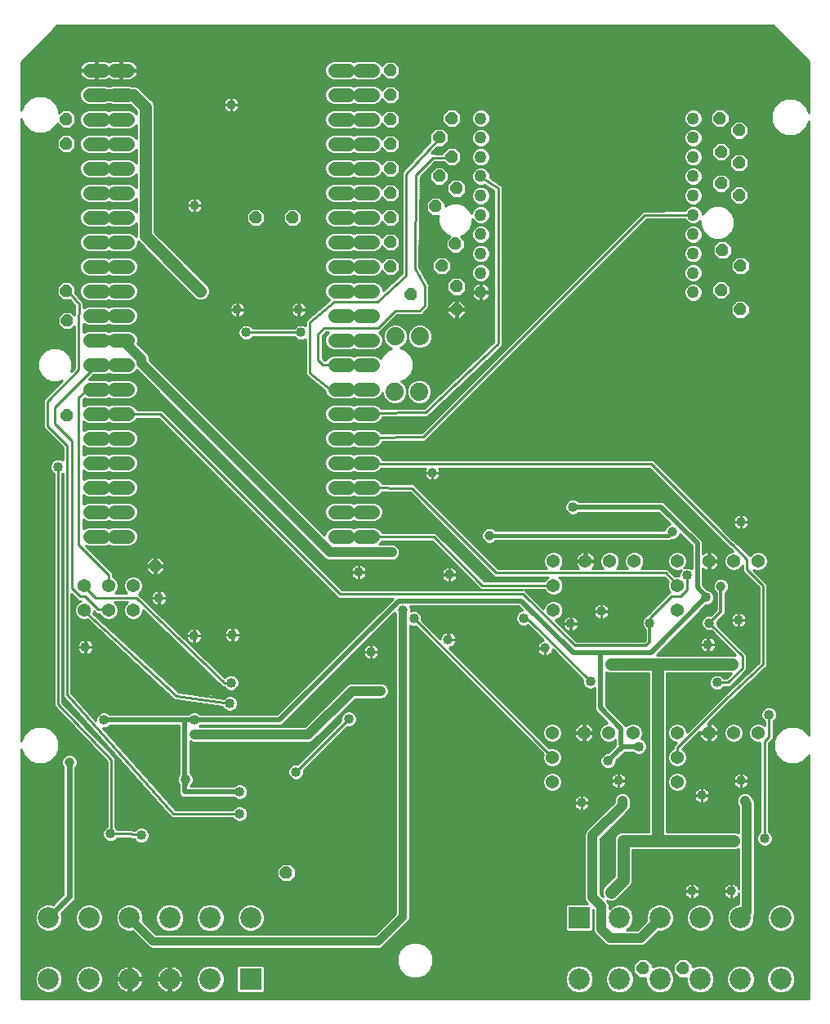
<source format=gbl>
G75*
%MOIN*%
%OFA0B0*%
%FSLAX25Y25*%
%IPPOS*%
%LPD*%
%AMOC8*
5,1,8,0,0,1.08239X$1,22.5*
%
%ADD10C,0.08600*%
%ADD11R,0.08600X0.08600*%
%ADD12C,0.05000*%
%ADD13C,0.05400*%
%ADD14C,0.07400*%
%ADD15OC8,0.05000*%
%ADD16C,0.05600*%
%ADD17C,0.01000*%
%ADD18C,0.03962*%
%ADD19C,0.04000*%
%ADD20C,0.04000*%
%ADD21C,0.03200*%
%ADD22C,0.05000*%
%ADD23C,0.02000*%
%ADD24C,0.02400*%
%ADD25C,0.01200*%
%ADD26C,0.01600*%
D10*
X0106307Y0068480D03*
X0122803Y0068480D03*
X0139299Y0068480D03*
X0155795Y0068480D03*
X0172291Y0068480D03*
X0172291Y0093480D03*
X0188787Y0093480D03*
X0155795Y0093480D03*
X0139299Y0093480D03*
X0122803Y0093480D03*
X0106307Y0093480D03*
X0322842Y0068480D03*
X0339299Y0068480D03*
X0355756Y0068480D03*
X0372212Y0068480D03*
X0388669Y0068480D03*
X0405126Y0068480D03*
X0405126Y0093480D03*
X0388669Y0093480D03*
X0372212Y0093480D03*
X0355756Y0093480D03*
X0339299Y0093480D03*
D11*
X0322842Y0093480D03*
X0188787Y0068480D03*
D12*
X0282685Y0348401D03*
X0282685Y0356275D03*
X0282685Y0364149D03*
X0282685Y0372023D03*
X0282685Y0379897D03*
X0282685Y0387771D03*
X0282685Y0395645D03*
X0282685Y0403519D03*
X0282685Y0411393D03*
X0282685Y0419267D03*
X0369299Y0419267D03*
X0369299Y0411393D03*
X0369299Y0403519D03*
X0369299Y0395645D03*
X0369299Y0387771D03*
X0369299Y0379897D03*
X0369299Y0372023D03*
X0369299Y0364149D03*
X0369299Y0356275D03*
X0369299Y0348401D03*
D13*
X0362834Y0238834D03*
X0362834Y0228834D03*
X0362834Y0218834D03*
X0375834Y0238834D03*
X0385834Y0238834D03*
X0395834Y0238834D03*
X0345334Y0238834D03*
X0335334Y0238834D03*
X0325334Y0238834D03*
X0312334Y0238834D03*
X0312334Y0228834D03*
X0312334Y0218834D03*
X0311834Y0168834D03*
X0311834Y0158834D03*
X0311834Y0148834D03*
X0324834Y0168834D03*
X0334834Y0168834D03*
X0344834Y0168834D03*
X0362834Y0168834D03*
X0362834Y0158834D03*
X0362834Y0148834D03*
X0375834Y0168834D03*
X0385834Y0168834D03*
X0395834Y0168834D03*
X0140834Y0218834D03*
X0130834Y0218834D03*
X0120834Y0218834D03*
X0120834Y0228834D03*
X0130834Y0228834D03*
X0140834Y0228834D03*
D14*
X0247534Y0307834D03*
X0257534Y0307834D03*
X0257834Y0330334D03*
X0247834Y0330334D03*
D15*
X0254334Y0347334D03*
X0245834Y0358834D03*
X0245834Y0368834D03*
X0245834Y0378834D03*
X0245834Y0388834D03*
X0245834Y0398834D03*
X0245834Y0408834D03*
X0245834Y0418834D03*
X0245834Y0428834D03*
X0245834Y0438834D03*
X0270795Y0419274D03*
X0265740Y0411433D03*
X0270795Y0403519D03*
X0265740Y0395645D03*
X0272795Y0390771D03*
X0264240Y0383397D03*
X0272295Y0368023D03*
X0266740Y0359149D03*
X0272795Y0350775D03*
X0272740Y0341401D03*
X0205834Y0378834D03*
X0190834Y0378834D03*
X0113504Y0348882D03*
X0113834Y0336834D03*
X0113756Y0298267D03*
X0149834Y0236834D03*
X0203334Y0111834D03*
X0348834Y0072834D03*
X0365334Y0072834D03*
X0388586Y0341401D03*
X0380744Y0349275D03*
X0388578Y0359149D03*
X0381244Y0365531D03*
X0388078Y0387889D03*
X0380744Y0392756D03*
X0388086Y0401137D03*
X0380744Y0405559D03*
X0388086Y0414393D03*
X0380244Y0419267D03*
X0113504Y0418882D03*
X0113504Y0408882D03*
D16*
X0123034Y0408834D02*
X0128634Y0408834D01*
X0133034Y0408834D02*
X0138634Y0408834D01*
X0138634Y0398834D02*
X0133034Y0398834D01*
X0128634Y0398834D02*
X0123034Y0398834D01*
X0123034Y0388834D02*
X0128634Y0388834D01*
X0133034Y0388834D02*
X0138634Y0388834D01*
X0138634Y0378834D02*
X0133034Y0378834D01*
X0128634Y0378834D02*
X0123034Y0378834D01*
X0123034Y0368834D02*
X0128634Y0368834D01*
X0133034Y0368834D02*
X0138634Y0368834D01*
X0138634Y0358834D02*
X0133034Y0358834D01*
X0128634Y0358834D02*
X0123034Y0358834D01*
X0123034Y0348834D02*
X0128634Y0348834D01*
X0133034Y0348834D02*
X0138634Y0348834D01*
X0138634Y0338834D02*
X0133034Y0338834D01*
X0128634Y0338834D02*
X0123034Y0338834D01*
X0123034Y0328834D02*
X0128634Y0328834D01*
X0133034Y0328834D02*
X0138634Y0328834D01*
X0138634Y0318834D02*
X0133034Y0318834D01*
X0128634Y0318834D02*
X0123034Y0318834D01*
X0123034Y0308834D02*
X0128634Y0308834D01*
X0133034Y0308834D02*
X0138634Y0308834D01*
X0138634Y0298834D02*
X0133034Y0298834D01*
X0128634Y0298834D02*
X0123034Y0298834D01*
X0123034Y0288834D02*
X0128634Y0288834D01*
X0133034Y0288834D02*
X0138634Y0288834D01*
X0138634Y0278834D02*
X0133034Y0278834D01*
X0128634Y0278834D02*
X0123034Y0278834D01*
X0123034Y0268834D02*
X0128634Y0268834D01*
X0133034Y0268834D02*
X0138634Y0268834D01*
X0138634Y0258834D02*
X0133034Y0258834D01*
X0128634Y0258834D02*
X0123034Y0258834D01*
X0123034Y0248834D02*
X0128634Y0248834D01*
X0133034Y0248834D02*
X0138634Y0248834D01*
X0223034Y0248834D02*
X0228634Y0248834D01*
X0233034Y0248834D02*
X0238634Y0248834D01*
X0238634Y0258834D02*
X0233034Y0258834D01*
X0228634Y0258834D02*
X0223034Y0258834D01*
X0223034Y0268834D02*
X0228634Y0268834D01*
X0233034Y0268834D02*
X0238634Y0268834D01*
X0238634Y0278834D02*
X0233034Y0278834D01*
X0228634Y0278834D02*
X0223034Y0278834D01*
X0223034Y0288834D02*
X0228634Y0288834D01*
X0233034Y0288834D02*
X0238634Y0288834D01*
X0238634Y0298834D02*
X0233034Y0298834D01*
X0228634Y0298834D02*
X0223034Y0298834D01*
X0223034Y0308834D02*
X0228634Y0308834D01*
X0233034Y0308834D02*
X0238634Y0308834D01*
X0238634Y0318834D02*
X0233034Y0318834D01*
X0228634Y0318834D02*
X0223034Y0318834D01*
X0223034Y0328834D02*
X0228634Y0328834D01*
X0233034Y0328834D02*
X0238634Y0328834D01*
X0238634Y0338834D02*
X0233034Y0338834D01*
X0228634Y0338834D02*
X0223034Y0338834D01*
X0223034Y0348834D02*
X0228634Y0348834D01*
X0233034Y0348834D02*
X0238634Y0348834D01*
X0238634Y0358834D02*
X0233034Y0358834D01*
X0228634Y0358834D02*
X0223034Y0358834D01*
X0223034Y0368834D02*
X0228634Y0368834D01*
X0233034Y0368834D02*
X0238634Y0368834D01*
X0238634Y0378834D02*
X0233034Y0378834D01*
X0228634Y0378834D02*
X0223034Y0378834D01*
X0223034Y0388834D02*
X0228634Y0388834D01*
X0233034Y0388834D02*
X0238634Y0388834D01*
X0238634Y0398834D02*
X0233034Y0398834D01*
X0228634Y0398834D02*
X0223034Y0398834D01*
X0223034Y0408834D02*
X0228634Y0408834D01*
X0233034Y0408834D02*
X0238634Y0408834D01*
X0238634Y0418834D02*
X0233034Y0418834D01*
X0228634Y0418834D02*
X0223034Y0418834D01*
X0223034Y0428834D02*
X0228634Y0428834D01*
X0233034Y0428834D02*
X0238634Y0428834D01*
X0238634Y0438834D02*
X0233034Y0438834D01*
X0228634Y0438834D02*
X0223034Y0438834D01*
X0138634Y0438834D02*
X0133034Y0438834D01*
X0128634Y0438834D02*
X0123034Y0438834D01*
X0123034Y0428834D02*
X0128634Y0428834D01*
X0133034Y0428834D02*
X0138634Y0428834D01*
X0138634Y0418834D02*
X0133034Y0418834D01*
X0128634Y0418834D02*
X0123034Y0418834D01*
D17*
X0095084Y0162164D02*
X0095084Y0060584D01*
X0416584Y0060584D01*
X0416584Y0159750D01*
X0416446Y0159416D01*
X0414252Y0157222D01*
X0411386Y0156035D01*
X0408283Y0156035D01*
X0405416Y0157222D01*
X0403222Y0159416D01*
X0402035Y0162283D01*
X0402035Y0165386D01*
X0403222Y0168252D01*
X0405416Y0170446D01*
X0408283Y0171634D01*
X0411386Y0171634D01*
X0414252Y0170446D01*
X0416446Y0168252D01*
X0416584Y0167919D01*
X0416584Y0418164D01*
X0415446Y0415416D01*
X0413252Y0413222D01*
X0410386Y0412035D01*
X0407283Y0412035D01*
X0404416Y0413222D01*
X0402222Y0415416D01*
X0401035Y0418283D01*
X0401035Y0421386D01*
X0402222Y0424252D01*
X0404416Y0426446D01*
X0407283Y0427634D01*
X0410386Y0427634D01*
X0413252Y0426446D01*
X0415446Y0424252D01*
X0416584Y0421504D01*
X0416584Y0442361D01*
X0401861Y0457084D01*
X0109810Y0457084D01*
X0095084Y0442275D01*
X0095084Y0422504D01*
X0096222Y0425252D01*
X0098416Y0427446D01*
X0101283Y0428634D01*
X0104386Y0428634D01*
X0107252Y0427446D01*
X0109446Y0425252D01*
X0110634Y0422386D01*
X0110634Y0421385D01*
X0111930Y0422682D01*
X0115078Y0422682D01*
X0117304Y0420456D01*
X0117304Y0417308D01*
X0115078Y0415082D01*
X0111930Y0415082D01*
X0109783Y0417229D01*
X0109446Y0416416D01*
X0107252Y0414222D01*
X0104386Y0413035D01*
X0101283Y0413035D01*
X0098416Y0414222D01*
X0096222Y0416416D01*
X0095084Y0419164D01*
X0095084Y0165504D01*
X0096222Y0168252D01*
X0098416Y0170446D01*
X0101283Y0171634D01*
X0104386Y0171634D01*
X0107252Y0170446D01*
X0109446Y0168252D01*
X0110634Y0165386D01*
X0110634Y0162283D01*
X0109446Y0159416D01*
X0107252Y0157222D01*
X0104386Y0156035D01*
X0101283Y0156035D01*
X0098416Y0157222D01*
X0096222Y0159416D01*
X0095084Y0162164D01*
X0095084Y0161681D02*
X0095284Y0161681D01*
X0095084Y0160682D02*
X0095698Y0160682D01*
X0096112Y0159684D02*
X0095084Y0159684D01*
X0095084Y0158685D02*
X0096953Y0158685D01*
X0097952Y0157687D02*
X0095084Y0157687D01*
X0095084Y0156688D02*
X0099706Y0156688D01*
X0095084Y0155690D02*
X0111757Y0155690D01*
X0111553Y0156182D02*
X0112053Y0154976D01*
X0112334Y0154694D01*
X0112334Y0103043D01*
X0108093Y0098802D01*
X0107421Y0099080D01*
X0105193Y0099080D01*
X0103135Y0098227D01*
X0101559Y0096652D01*
X0100707Y0094594D01*
X0100707Y0092366D01*
X0101559Y0090308D01*
X0103135Y0088733D01*
X0105193Y0087880D01*
X0107421Y0087880D01*
X0109479Y0088733D01*
X0111054Y0090308D01*
X0111907Y0092366D01*
X0111907Y0094594D01*
X0111628Y0095266D01*
X0116954Y0100591D01*
X0117334Y0101510D01*
X0117334Y0154694D01*
X0117616Y0154976D01*
X0118115Y0156182D01*
X0118115Y0157487D01*
X0117616Y0158693D01*
X0116693Y0159616D01*
X0115487Y0160115D01*
X0114182Y0160115D01*
X0112976Y0159616D01*
X0112053Y0158693D01*
X0111553Y0157487D01*
X0111553Y0156182D01*
X0111553Y0156688D02*
X0105963Y0156688D01*
X0107717Y0157687D02*
X0111636Y0157687D01*
X0112050Y0158685D02*
X0108715Y0158685D01*
X0109557Y0159684D02*
X0113140Y0159684D01*
X0109971Y0160682D02*
X0126639Y0160682D01*
X0127589Y0159684D02*
X0116529Y0159684D01*
X0117619Y0158685D02*
X0128540Y0158685D01*
X0129490Y0157687D02*
X0118033Y0157687D01*
X0118115Y0156688D02*
X0130034Y0156688D01*
X0130034Y0157115D02*
X0130034Y0130593D01*
X0129765Y0130482D01*
X0128837Y0129554D01*
X0128334Y0128341D01*
X0128334Y0127028D01*
X0128837Y0125815D01*
X0129765Y0124887D01*
X0130978Y0124384D01*
X0132291Y0124384D01*
X0133504Y0124887D01*
X0134432Y0125815D01*
X0134461Y0125884D01*
X0138725Y0125884D01*
X0141214Y0125582D01*
X0141387Y0125165D01*
X0142315Y0124237D01*
X0143528Y0123734D01*
X0144841Y0123734D01*
X0146054Y0124237D01*
X0146982Y0125165D01*
X0147484Y0126378D01*
X0147484Y0127691D01*
X0146982Y0128904D01*
X0146054Y0129832D01*
X0144841Y0130334D01*
X0143528Y0130334D01*
X0142315Y0129832D01*
X0141640Y0129157D01*
X0139668Y0129396D01*
X0139580Y0129484D01*
X0138943Y0129484D01*
X0138311Y0129561D01*
X0138213Y0129484D01*
X0134461Y0129484D01*
X0134432Y0129554D01*
X0133634Y0130351D01*
X0133634Y0157812D01*
X0133652Y0158535D01*
X0133634Y0158554D01*
X0133634Y0158580D01*
X0133123Y0159091D01*
X0111984Y0181304D01*
X0111984Y0274458D01*
X0112034Y0274479D01*
X0112034Y0184384D01*
X0111996Y0183688D01*
X0112034Y0183646D01*
X0112034Y0183589D01*
X0112527Y0183096D01*
X0155534Y0135096D01*
X0155534Y0135039D01*
X0156027Y0134546D01*
X0156491Y0134028D01*
X0156548Y0134025D01*
X0156589Y0133984D01*
X0157285Y0133984D01*
X0157980Y0133946D01*
X0158023Y0133984D01*
X0181408Y0133984D01*
X0181437Y0133915D01*
X0182365Y0132987D01*
X0183578Y0132484D01*
X0184891Y0132484D01*
X0186104Y0132987D01*
X0187032Y0133915D01*
X0187534Y0135128D01*
X0187534Y0136441D01*
X0187032Y0137654D01*
X0186104Y0138582D01*
X0184891Y0139084D01*
X0183578Y0139084D01*
X0182365Y0138582D01*
X0181437Y0137654D01*
X0181408Y0137584D01*
X0158138Y0137584D01*
X0128436Y0170734D01*
X0129591Y0170734D01*
X0130804Y0171237D01*
X0131301Y0171734D01*
X0159434Y0171734D01*
X0159434Y0151801D01*
X0159287Y0151654D01*
X0158784Y0150441D01*
X0158784Y0149128D01*
X0159287Y0147915D01*
X0159434Y0147767D01*
X0159434Y0144865D01*
X0159373Y0143995D01*
X0159434Y0143924D01*
X0159434Y0143832D01*
X0160051Y0143215D01*
X0160623Y0142556D01*
X0160716Y0142550D01*
X0160782Y0142484D01*
X0161654Y0142484D01*
X0162524Y0142423D01*
X0162594Y0142484D01*
X0181867Y0142484D01*
X0182365Y0141987D01*
X0183578Y0141484D01*
X0184891Y0141484D01*
X0186104Y0141987D01*
X0187032Y0142915D01*
X0187534Y0144128D01*
X0187534Y0145441D01*
X0187032Y0146654D01*
X0186104Y0147582D01*
X0184891Y0148084D01*
X0183578Y0148084D01*
X0182365Y0147582D01*
X0181867Y0147084D01*
X0164201Y0147084D01*
X0164212Y0147245D01*
X0164882Y0147915D01*
X0165384Y0149128D01*
X0165384Y0150441D01*
X0164882Y0151654D01*
X0164034Y0152501D01*
X0164034Y0165337D01*
X0165128Y0164884D01*
X0212991Y0164884D01*
X0214204Y0165387D01*
X0231451Y0182634D01*
X0242541Y0182634D01*
X0243754Y0183137D01*
X0244682Y0184065D01*
X0245184Y0185278D01*
X0245184Y0186591D01*
X0244682Y0187804D01*
X0243754Y0188732D01*
X0242541Y0189234D01*
X0229428Y0189234D01*
X0228215Y0188732D01*
X0227287Y0187804D01*
X0210967Y0171484D01*
X0167901Y0171484D01*
X0168151Y0171734D01*
X0201437Y0171734D01*
X0247650Y0217948D01*
X0247934Y0217262D01*
X0247934Y0095036D01*
X0239633Y0086734D01*
X0150146Y0086734D01*
X0144786Y0092094D01*
X0144899Y0092366D01*
X0144899Y0094594D01*
X0144046Y0096652D01*
X0142471Y0098227D01*
X0140413Y0099080D01*
X0138185Y0099080D01*
X0136127Y0098227D01*
X0134551Y0096652D01*
X0133699Y0094594D01*
X0133699Y0092366D01*
X0134551Y0090308D01*
X0136127Y0088733D01*
X0138185Y0087880D01*
X0140413Y0087880D01*
X0140685Y0087993D01*
X0147302Y0081376D01*
X0148368Y0080934D01*
X0241411Y0080934D01*
X0242477Y0081376D01*
X0243293Y0082192D01*
X0253293Y0092192D01*
X0253734Y0093257D01*
X0253734Y0212546D01*
X0254728Y0212134D01*
X0256041Y0212134D01*
X0256110Y0212163D01*
X0308071Y0160202D01*
X0307834Y0159630D01*
X0307834Y0158039D01*
X0308443Y0156568D01*
X0309568Y0155443D01*
X0311039Y0154834D01*
X0312630Y0154834D01*
X0314100Y0155443D01*
X0315225Y0156568D01*
X0315834Y0158039D01*
X0315834Y0159630D01*
X0315225Y0161100D01*
X0314100Y0162225D01*
X0312630Y0162834D01*
X0311039Y0162834D01*
X0310679Y0162685D01*
X0269775Y0203589D01*
X0270288Y0203691D01*
X0270883Y0203938D01*
X0271418Y0204295D01*
X0271873Y0204751D01*
X0272231Y0205286D01*
X0272477Y0205881D01*
X0272603Y0206512D01*
X0272603Y0206744D01*
X0269425Y0206744D01*
X0269425Y0206925D01*
X0269244Y0206925D01*
X0269244Y0210103D01*
X0269012Y0210103D01*
X0268381Y0209977D01*
X0267786Y0209731D01*
X0267251Y0209373D01*
X0266795Y0208918D01*
X0266438Y0208383D01*
X0266191Y0207788D01*
X0266089Y0207275D01*
X0258656Y0214709D01*
X0258684Y0214778D01*
X0258684Y0216091D01*
X0258182Y0217304D01*
X0257254Y0218232D01*
X0256041Y0218734D01*
X0254728Y0218734D01*
X0254115Y0218481D01*
X0254115Y0219487D01*
X0253764Y0220334D01*
X0298090Y0220334D01*
X0299557Y0218884D01*
X0299528Y0218884D01*
X0298315Y0218382D01*
X0297387Y0217454D01*
X0296884Y0216241D01*
X0296884Y0214928D01*
X0297387Y0213715D01*
X0298315Y0212787D01*
X0299528Y0212284D01*
X0300841Y0212284D01*
X0301935Y0212738D01*
X0308144Y0206529D01*
X0307881Y0206477D01*
X0307286Y0206231D01*
X0306751Y0205873D01*
X0306295Y0205418D01*
X0305938Y0204883D01*
X0305691Y0204288D01*
X0305566Y0203656D01*
X0305566Y0203425D01*
X0308744Y0203425D01*
X0308744Y0203244D01*
X0308925Y0203244D01*
X0308925Y0200066D01*
X0309156Y0200066D01*
X0309788Y0200191D01*
X0310383Y0200438D01*
X0310918Y0200795D01*
X0311373Y0201251D01*
X0311731Y0201786D01*
X0311977Y0202381D01*
X0312029Y0202644D01*
X0324113Y0190560D01*
X0324084Y0190491D01*
X0324084Y0189178D01*
X0324587Y0187965D01*
X0325515Y0187037D01*
X0326728Y0186534D01*
X0328041Y0186534D01*
X0329134Y0186987D01*
X0329134Y0178032D01*
X0334332Y0172834D01*
X0334039Y0172834D01*
X0332568Y0172225D01*
X0331443Y0171100D01*
X0330834Y0169630D01*
X0330834Y0168039D01*
X0331443Y0166568D01*
X0332568Y0165443D01*
X0334039Y0164834D01*
X0335630Y0164834D01*
X0337100Y0165443D01*
X0337684Y0166027D01*
X0337684Y0164508D01*
X0337501Y0163958D01*
X0337636Y0163688D01*
X0334632Y0160684D01*
X0333928Y0160684D01*
X0332715Y0160182D01*
X0331787Y0159254D01*
X0331284Y0158041D01*
X0331284Y0156728D01*
X0331787Y0155515D01*
X0332715Y0154587D01*
X0333928Y0154084D01*
X0335241Y0154084D01*
X0336454Y0154587D01*
X0337382Y0155515D01*
X0337884Y0156728D01*
X0337884Y0157432D01*
X0341387Y0160934D01*
X0344817Y0160934D01*
X0345315Y0160437D01*
X0346528Y0159934D01*
X0347841Y0159934D01*
X0349054Y0160437D01*
X0349982Y0161365D01*
X0350484Y0162578D01*
X0350484Y0163891D01*
X0349982Y0165104D01*
X0349054Y0166032D01*
X0348089Y0166432D01*
X0348225Y0166568D01*
X0348834Y0168039D01*
X0348834Y0169630D01*
X0348225Y0171100D01*
X0347100Y0172225D01*
X0345630Y0172834D01*
X0344039Y0172834D01*
X0342568Y0172225D01*
X0342007Y0171664D01*
X0340937Y0172734D01*
X0333734Y0179937D01*
X0333734Y0193591D01*
X0335078Y0193034D01*
X0351034Y0193034D01*
X0351034Y0128634D01*
X0340078Y0128634D01*
X0338682Y0128056D01*
X0337613Y0126987D01*
X0337034Y0125590D01*
X0337034Y0110408D01*
X0332613Y0105987D01*
X0332034Y0104590D01*
X0332034Y0103078D01*
X0332372Y0102264D01*
X0331584Y0103051D01*
X0331584Y0120547D01*
X0331627Y0121064D01*
X0331584Y0121199D01*
X0331584Y0121341D01*
X0331484Y0121582D01*
X0331484Y0125617D01*
X0343232Y0137365D01*
X0343734Y0138578D01*
X0343734Y0141841D01*
X0343232Y0143054D01*
X0342304Y0143982D01*
X0341091Y0144484D01*
X0339778Y0144484D01*
X0338565Y0143982D01*
X0337637Y0143054D01*
X0337134Y0141841D01*
X0337134Y0140601D01*
X0326315Y0129782D01*
X0325387Y0128854D01*
X0324884Y0127641D01*
X0324884Y0119622D01*
X0324841Y0119104D01*
X0324884Y0118969D01*
X0324884Y0118828D01*
X0324984Y0118586D01*
X0324984Y0101028D01*
X0325487Y0099815D01*
X0326222Y0099080D01*
X0318004Y0099080D01*
X0317242Y0098318D01*
X0317242Y0088641D01*
X0318004Y0087880D01*
X0327681Y0087880D01*
X0328442Y0088641D01*
X0328442Y0096860D01*
X0328584Y0096717D01*
X0328584Y0088128D01*
X0329087Y0086915D01*
X0332587Y0083415D01*
X0333515Y0082487D01*
X0334728Y0081984D01*
X0348641Y0081984D01*
X0349854Y0082487D01*
X0355247Y0087880D01*
X0356869Y0087880D01*
X0358928Y0088733D01*
X0360503Y0090308D01*
X0361356Y0092366D01*
X0361356Y0094594D01*
X0360503Y0096652D01*
X0358928Y0098227D01*
X0356869Y0099080D01*
X0354642Y0099080D01*
X0352583Y0098227D01*
X0351008Y0096652D01*
X0350156Y0094594D01*
X0350156Y0092366D01*
X0350227Y0092194D01*
X0346617Y0088584D01*
X0342113Y0088584D01*
X0342471Y0088733D01*
X0344046Y0090308D01*
X0344899Y0092366D01*
X0344899Y0094594D01*
X0344046Y0096652D01*
X0342471Y0098227D01*
X0340413Y0099080D01*
X0338185Y0099080D01*
X0336127Y0098227D01*
X0335184Y0097285D01*
X0335184Y0098741D01*
X0334682Y0099954D01*
X0334264Y0100372D01*
X0335078Y0100034D01*
X0336590Y0100034D01*
X0337987Y0100613D01*
X0342987Y0105613D01*
X0344056Y0106682D01*
X0344634Y0108078D01*
X0344634Y0121034D01*
X0386590Y0121034D01*
X0387984Y0121612D01*
X0387984Y0105252D01*
X0387977Y0105288D01*
X0387731Y0105883D01*
X0387373Y0106418D01*
X0386918Y0106873D01*
X0386383Y0107231D01*
X0385788Y0107477D01*
X0385156Y0107603D01*
X0384925Y0107603D01*
X0384925Y0104425D01*
X0384744Y0104425D01*
X0384744Y0107603D01*
X0384512Y0107603D01*
X0383881Y0107477D01*
X0383286Y0107231D01*
X0382751Y0106873D01*
X0382295Y0106418D01*
X0381938Y0105883D01*
X0381691Y0105288D01*
X0381566Y0104656D01*
X0381566Y0104425D01*
X0384744Y0104425D01*
X0384744Y0104244D01*
X0384925Y0104244D01*
X0384925Y0101066D01*
X0385156Y0101066D01*
X0385788Y0101191D01*
X0386383Y0101438D01*
X0386918Y0101795D01*
X0387373Y0102251D01*
X0387731Y0102786D01*
X0387977Y0103381D01*
X0387984Y0103417D01*
X0387984Y0099080D01*
X0387555Y0099080D01*
X0385497Y0098227D01*
X0383922Y0096652D01*
X0383069Y0094594D01*
X0383069Y0092366D01*
X0383922Y0090308D01*
X0385497Y0088733D01*
X0387555Y0087880D01*
X0389783Y0087880D01*
X0391841Y0088733D01*
X0393416Y0090308D01*
X0394269Y0092366D01*
X0394269Y0094317D01*
X0394584Y0095078D01*
X0394584Y0140541D01*
X0394082Y0141754D01*
X0393465Y0142371D01*
X0393182Y0143054D01*
X0392254Y0143982D01*
X0391041Y0144484D01*
X0389728Y0144484D01*
X0388515Y0143982D01*
X0387587Y0143054D01*
X0387084Y0141841D01*
X0387084Y0140128D01*
X0387587Y0138915D01*
X0387984Y0138517D01*
X0387984Y0128057D01*
X0386590Y0128634D01*
X0358634Y0128634D01*
X0358634Y0193034D01*
X0384789Y0193034D01*
X0382889Y0191134D01*
X0381961Y0191134D01*
X0381932Y0191204D01*
X0381004Y0192132D01*
X0379791Y0192634D01*
X0378478Y0192634D01*
X0377265Y0192132D01*
X0376337Y0191204D01*
X0375834Y0189991D01*
X0375834Y0188678D01*
X0376337Y0187465D01*
X0377265Y0186537D01*
X0378478Y0186034D01*
X0379791Y0186034D01*
X0381004Y0186537D01*
X0381932Y0187465D01*
X0381961Y0187534D01*
X0384380Y0187534D01*
X0390230Y0193384D01*
X0391284Y0194439D01*
X0391284Y0200880D01*
X0379256Y0212909D01*
X0379284Y0212978D01*
X0379284Y0214247D01*
X0382534Y0217497D01*
X0382534Y0225844D01*
X0383416Y0226726D01*
X0383915Y0227932D01*
X0383915Y0229237D01*
X0383416Y0230443D01*
X0382493Y0231366D01*
X0381287Y0231865D01*
X0379982Y0231865D01*
X0378776Y0231366D01*
X0377853Y0230443D01*
X0377353Y0229237D01*
X0377353Y0227932D01*
X0377853Y0226726D01*
X0378734Y0225844D01*
X0378734Y0219071D01*
X0376597Y0216934D01*
X0375328Y0216934D01*
X0374115Y0216432D01*
X0373187Y0215504D01*
X0372684Y0214291D01*
X0372684Y0212978D01*
X0373187Y0211765D01*
X0374115Y0210837D01*
X0375328Y0210334D01*
X0376641Y0210334D01*
X0376710Y0210363D01*
X0386685Y0200388D01*
X0386090Y0200634D01*
X0354537Y0200634D01*
X0374587Y0220684D01*
X0375291Y0220684D01*
X0376504Y0221187D01*
X0377432Y0222115D01*
X0377934Y0223328D01*
X0377934Y0224641D01*
X0377432Y0225854D01*
X0376504Y0226782D01*
X0375291Y0227284D01*
X0375037Y0227284D01*
X0373334Y0228987D01*
X0373334Y0235709D01*
X0373946Y0235301D01*
X0374671Y0235000D01*
X0375434Y0234848D01*
X0375434Y0238434D01*
X0376234Y0238434D01*
X0376234Y0234848D01*
X0376997Y0235000D01*
X0377723Y0235301D01*
X0378376Y0235737D01*
X0378932Y0236292D01*
X0379368Y0236946D01*
X0379668Y0237671D01*
X0379820Y0238434D01*
X0376234Y0238434D01*
X0376234Y0239234D01*
X0375434Y0239234D01*
X0375434Y0242820D01*
X0374671Y0242668D01*
X0373946Y0242368D01*
X0373334Y0241959D01*
X0373334Y0246987D01*
X0371987Y0248334D01*
X0357137Y0263184D01*
X0322601Y0263184D01*
X0322104Y0263682D01*
X0320891Y0264184D01*
X0319578Y0264184D01*
X0318365Y0263682D01*
X0317437Y0262754D01*
X0316934Y0261541D01*
X0316934Y0260228D01*
X0317437Y0259015D01*
X0318365Y0258087D01*
X0319578Y0257584D01*
X0320891Y0257584D01*
X0322104Y0258087D01*
X0322601Y0258584D01*
X0355232Y0258584D01*
X0359841Y0253974D01*
X0358976Y0253616D01*
X0358053Y0252693D01*
X0357553Y0251487D01*
X0357553Y0251348D01*
X0288788Y0251348D01*
X0288106Y0252029D01*
X0286900Y0252529D01*
X0285595Y0252529D01*
X0284389Y0252029D01*
X0283466Y0251106D01*
X0282967Y0249900D01*
X0282967Y0248595D01*
X0283466Y0247389D01*
X0284389Y0246466D01*
X0285595Y0245967D01*
X0286900Y0245967D01*
X0288106Y0246466D01*
X0288788Y0247148D01*
X0360118Y0247148D01*
X0360523Y0247553D01*
X0366263Y0247553D01*
X0365264Y0248551D02*
X0363192Y0248551D01*
X0363616Y0248976D02*
X0363974Y0249841D01*
X0368734Y0245082D01*
X0368734Y0235831D01*
X0367641Y0236284D01*
X0366328Y0236284D01*
X0365668Y0236011D01*
X0366225Y0236568D01*
X0366834Y0238039D01*
X0366834Y0239630D01*
X0366225Y0241100D01*
X0365100Y0242225D01*
X0363630Y0242834D01*
X0362039Y0242834D01*
X0360568Y0242225D01*
X0359443Y0241100D01*
X0358834Y0239630D01*
X0358834Y0238039D01*
X0359443Y0236568D01*
X0360568Y0235443D01*
X0362039Y0234834D01*
X0363630Y0234834D01*
X0364547Y0235214D01*
X0364187Y0234854D01*
X0363684Y0233641D01*
X0363684Y0232812D01*
X0363630Y0232834D01*
X0362039Y0232834D01*
X0361962Y0232802D01*
X0359934Y0234830D01*
X0358880Y0235884D01*
X0348041Y0235884D01*
X0348725Y0236568D01*
X0349334Y0238039D01*
X0349334Y0239630D01*
X0348725Y0241100D01*
X0347600Y0242225D01*
X0346130Y0242834D01*
X0344539Y0242834D01*
X0343068Y0242225D01*
X0341943Y0241100D01*
X0341334Y0239630D01*
X0341334Y0238039D01*
X0341943Y0236568D01*
X0342627Y0235884D01*
X0338041Y0235884D01*
X0338725Y0236568D01*
X0339334Y0238039D01*
X0339334Y0239630D01*
X0338725Y0241100D01*
X0337600Y0242225D01*
X0336130Y0242834D01*
X0334539Y0242834D01*
X0333068Y0242225D01*
X0331943Y0241100D01*
X0331334Y0239630D01*
X0331334Y0238039D01*
X0331943Y0236568D01*
X0332627Y0235884D01*
X0328023Y0235884D01*
X0328432Y0236292D01*
X0328868Y0236946D01*
X0329168Y0237671D01*
X0329320Y0238434D01*
X0325734Y0238434D01*
X0325734Y0239234D01*
X0324934Y0239234D01*
X0324934Y0238434D01*
X0321348Y0238434D01*
X0321500Y0237671D01*
X0321801Y0236946D01*
X0322237Y0236292D01*
X0322645Y0235884D01*
X0315041Y0235884D01*
X0315725Y0236568D01*
X0316334Y0238039D01*
X0316334Y0239630D01*
X0315725Y0241100D01*
X0314600Y0242225D01*
X0313130Y0242834D01*
X0311539Y0242834D01*
X0310068Y0242225D01*
X0308943Y0241100D01*
X0308334Y0239630D01*
X0308334Y0238039D01*
X0308943Y0236568D01*
X0309627Y0235884D01*
X0289730Y0235884D01*
X0255817Y0269797D01*
X0255309Y0270322D01*
X0255292Y0270322D01*
X0255280Y0270334D01*
X0254549Y0270334D01*
X0242370Y0270530D01*
X0242110Y0271157D01*
X0240957Y0272310D01*
X0239450Y0272934D01*
X0232219Y0272934D01*
X0230834Y0272361D01*
X0229450Y0272934D01*
X0222219Y0272934D01*
X0220712Y0272310D01*
X0219559Y0271157D01*
X0218934Y0269650D01*
X0218934Y0268019D01*
X0219559Y0266512D01*
X0220712Y0265359D01*
X0222219Y0264734D01*
X0229450Y0264734D01*
X0230834Y0265308D01*
X0232219Y0264734D01*
X0239450Y0264734D01*
X0240957Y0265359D01*
X0242110Y0266512D01*
X0242284Y0266931D01*
X0253777Y0266746D01*
X0288239Y0232284D01*
X0310211Y0232284D01*
X0310068Y0232225D01*
X0308943Y0231100D01*
X0308792Y0230734D01*
X0284080Y0230734D01*
X0265334Y0249480D01*
X0264280Y0250534D01*
X0242368Y0250534D01*
X0242110Y0251157D01*
X0240957Y0252310D01*
X0239450Y0252934D01*
X0232219Y0252934D01*
X0230834Y0252361D01*
X0229450Y0252934D01*
X0222219Y0252934D01*
X0220712Y0252310D01*
X0219559Y0251157D01*
X0218934Y0249650D01*
X0218934Y0249351D01*
X0147534Y0320751D01*
X0147534Y0321841D01*
X0147032Y0323054D01*
X0142539Y0327547D01*
X0142734Y0328019D01*
X0142734Y0329650D01*
X0142110Y0331157D01*
X0140957Y0332310D01*
X0139450Y0332934D01*
X0132219Y0332934D01*
X0130834Y0332361D01*
X0129450Y0332934D01*
X0122219Y0332934D01*
X0120712Y0332310D01*
X0120434Y0332033D01*
X0120434Y0335267D01*
X0120441Y0335629D01*
X0120712Y0335359D01*
X0122219Y0334734D01*
X0129450Y0334734D01*
X0130834Y0335308D01*
X0132219Y0334734D01*
X0139450Y0334734D01*
X0140957Y0335359D01*
X0142110Y0336512D01*
X0142734Y0338019D01*
X0142734Y0339650D01*
X0142110Y0341157D01*
X0140957Y0342310D01*
X0139450Y0342934D01*
X0132219Y0342934D01*
X0130834Y0342361D01*
X0129450Y0342934D01*
X0122219Y0342934D01*
X0120712Y0342310D01*
X0120563Y0342161D01*
X0120583Y0343228D01*
X0120650Y0343897D01*
X0120596Y0343962D01*
X0120598Y0344046D01*
X0120131Y0344531D01*
X0117304Y0347987D01*
X0117304Y0350456D01*
X0115078Y0352682D01*
X0111930Y0352682D01*
X0109704Y0350456D01*
X0109704Y0347308D01*
X0111930Y0345082D01*
X0115029Y0345082D01*
X0116972Y0342706D01*
X0116906Y0339137D01*
X0115408Y0340634D01*
X0112260Y0340634D01*
X0110034Y0338408D01*
X0110034Y0335260D01*
X0112260Y0333034D01*
X0115408Y0333034D01*
X0116834Y0334460D01*
X0116834Y0317572D01*
X0115396Y0316111D01*
X0115946Y0317440D01*
X0115946Y0320229D01*
X0114879Y0322806D01*
X0112906Y0324779D01*
X0110329Y0325846D01*
X0107540Y0325846D01*
X0104962Y0324779D01*
X0102990Y0322806D01*
X0101923Y0320229D01*
X0101923Y0317440D01*
X0102990Y0314862D01*
X0104962Y0312890D01*
X0107540Y0311823D01*
X0110329Y0311823D01*
X0111755Y0312413D01*
X0104557Y0305103D01*
X0104034Y0304580D01*
X0104034Y0304572D01*
X0104029Y0304566D01*
X0104034Y0303828D01*
X0104034Y0293089D01*
X0112034Y0285089D01*
X0112034Y0280090D01*
X0110841Y0280584D01*
X0109528Y0280584D01*
X0108315Y0280082D01*
X0107387Y0279154D01*
X0106884Y0277941D01*
X0106884Y0276628D01*
X0107387Y0275415D01*
X0108315Y0274487D01*
X0108384Y0274458D01*
X0108384Y0180606D01*
X0108366Y0179884D01*
X0108384Y0179865D01*
X0108384Y0179839D01*
X0108896Y0179327D01*
X0130034Y0157115D01*
X0130034Y0155690D02*
X0117912Y0155690D01*
X0117334Y0154691D02*
X0130034Y0154691D01*
X0130034Y0153693D02*
X0117334Y0153693D01*
X0117334Y0152694D02*
X0130034Y0152694D01*
X0130034Y0151696D02*
X0117334Y0151696D01*
X0117334Y0150697D02*
X0130034Y0150697D01*
X0130034Y0149699D02*
X0117334Y0149699D01*
X0117334Y0148700D02*
X0130034Y0148700D01*
X0130034Y0147702D02*
X0117334Y0147702D01*
X0117334Y0146703D02*
X0130034Y0146703D01*
X0130034Y0145705D02*
X0117334Y0145705D01*
X0117334Y0144706D02*
X0130034Y0144706D01*
X0130034Y0143708D02*
X0117334Y0143708D01*
X0117334Y0142709D02*
X0130034Y0142709D01*
X0130034Y0141711D02*
X0117334Y0141711D01*
X0117334Y0140712D02*
X0130034Y0140712D01*
X0130034Y0139714D02*
X0117334Y0139714D01*
X0117334Y0138715D02*
X0130034Y0138715D01*
X0130034Y0137717D02*
X0117334Y0137717D01*
X0117334Y0136718D02*
X0130034Y0136718D01*
X0130034Y0135720D02*
X0117334Y0135720D01*
X0117334Y0134721D02*
X0130034Y0134721D01*
X0130034Y0133723D02*
X0117334Y0133723D01*
X0117334Y0132724D02*
X0130034Y0132724D01*
X0130034Y0131726D02*
X0117334Y0131726D01*
X0117334Y0130727D02*
X0130034Y0130727D01*
X0129012Y0129729D02*
X0117334Y0129729D01*
X0117334Y0128730D02*
X0128496Y0128730D01*
X0128334Y0127732D02*
X0117334Y0127732D01*
X0117334Y0126733D02*
X0128456Y0126733D01*
X0128917Y0125735D02*
X0117334Y0125735D01*
X0117334Y0124736D02*
X0130129Y0124736D01*
X0133140Y0124736D02*
X0141816Y0124736D01*
X0143520Y0123738D02*
X0117334Y0123738D01*
X0117334Y0122739D02*
X0247934Y0122739D01*
X0247934Y0121741D02*
X0117334Y0121741D01*
X0117334Y0120742D02*
X0247934Y0120742D01*
X0247934Y0119744D02*
X0117334Y0119744D01*
X0117334Y0118745D02*
X0247934Y0118745D01*
X0247934Y0117746D02*
X0117334Y0117746D01*
X0117334Y0116748D02*
X0247934Y0116748D01*
X0247934Y0115749D02*
X0117334Y0115749D01*
X0117334Y0114751D02*
X0200877Y0114751D01*
X0201760Y0115634D02*
X0199534Y0113408D01*
X0199534Y0110260D01*
X0201760Y0108034D01*
X0204908Y0108034D01*
X0207134Y0110260D01*
X0207134Y0113408D01*
X0204908Y0115634D01*
X0201760Y0115634D01*
X0199878Y0113752D02*
X0117334Y0113752D01*
X0117334Y0112754D02*
X0199534Y0112754D01*
X0199534Y0111755D02*
X0117334Y0111755D01*
X0117334Y0110757D02*
X0199534Y0110757D01*
X0200036Y0109758D02*
X0117334Y0109758D01*
X0117334Y0108760D02*
X0201035Y0108760D01*
X0205634Y0108760D02*
X0247934Y0108760D01*
X0247934Y0109758D02*
X0206632Y0109758D01*
X0207134Y0110757D02*
X0247934Y0110757D01*
X0247934Y0111755D02*
X0207134Y0111755D01*
X0207134Y0112754D02*
X0247934Y0112754D01*
X0247934Y0113752D02*
X0206790Y0113752D01*
X0205792Y0114751D02*
X0247934Y0114751D01*
X0253734Y0114751D02*
X0324984Y0114751D01*
X0324984Y0115749D02*
X0253734Y0115749D01*
X0253734Y0116748D02*
X0324984Y0116748D01*
X0324984Y0117746D02*
X0253734Y0117746D01*
X0253734Y0118745D02*
X0324919Y0118745D01*
X0324884Y0119744D02*
X0253734Y0119744D01*
X0253734Y0120742D02*
X0324884Y0120742D01*
X0324884Y0121741D02*
X0253734Y0121741D01*
X0253734Y0122739D02*
X0324884Y0122739D01*
X0324884Y0123738D02*
X0253734Y0123738D01*
X0253734Y0124736D02*
X0324884Y0124736D01*
X0324884Y0125735D02*
X0253734Y0125735D01*
X0253734Y0126733D02*
X0324884Y0126733D01*
X0324922Y0127732D02*
X0253734Y0127732D01*
X0253734Y0128730D02*
X0325336Y0128730D01*
X0326262Y0129729D02*
X0253734Y0129729D01*
X0253734Y0130727D02*
X0327260Y0130727D01*
X0328259Y0131726D02*
X0253734Y0131726D01*
X0253734Y0132724D02*
X0329257Y0132724D01*
X0330256Y0133723D02*
X0253734Y0133723D01*
X0253734Y0134721D02*
X0331254Y0134721D01*
X0332253Y0135720D02*
X0253734Y0135720D01*
X0253734Y0136718D02*
X0333251Y0136718D01*
X0334250Y0137717D02*
X0325800Y0137717D01*
X0325918Y0137795D02*
X0326373Y0138251D01*
X0326731Y0138786D01*
X0326977Y0139381D01*
X0327103Y0140012D01*
X0327103Y0140244D01*
X0323925Y0140244D01*
X0323925Y0140425D01*
X0327103Y0140425D01*
X0327103Y0140656D01*
X0326977Y0141288D01*
X0326731Y0141883D01*
X0326373Y0142418D01*
X0325918Y0142873D01*
X0325383Y0143231D01*
X0324788Y0143477D01*
X0324156Y0143603D01*
X0323925Y0143603D01*
X0323925Y0140425D01*
X0323744Y0140425D01*
X0323744Y0143603D01*
X0323512Y0143603D01*
X0322881Y0143477D01*
X0322286Y0143231D01*
X0321751Y0142873D01*
X0321295Y0142418D01*
X0320938Y0141883D01*
X0320691Y0141288D01*
X0320566Y0140656D01*
X0320566Y0140425D01*
X0323744Y0140425D01*
X0323744Y0140244D01*
X0323925Y0140244D01*
X0323925Y0137066D01*
X0324156Y0137066D01*
X0324788Y0137191D01*
X0325383Y0137438D01*
X0325918Y0137795D01*
X0326683Y0138715D02*
X0335248Y0138715D01*
X0336247Y0139714D02*
X0327043Y0139714D01*
X0327092Y0140712D02*
X0337134Y0140712D01*
X0337134Y0141711D02*
X0326802Y0141711D01*
X0326082Y0142709D02*
X0337494Y0142709D01*
X0338291Y0143708D02*
X0253734Y0143708D01*
X0253734Y0144706D02*
X0351034Y0144706D01*
X0351034Y0143708D02*
X0342578Y0143708D01*
X0343375Y0142709D02*
X0351034Y0142709D01*
X0351034Y0141711D02*
X0343734Y0141711D01*
X0343734Y0140712D02*
X0351034Y0140712D01*
X0351034Y0139714D02*
X0343734Y0139714D01*
X0343734Y0138715D02*
X0351034Y0138715D01*
X0351034Y0137717D02*
X0343378Y0137717D01*
X0342585Y0136718D02*
X0351034Y0136718D01*
X0351034Y0135720D02*
X0341587Y0135720D01*
X0340588Y0134721D02*
X0351034Y0134721D01*
X0351034Y0133723D02*
X0339590Y0133723D01*
X0338591Y0132724D02*
X0351034Y0132724D01*
X0351034Y0131726D02*
X0337593Y0131726D01*
X0336594Y0130727D02*
X0351034Y0130727D01*
X0351034Y0129729D02*
X0335596Y0129729D01*
X0334597Y0128730D02*
X0351034Y0128730D01*
X0358634Y0128730D02*
X0387984Y0128730D01*
X0387984Y0129729D02*
X0358634Y0129729D01*
X0358634Y0130727D02*
X0387984Y0130727D01*
X0387984Y0131726D02*
X0358634Y0131726D01*
X0358634Y0132724D02*
X0387984Y0132724D01*
X0387984Y0133723D02*
X0358634Y0133723D01*
X0358634Y0134721D02*
X0387984Y0134721D01*
X0387984Y0135720D02*
X0358634Y0135720D01*
X0358634Y0136718D02*
X0387984Y0136718D01*
X0387984Y0137717D02*
X0358634Y0137717D01*
X0358634Y0138715D02*
X0387787Y0138715D01*
X0387256Y0139714D02*
X0358634Y0139714D01*
X0358634Y0140712D02*
X0370875Y0140712D01*
X0370751Y0140795D02*
X0371286Y0140438D01*
X0371881Y0140191D01*
X0372512Y0140066D01*
X0372744Y0140066D01*
X0372744Y0143244D01*
X0372925Y0143244D01*
X0372925Y0143425D01*
X0376103Y0143425D01*
X0376103Y0143656D01*
X0375977Y0144288D01*
X0375731Y0144883D01*
X0375373Y0145418D01*
X0374918Y0145873D01*
X0374383Y0146231D01*
X0373788Y0146477D01*
X0373156Y0146603D01*
X0372925Y0146603D01*
X0372925Y0143425D01*
X0372744Y0143425D01*
X0372744Y0146603D01*
X0372512Y0146603D01*
X0371881Y0146477D01*
X0371286Y0146231D01*
X0370751Y0145873D01*
X0370295Y0145418D01*
X0369938Y0144883D01*
X0369691Y0144288D01*
X0369566Y0143656D01*
X0369566Y0143425D01*
X0372744Y0143425D01*
X0372744Y0143244D01*
X0369566Y0143244D01*
X0369566Y0143012D01*
X0369691Y0142381D01*
X0369938Y0141786D01*
X0370295Y0141251D01*
X0370751Y0140795D01*
X0369988Y0141711D02*
X0358634Y0141711D01*
X0358634Y0142709D02*
X0369626Y0142709D01*
X0369576Y0143708D02*
X0358634Y0143708D01*
X0358634Y0144706D02*
X0369865Y0144706D01*
X0370582Y0145705D02*
X0365362Y0145705D01*
X0365100Y0145443D02*
X0366225Y0146568D01*
X0366834Y0148039D01*
X0366834Y0149630D01*
X0366225Y0151100D01*
X0365100Y0152225D01*
X0363630Y0152834D01*
X0362039Y0152834D01*
X0360568Y0152225D01*
X0359443Y0151100D01*
X0358834Y0149630D01*
X0358834Y0148039D01*
X0359443Y0146568D01*
X0360568Y0145443D01*
X0362039Y0144834D01*
X0363630Y0144834D01*
X0365100Y0145443D01*
X0366281Y0146703D02*
X0386889Y0146703D01*
X0386751Y0146795D02*
X0387286Y0146438D01*
X0387881Y0146191D01*
X0388512Y0146066D01*
X0388744Y0146066D01*
X0388744Y0149244D01*
X0388925Y0149244D01*
X0388925Y0149425D01*
X0392103Y0149425D01*
X0392103Y0149656D01*
X0391977Y0150288D01*
X0391731Y0150883D01*
X0391373Y0151418D01*
X0390918Y0151873D01*
X0390383Y0152231D01*
X0389788Y0152477D01*
X0389156Y0152603D01*
X0388925Y0152603D01*
X0388925Y0149425D01*
X0388744Y0149425D01*
X0388744Y0152603D01*
X0388512Y0152603D01*
X0387881Y0152477D01*
X0387286Y0152231D01*
X0386751Y0151873D01*
X0386295Y0151418D01*
X0385938Y0150883D01*
X0385691Y0150288D01*
X0385566Y0149656D01*
X0385566Y0149425D01*
X0388744Y0149425D01*
X0388744Y0149244D01*
X0385566Y0149244D01*
X0385566Y0149012D01*
X0385691Y0148381D01*
X0385938Y0147786D01*
X0386295Y0147251D01*
X0386751Y0146795D01*
X0385994Y0147702D02*
X0366695Y0147702D01*
X0366834Y0148700D02*
X0385628Y0148700D01*
X0385574Y0149699D02*
X0366806Y0149699D01*
X0366392Y0150697D02*
X0385861Y0150697D01*
X0386574Y0151696D02*
X0365630Y0151696D01*
X0363968Y0152694D02*
X0396684Y0152694D01*
X0396684Y0151696D02*
X0391095Y0151696D01*
X0391808Y0150697D02*
X0396684Y0150697D01*
X0396684Y0149699D02*
X0392094Y0149699D01*
X0392103Y0149244D02*
X0388925Y0149244D01*
X0388925Y0146066D01*
X0389156Y0146066D01*
X0389788Y0146191D01*
X0390383Y0146438D01*
X0390918Y0146795D01*
X0391373Y0147251D01*
X0391731Y0147786D01*
X0391977Y0148381D01*
X0392103Y0149012D01*
X0392103Y0149244D01*
X0392041Y0148700D02*
X0396684Y0148700D01*
X0396684Y0147702D02*
X0391674Y0147702D01*
X0390780Y0146703D02*
X0396684Y0146703D01*
X0396684Y0145705D02*
X0375086Y0145705D01*
X0375804Y0144706D02*
X0396684Y0144706D01*
X0396684Y0143708D02*
X0392528Y0143708D01*
X0393325Y0142709D02*
X0396684Y0142709D01*
X0396684Y0141711D02*
X0394100Y0141711D01*
X0394513Y0140712D02*
X0396684Y0140712D01*
X0396684Y0139714D02*
X0394584Y0139714D01*
X0394584Y0138715D02*
X0396684Y0138715D01*
X0396684Y0137717D02*
X0394584Y0137717D01*
X0394584Y0136718D02*
X0396684Y0136718D01*
X0396684Y0135720D02*
X0394584Y0135720D01*
X0394584Y0134721D02*
X0396684Y0134721D01*
X0396684Y0133723D02*
X0394584Y0133723D01*
X0394584Y0132724D02*
X0396684Y0132724D01*
X0396684Y0131726D02*
X0394584Y0131726D01*
X0394584Y0130727D02*
X0396684Y0130727D01*
X0396684Y0129729D02*
X0394584Y0129729D01*
X0394584Y0128730D02*
X0396684Y0128730D01*
X0396684Y0128611D02*
X0396615Y0128582D01*
X0395687Y0127654D01*
X0395184Y0126441D01*
X0395184Y0125128D01*
X0395687Y0123915D01*
X0396615Y0122987D01*
X0397828Y0122484D01*
X0399141Y0122484D01*
X0400354Y0122987D01*
X0401282Y0123915D01*
X0401784Y0125128D01*
X0401784Y0126441D01*
X0401282Y0127654D01*
X0400354Y0128582D01*
X0400284Y0128611D01*
X0400284Y0164739D01*
X0401030Y0165484D01*
X0402084Y0166539D01*
X0402084Y0173458D01*
X0402154Y0173487D01*
X0403082Y0174415D01*
X0403584Y0175628D01*
X0403584Y0176941D01*
X0403082Y0178154D01*
X0402154Y0179082D01*
X0400941Y0179584D01*
X0399628Y0179584D01*
X0398415Y0179082D01*
X0397487Y0178154D01*
X0396984Y0176941D01*
X0396984Y0175628D01*
X0397487Y0174415D01*
X0398415Y0173487D01*
X0398484Y0173458D01*
X0398484Y0171841D01*
X0398100Y0172225D01*
X0396630Y0172834D01*
X0395039Y0172834D01*
X0393568Y0172225D01*
X0392443Y0171100D01*
X0391834Y0169630D01*
X0391834Y0168039D01*
X0392443Y0166568D01*
X0393568Y0165443D01*
X0395039Y0164834D01*
X0396630Y0164834D01*
X0396684Y0164857D01*
X0396684Y0128611D01*
X0395765Y0127732D02*
X0394584Y0127732D01*
X0394584Y0126733D02*
X0395305Y0126733D01*
X0395184Y0125735D02*
X0394584Y0125735D01*
X0394584Y0124736D02*
X0395347Y0124736D01*
X0395864Y0123738D02*
X0394584Y0123738D01*
X0394584Y0122739D02*
X0397213Y0122739D01*
X0399756Y0122739D02*
X0416584Y0122739D01*
X0416584Y0121741D02*
X0394584Y0121741D01*
X0394584Y0120742D02*
X0416584Y0120742D01*
X0416584Y0119744D02*
X0394584Y0119744D01*
X0394584Y0118745D02*
X0416584Y0118745D01*
X0416584Y0117746D02*
X0394584Y0117746D01*
X0394584Y0116748D02*
X0416584Y0116748D01*
X0416584Y0115749D02*
X0394584Y0115749D01*
X0394584Y0114751D02*
X0416584Y0114751D01*
X0416584Y0113752D02*
X0394584Y0113752D01*
X0394584Y0112754D02*
X0416584Y0112754D01*
X0416584Y0111755D02*
X0394584Y0111755D01*
X0394584Y0110757D02*
X0416584Y0110757D01*
X0416584Y0109758D02*
X0394584Y0109758D01*
X0394584Y0108760D02*
X0416584Y0108760D01*
X0416584Y0107761D02*
X0394584Y0107761D01*
X0394584Y0106763D02*
X0416584Y0106763D01*
X0416584Y0105764D02*
X0394584Y0105764D01*
X0394584Y0104766D02*
X0416584Y0104766D01*
X0416584Y0103767D02*
X0394584Y0103767D01*
X0394584Y0102769D02*
X0416584Y0102769D01*
X0416584Y0101770D02*
X0394584Y0101770D01*
X0394584Y0100772D02*
X0416584Y0100772D01*
X0416584Y0099773D02*
X0394584Y0099773D01*
X0394584Y0098775D02*
X0403275Y0098775D01*
X0404012Y0099080D02*
X0401954Y0098227D01*
X0400378Y0096652D01*
X0399526Y0094594D01*
X0399526Y0092366D01*
X0400378Y0090308D01*
X0401954Y0088733D01*
X0404012Y0087880D01*
X0406240Y0087880D01*
X0408298Y0088733D01*
X0409873Y0090308D01*
X0410726Y0092366D01*
X0410726Y0094594D01*
X0409873Y0096652D01*
X0408298Y0098227D01*
X0406240Y0099080D01*
X0404012Y0099080D01*
X0401502Y0097776D02*
X0394584Y0097776D01*
X0394584Y0096778D02*
X0400504Y0096778D01*
X0400017Y0095779D02*
X0394584Y0095779D01*
X0394461Y0094781D02*
X0399603Y0094781D01*
X0399526Y0093782D02*
X0394269Y0093782D01*
X0394269Y0092784D02*
X0399526Y0092784D01*
X0399766Y0091785D02*
X0394028Y0091785D01*
X0393615Y0090787D02*
X0400180Y0090787D01*
X0400898Y0089788D02*
X0392897Y0089788D01*
X0391898Y0088790D02*
X0401896Y0088790D01*
X0408355Y0088790D02*
X0416584Y0088790D01*
X0416584Y0089788D02*
X0409353Y0089788D01*
X0410071Y0090787D02*
X0416584Y0090787D01*
X0416584Y0091785D02*
X0410485Y0091785D01*
X0410726Y0092784D02*
X0416584Y0092784D01*
X0416584Y0093782D02*
X0410726Y0093782D01*
X0410648Y0094781D02*
X0416584Y0094781D01*
X0416584Y0095779D02*
X0410235Y0095779D01*
X0409747Y0096778D02*
X0416584Y0096778D01*
X0416584Y0097776D02*
X0408749Y0097776D01*
X0406976Y0098775D02*
X0416584Y0098775D01*
X0416584Y0087791D02*
X0355158Y0087791D01*
X0354160Y0086793D02*
X0416584Y0086793D01*
X0416584Y0085794D02*
X0353161Y0085794D01*
X0352162Y0084796D02*
X0416584Y0084796D01*
X0416584Y0083797D02*
X0351164Y0083797D01*
X0350165Y0082799D02*
X0416584Y0082799D01*
X0416584Y0081800D02*
X0260704Y0081800D01*
X0260029Y0082475D02*
X0257307Y0083602D01*
X0254361Y0083602D01*
X0251639Y0082475D01*
X0249556Y0080391D01*
X0248429Y0077670D01*
X0248429Y0074723D01*
X0249556Y0072002D01*
X0251639Y0069918D01*
X0254361Y0068791D01*
X0257307Y0068791D01*
X0260029Y0069918D01*
X0262112Y0072002D01*
X0263240Y0074723D01*
X0263240Y0077670D01*
X0262112Y0080391D01*
X0260029Y0082475D01*
X0259247Y0082799D02*
X0333203Y0082799D01*
X0332205Y0083797D02*
X0244898Y0083797D01*
X0243900Y0082799D02*
X0252422Y0082799D01*
X0250965Y0081800D02*
X0242901Y0081800D01*
X0243293Y0082192D02*
X0243293Y0082192D01*
X0245897Y0084796D02*
X0331206Y0084796D01*
X0330208Y0085794D02*
X0246895Y0085794D01*
X0247894Y0086793D02*
X0329209Y0086793D01*
X0328724Y0087791D02*
X0248892Y0087791D01*
X0249891Y0088790D02*
X0317242Y0088790D01*
X0317242Y0089788D02*
X0250889Y0089788D01*
X0251888Y0090787D02*
X0317242Y0090787D01*
X0317242Y0091785D02*
X0252886Y0091785D01*
X0253538Y0092784D02*
X0317242Y0092784D01*
X0317242Y0093782D02*
X0253734Y0093782D01*
X0253734Y0094781D02*
X0317242Y0094781D01*
X0317242Y0095779D02*
X0253734Y0095779D01*
X0253734Y0096778D02*
X0317242Y0096778D01*
X0317242Y0097776D02*
X0253734Y0097776D01*
X0253734Y0098775D02*
X0317698Y0098775D01*
X0325090Y0100772D02*
X0253734Y0100772D01*
X0253734Y0101770D02*
X0324984Y0101770D01*
X0324984Y0102769D02*
X0253734Y0102769D01*
X0253734Y0103767D02*
X0324984Y0103767D01*
X0324984Y0104766D02*
X0253734Y0104766D01*
X0253734Y0105764D02*
X0324984Y0105764D01*
X0324984Y0106763D02*
X0253734Y0106763D01*
X0253734Y0107761D02*
X0324984Y0107761D01*
X0324984Y0108760D02*
X0253734Y0108760D01*
X0253734Y0109758D02*
X0324984Y0109758D01*
X0324984Y0110757D02*
X0253734Y0110757D01*
X0253734Y0111755D02*
X0324984Y0111755D01*
X0324984Y0112754D02*
X0253734Y0112754D01*
X0253734Y0113752D02*
X0324984Y0113752D01*
X0331584Y0113752D02*
X0337034Y0113752D01*
X0337034Y0112754D02*
X0331584Y0112754D01*
X0331584Y0111755D02*
X0337034Y0111755D01*
X0337034Y0110757D02*
X0331584Y0110757D01*
X0331584Y0109758D02*
X0336384Y0109758D01*
X0335386Y0108760D02*
X0331584Y0108760D01*
X0331584Y0107761D02*
X0334387Y0107761D01*
X0333389Y0106763D02*
X0331584Y0106763D01*
X0331584Y0105764D02*
X0332521Y0105764D01*
X0332107Y0104766D02*
X0331584Y0104766D01*
X0331584Y0103767D02*
X0332034Y0103767D01*
X0332163Y0102769D02*
X0331867Y0102769D01*
X0334757Y0099773D02*
X0387984Y0099773D01*
X0387984Y0100772D02*
X0338146Y0100772D01*
X0339144Y0101770D02*
X0366788Y0101770D01*
X0366751Y0101795D02*
X0367286Y0101438D01*
X0367881Y0101191D01*
X0368512Y0101066D01*
X0368744Y0101066D01*
X0368744Y0104244D01*
X0368925Y0104244D01*
X0368925Y0104425D01*
X0372103Y0104425D01*
X0372103Y0104656D01*
X0371977Y0105288D01*
X0371731Y0105883D01*
X0371373Y0106418D01*
X0370918Y0106873D01*
X0370383Y0107231D01*
X0369788Y0107477D01*
X0369156Y0107603D01*
X0368925Y0107603D01*
X0368925Y0104425D01*
X0368744Y0104425D01*
X0368744Y0107603D01*
X0368512Y0107603D01*
X0367881Y0107477D01*
X0367286Y0107231D01*
X0366751Y0106873D01*
X0366295Y0106418D01*
X0365938Y0105883D01*
X0365691Y0105288D01*
X0365566Y0104656D01*
X0365566Y0104425D01*
X0368744Y0104425D01*
X0368744Y0104244D01*
X0365566Y0104244D01*
X0365566Y0104012D01*
X0365691Y0103381D01*
X0365938Y0102786D01*
X0366295Y0102251D01*
X0366751Y0101795D01*
X0365949Y0102769D02*
X0340143Y0102769D01*
X0341141Y0103767D02*
X0365615Y0103767D01*
X0365588Y0104766D02*
X0342140Y0104766D01*
X0342987Y0105613D02*
X0342987Y0105613D01*
X0343138Y0105764D02*
X0365889Y0105764D01*
X0366641Y0106763D02*
X0344089Y0106763D01*
X0344503Y0107761D02*
X0387984Y0107761D01*
X0387984Y0106763D02*
X0387028Y0106763D01*
X0387780Y0105764D02*
X0387984Y0105764D01*
X0387984Y0102769D02*
X0387719Y0102769D01*
X0387984Y0101770D02*
X0386880Y0101770D01*
X0384925Y0101770D02*
X0384744Y0101770D01*
X0384744Y0101066D02*
X0384744Y0104244D01*
X0381566Y0104244D01*
X0381566Y0104012D01*
X0381691Y0103381D01*
X0381938Y0102786D01*
X0382295Y0102251D01*
X0382751Y0101795D01*
X0383286Y0101438D01*
X0383881Y0101191D01*
X0384512Y0101066D01*
X0384744Y0101066D01*
X0384744Y0102769D02*
X0384925Y0102769D01*
X0384925Y0103767D02*
X0384744Y0103767D01*
X0384744Y0104766D02*
X0384925Y0104766D01*
X0384925Y0105764D02*
X0384744Y0105764D01*
X0384744Y0106763D02*
X0384925Y0106763D01*
X0382641Y0106763D02*
X0371028Y0106763D01*
X0371780Y0105764D02*
X0381889Y0105764D01*
X0381588Y0104766D02*
X0372081Y0104766D01*
X0372103Y0104244D02*
X0368925Y0104244D01*
X0368925Y0101066D01*
X0369156Y0101066D01*
X0369788Y0101191D01*
X0370383Y0101438D01*
X0370918Y0101795D01*
X0371373Y0102251D01*
X0371731Y0102786D01*
X0371977Y0103381D01*
X0372103Y0104012D01*
X0372103Y0104244D01*
X0372054Y0103767D02*
X0381615Y0103767D01*
X0381949Y0102769D02*
X0371719Y0102769D01*
X0370880Y0101770D02*
X0382788Y0101770D01*
X0385046Y0097776D02*
X0375836Y0097776D01*
X0375384Y0098227D02*
X0373326Y0099080D01*
X0371098Y0099080D01*
X0369040Y0098227D01*
X0367465Y0096652D01*
X0366612Y0094594D01*
X0366612Y0092366D01*
X0367465Y0090308D01*
X0369040Y0088733D01*
X0371098Y0087880D01*
X0373326Y0087880D01*
X0375384Y0088733D01*
X0376960Y0090308D01*
X0377812Y0092366D01*
X0377812Y0094594D01*
X0376960Y0096652D01*
X0375384Y0098227D01*
X0374063Y0098775D02*
X0386818Y0098775D01*
X0384047Y0096778D02*
X0376834Y0096778D01*
X0377321Y0095779D02*
X0383560Y0095779D01*
X0383146Y0094781D02*
X0377735Y0094781D01*
X0377812Y0093782D02*
X0383069Y0093782D01*
X0383069Y0092784D02*
X0377812Y0092784D01*
X0377572Y0091785D02*
X0383310Y0091785D01*
X0383723Y0090787D02*
X0377158Y0090787D01*
X0376440Y0089788D02*
X0384441Y0089788D01*
X0385440Y0088790D02*
X0375442Y0088790D01*
X0368983Y0088790D02*
X0358985Y0088790D01*
X0359983Y0089788D02*
X0367984Y0089788D01*
X0367266Y0090787D02*
X0360701Y0090787D01*
X0361115Y0091785D02*
X0366853Y0091785D01*
X0366612Y0092784D02*
X0361356Y0092784D01*
X0361356Y0093782D02*
X0366612Y0093782D01*
X0366690Y0094781D02*
X0361278Y0094781D01*
X0360865Y0095779D02*
X0367103Y0095779D01*
X0367590Y0096778D02*
X0360377Y0096778D01*
X0359379Y0097776D02*
X0368589Y0097776D01*
X0370362Y0098775D02*
X0357606Y0098775D01*
X0353905Y0098775D02*
X0341150Y0098775D01*
X0342922Y0097776D02*
X0352132Y0097776D01*
X0351134Y0096778D02*
X0343921Y0096778D01*
X0344408Y0095779D02*
X0350647Y0095779D01*
X0350233Y0094781D02*
X0344821Y0094781D01*
X0344899Y0093782D02*
X0350156Y0093782D01*
X0350156Y0092784D02*
X0344899Y0092784D01*
X0344658Y0091785D02*
X0349818Y0091785D01*
X0348820Y0090787D02*
X0344245Y0090787D01*
X0343527Y0089788D02*
X0347821Y0089788D01*
X0346823Y0088790D02*
X0342528Y0088790D01*
X0337448Y0098775D02*
X0335170Y0098775D01*
X0335184Y0097776D02*
X0335676Y0097776D01*
X0328524Y0096778D02*
X0328442Y0096778D01*
X0328442Y0095779D02*
X0328584Y0095779D01*
X0328584Y0094781D02*
X0328442Y0094781D01*
X0328442Y0093782D02*
X0328584Y0093782D01*
X0328584Y0092784D02*
X0328442Y0092784D01*
X0328442Y0091785D02*
X0328584Y0091785D01*
X0328584Y0090787D02*
X0328442Y0090787D01*
X0328442Y0089788D02*
X0328584Y0089788D01*
X0328584Y0088790D02*
X0328442Y0088790D01*
X0325528Y0099773D02*
X0253734Y0099773D01*
X0247934Y0099773D02*
X0116136Y0099773D01*
X0117028Y0100772D02*
X0247934Y0100772D01*
X0247934Y0101770D02*
X0117334Y0101770D01*
X0117334Y0102769D02*
X0247934Y0102769D01*
X0247934Y0103767D02*
X0117334Y0103767D01*
X0117334Y0104766D02*
X0247934Y0104766D01*
X0247934Y0105764D02*
X0117334Y0105764D01*
X0117334Y0106763D02*
X0247934Y0106763D01*
X0247934Y0107761D02*
X0117334Y0107761D01*
X0112334Y0107761D02*
X0095084Y0107761D01*
X0095084Y0106763D02*
X0112334Y0106763D01*
X0112334Y0105764D02*
X0095084Y0105764D01*
X0095084Y0104766D02*
X0112334Y0104766D01*
X0112334Y0103767D02*
X0095084Y0103767D01*
X0095084Y0102769D02*
X0112060Y0102769D01*
X0111062Y0101770D02*
X0095084Y0101770D01*
X0095084Y0100772D02*
X0110063Y0100772D01*
X0109065Y0099773D02*
X0095084Y0099773D01*
X0095084Y0098775D02*
X0104456Y0098775D01*
X0102683Y0097776D02*
X0095084Y0097776D01*
X0095084Y0096778D02*
X0101685Y0096778D01*
X0101198Y0095779D02*
X0095084Y0095779D01*
X0095084Y0094781D02*
X0100784Y0094781D01*
X0100707Y0093782D02*
X0095084Y0093782D01*
X0095084Y0092784D02*
X0100707Y0092784D01*
X0100947Y0091785D02*
X0095084Y0091785D01*
X0095084Y0090787D02*
X0101361Y0090787D01*
X0102079Y0089788D02*
X0095084Y0089788D01*
X0095084Y0088790D02*
X0103077Y0088790D01*
X0095084Y0087791D02*
X0140886Y0087791D01*
X0141885Y0086793D02*
X0095084Y0086793D01*
X0095084Y0085794D02*
X0142884Y0085794D01*
X0143882Y0084796D02*
X0095084Y0084796D01*
X0095084Y0083797D02*
X0144881Y0083797D01*
X0145879Y0082799D02*
X0095084Y0082799D01*
X0095084Y0081800D02*
X0146878Y0081800D01*
X0150087Y0086793D02*
X0239691Y0086793D01*
X0240690Y0087791D02*
X0173713Y0087791D01*
X0173445Y0087680D02*
X0175576Y0088563D01*
X0177208Y0090195D01*
X0178091Y0092326D01*
X0178091Y0094634D01*
X0177208Y0096765D01*
X0175576Y0098397D01*
X0173445Y0099280D01*
X0171137Y0099280D01*
X0169006Y0098397D01*
X0167374Y0096765D01*
X0166491Y0094634D01*
X0166491Y0092326D01*
X0167374Y0090195D01*
X0169006Y0088563D01*
X0171137Y0087680D01*
X0173445Y0087680D01*
X0170869Y0087791D02*
X0157217Y0087791D01*
X0156949Y0087680D02*
X0159080Y0088563D01*
X0160712Y0090195D01*
X0161595Y0092326D01*
X0161595Y0094634D01*
X0160712Y0096765D01*
X0159080Y0098397D01*
X0156949Y0099280D01*
X0154641Y0099280D01*
X0152509Y0098397D01*
X0150878Y0096765D01*
X0149995Y0094634D01*
X0149995Y0092326D01*
X0150878Y0090195D01*
X0152509Y0088563D01*
X0154641Y0087680D01*
X0156949Y0087680D01*
X0154373Y0087791D02*
X0149089Y0087791D01*
X0148090Y0088790D02*
X0152283Y0088790D01*
X0151284Y0089788D02*
X0147092Y0089788D01*
X0146093Y0090787D02*
X0150633Y0090787D01*
X0150219Y0091785D02*
X0145095Y0091785D01*
X0144899Y0092784D02*
X0149995Y0092784D01*
X0149995Y0093782D02*
X0144899Y0093782D01*
X0144821Y0094781D02*
X0150056Y0094781D01*
X0150469Y0095779D02*
X0144408Y0095779D01*
X0143921Y0096778D02*
X0150890Y0096778D01*
X0151889Y0097776D02*
X0142922Y0097776D01*
X0141150Y0098775D02*
X0153422Y0098775D01*
X0158168Y0098775D02*
X0169918Y0098775D01*
X0168385Y0097776D02*
X0159701Y0097776D01*
X0160700Y0096778D02*
X0167386Y0096778D01*
X0166966Y0095779D02*
X0161120Y0095779D01*
X0161534Y0094781D02*
X0166552Y0094781D01*
X0166491Y0093782D02*
X0161595Y0093782D01*
X0161595Y0092784D02*
X0166491Y0092784D01*
X0166715Y0091785D02*
X0161371Y0091785D01*
X0160957Y0090787D02*
X0167129Y0090787D01*
X0167780Y0089788D02*
X0160306Y0089788D01*
X0159307Y0088790D02*
X0168779Y0088790D01*
X0175803Y0088790D02*
X0185558Y0088790D01*
X0185615Y0088733D02*
X0187673Y0087880D01*
X0189901Y0087880D01*
X0191959Y0088733D01*
X0193535Y0090308D01*
X0194387Y0092366D01*
X0194387Y0094594D01*
X0193535Y0096652D01*
X0191959Y0098227D01*
X0189901Y0099080D01*
X0187673Y0099080D01*
X0185615Y0098227D01*
X0184040Y0096652D01*
X0183187Y0094594D01*
X0183187Y0092366D01*
X0184040Y0090308D01*
X0185615Y0088733D01*
X0184559Y0089788D02*
X0176802Y0089788D01*
X0177453Y0090787D02*
X0183841Y0090787D01*
X0183428Y0091785D02*
X0177867Y0091785D01*
X0178091Y0092784D02*
X0183187Y0092784D01*
X0183187Y0093782D02*
X0178091Y0093782D01*
X0178030Y0094781D02*
X0183264Y0094781D01*
X0183678Y0095779D02*
X0177616Y0095779D01*
X0177196Y0096778D02*
X0184165Y0096778D01*
X0185164Y0097776D02*
X0176197Y0097776D01*
X0174664Y0098775D02*
X0186936Y0098775D01*
X0190638Y0098775D02*
X0247934Y0098775D01*
X0247934Y0097776D02*
X0192410Y0097776D01*
X0193409Y0096778D02*
X0247934Y0096778D01*
X0247934Y0095779D02*
X0193896Y0095779D01*
X0194310Y0094781D02*
X0247680Y0094781D01*
X0246681Y0093782D02*
X0194387Y0093782D01*
X0194387Y0092784D02*
X0245682Y0092784D01*
X0244684Y0091785D02*
X0194146Y0091785D01*
X0193733Y0090787D02*
X0243685Y0090787D01*
X0242687Y0089788D02*
X0193015Y0089788D01*
X0192016Y0088790D02*
X0241688Y0088790D01*
X0249966Y0080802D02*
X0095084Y0080802D01*
X0095084Y0079803D02*
X0249313Y0079803D01*
X0248899Y0078805D02*
X0095084Y0078805D01*
X0095084Y0077806D02*
X0248485Y0077806D01*
X0248429Y0076808D02*
X0095084Y0076808D01*
X0095084Y0075809D02*
X0248429Y0075809D01*
X0248429Y0074810D02*
X0095084Y0074810D01*
X0095084Y0073812D02*
X0104546Y0073812D01*
X0105193Y0074080D02*
X0103135Y0073227D01*
X0101559Y0071652D01*
X0100707Y0069594D01*
X0100707Y0067366D01*
X0101559Y0065308D01*
X0103135Y0063733D01*
X0105193Y0062880D01*
X0107421Y0062880D01*
X0109479Y0063733D01*
X0111054Y0065308D01*
X0111907Y0067366D01*
X0111907Y0069594D01*
X0111054Y0071652D01*
X0109479Y0073227D01*
X0107421Y0074080D01*
X0105193Y0074080D01*
X0102721Y0072813D02*
X0095084Y0072813D01*
X0095084Y0071815D02*
X0101722Y0071815D01*
X0101213Y0070816D02*
X0095084Y0070816D01*
X0095084Y0069818D02*
X0100800Y0069818D01*
X0100707Y0068819D02*
X0095084Y0068819D01*
X0095084Y0067821D02*
X0100707Y0067821D01*
X0100932Y0066822D02*
X0095084Y0066822D01*
X0095084Y0065824D02*
X0101346Y0065824D01*
X0102042Y0064825D02*
X0095084Y0064825D01*
X0095084Y0063827D02*
X0103040Y0063827D01*
X0095084Y0062828D02*
X0170779Y0062828D01*
X0171137Y0062680D02*
X0169006Y0063563D01*
X0167374Y0065195D01*
X0166491Y0067326D01*
X0166491Y0069634D01*
X0167374Y0071765D01*
X0169006Y0073397D01*
X0171137Y0074280D01*
X0173445Y0074280D01*
X0175576Y0073397D01*
X0177208Y0071765D01*
X0178091Y0069634D01*
X0178091Y0067326D01*
X0177208Y0065195D01*
X0175576Y0063563D01*
X0173445Y0062680D01*
X0171137Y0062680D01*
X0168742Y0063827D02*
X0158896Y0063827D01*
X0158723Y0063701D02*
X0159435Y0064218D01*
X0160057Y0064840D01*
X0160574Y0065552D01*
X0160973Y0066335D01*
X0161245Y0067172D01*
X0161373Y0067980D01*
X0156295Y0067980D01*
X0156295Y0068980D01*
X0161373Y0068980D01*
X0161245Y0069788D01*
X0160973Y0070625D01*
X0160574Y0071408D01*
X0160057Y0072120D01*
X0159435Y0072742D01*
X0158723Y0073259D01*
X0157940Y0073658D01*
X0157103Y0073930D01*
X0156295Y0074058D01*
X0156295Y0068980D01*
X0155295Y0068980D01*
X0155295Y0074058D01*
X0154487Y0073930D01*
X0153650Y0073658D01*
X0152866Y0073259D01*
X0152155Y0072742D01*
X0151533Y0072120D01*
X0151016Y0071408D01*
X0150617Y0070625D01*
X0150345Y0069788D01*
X0150217Y0068980D01*
X0155295Y0068980D01*
X0155295Y0067980D01*
X0156295Y0067980D01*
X0156295Y0062902D01*
X0157103Y0063030D01*
X0157940Y0063302D01*
X0158723Y0063701D01*
X0160042Y0064825D02*
X0167743Y0064825D01*
X0167113Y0065824D02*
X0160712Y0065824D01*
X0161131Y0066822D02*
X0166700Y0066822D01*
X0166491Y0067821D02*
X0161348Y0067821D01*
X0161235Y0069818D02*
X0166567Y0069818D01*
X0166491Y0068819D02*
X0156295Y0068819D01*
X0156295Y0067821D02*
X0155295Y0067821D01*
X0155295Y0067980D02*
X0155295Y0062902D01*
X0154487Y0063030D01*
X0153650Y0063302D01*
X0152866Y0063701D01*
X0152155Y0064218D01*
X0151533Y0064840D01*
X0151016Y0065552D01*
X0150617Y0066335D01*
X0150345Y0067172D01*
X0150217Y0067980D01*
X0155295Y0067980D01*
X0155295Y0068819D02*
X0139799Y0068819D01*
X0139799Y0068980D02*
X0144877Y0068980D01*
X0144749Y0069788D01*
X0144477Y0070625D01*
X0144078Y0071408D01*
X0143561Y0072120D01*
X0142939Y0072742D01*
X0142227Y0073259D01*
X0141444Y0073658D01*
X0140607Y0073930D01*
X0139799Y0074058D01*
X0139799Y0068980D01*
X0139799Y0067980D01*
X0144877Y0067980D01*
X0144749Y0067172D01*
X0144477Y0066335D01*
X0144078Y0065552D01*
X0143561Y0064840D01*
X0142939Y0064218D01*
X0142227Y0063701D01*
X0141444Y0063302D01*
X0140607Y0063030D01*
X0139799Y0062902D01*
X0139799Y0067980D01*
X0138799Y0067980D01*
X0138799Y0062902D01*
X0137990Y0063030D01*
X0137154Y0063302D01*
X0136370Y0063701D01*
X0135659Y0064218D01*
X0135037Y0064840D01*
X0134520Y0065552D01*
X0134121Y0066335D01*
X0133849Y0067172D01*
X0133721Y0067980D01*
X0138799Y0067980D01*
X0138799Y0068980D01*
X0138799Y0074058D01*
X0137990Y0073930D01*
X0137154Y0073658D01*
X0136370Y0073259D01*
X0135659Y0072742D01*
X0135037Y0072120D01*
X0134520Y0071408D01*
X0134121Y0070625D01*
X0133849Y0069788D01*
X0133721Y0068980D01*
X0138799Y0068980D01*
X0139799Y0068980D01*
X0139799Y0069818D02*
X0138799Y0069818D01*
X0138799Y0070816D02*
X0139799Y0070816D01*
X0139799Y0071815D02*
X0138799Y0071815D01*
X0138799Y0072813D02*
X0139799Y0072813D01*
X0139799Y0073812D02*
X0138799Y0073812D01*
X0137628Y0073812D02*
X0124564Y0073812D01*
X0123917Y0074080D02*
X0121689Y0074080D01*
X0119631Y0073227D01*
X0118055Y0071652D01*
X0117203Y0069594D01*
X0117203Y0067366D01*
X0118055Y0065308D01*
X0119631Y0063733D01*
X0121689Y0062880D01*
X0123917Y0062880D01*
X0125975Y0063733D01*
X0127550Y0065308D01*
X0128403Y0067366D01*
X0128403Y0069594D01*
X0127550Y0071652D01*
X0125975Y0073227D01*
X0123917Y0074080D01*
X0126389Y0072813D02*
X0135758Y0072813D01*
X0134815Y0071815D02*
X0127387Y0071815D01*
X0127896Y0070816D02*
X0134218Y0070816D01*
X0133859Y0069818D02*
X0128310Y0069818D01*
X0128403Y0068819D02*
X0138799Y0068819D01*
X0138799Y0067821D02*
X0139799Y0067821D01*
X0139799Y0066822D02*
X0138799Y0066822D01*
X0138799Y0065824D02*
X0139799Y0065824D01*
X0139799Y0064825D02*
X0138799Y0064825D01*
X0138799Y0063827D02*
X0139799Y0063827D01*
X0142400Y0063827D02*
X0152694Y0063827D01*
X0151548Y0064825D02*
X0143546Y0064825D01*
X0144216Y0065824D02*
X0150877Y0065824D01*
X0150459Y0066822D02*
X0144635Y0066822D01*
X0144852Y0067821D02*
X0150242Y0067821D01*
X0150355Y0069818D02*
X0144739Y0069818D01*
X0144379Y0070816D02*
X0150715Y0070816D01*
X0151312Y0071815D02*
X0143782Y0071815D01*
X0142840Y0072813D02*
X0152254Y0072813D01*
X0154124Y0073812D02*
X0140970Y0073812D01*
X0133746Y0067821D02*
X0128403Y0067821D01*
X0128178Y0066822D02*
X0133963Y0066822D01*
X0134381Y0065824D02*
X0127764Y0065824D01*
X0127068Y0064825D02*
X0135052Y0064825D01*
X0136197Y0063827D02*
X0126069Y0063827D01*
X0119536Y0063827D02*
X0109573Y0063827D01*
X0110572Y0064825D02*
X0118538Y0064825D01*
X0117842Y0065824D02*
X0111268Y0065824D01*
X0111682Y0066822D02*
X0117428Y0066822D01*
X0117203Y0067821D02*
X0111907Y0067821D01*
X0111907Y0068819D02*
X0117203Y0068819D01*
X0117296Y0069818D02*
X0111814Y0069818D01*
X0111400Y0070816D02*
X0117709Y0070816D01*
X0118218Y0071815D02*
X0110891Y0071815D01*
X0109893Y0072813D02*
X0119217Y0072813D01*
X0121042Y0073812D02*
X0108068Y0073812D01*
X0095084Y0061830D02*
X0416584Y0061830D01*
X0416584Y0062828D02*
X0406638Y0062828D01*
X0406279Y0062680D02*
X0408411Y0063563D01*
X0410043Y0065195D01*
X0410926Y0067326D01*
X0410926Y0069634D01*
X0410043Y0071765D01*
X0408411Y0073397D01*
X0406279Y0074280D01*
X0403972Y0074280D01*
X0401840Y0073397D01*
X0400209Y0071765D01*
X0399326Y0069634D01*
X0399326Y0067326D01*
X0400209Y0065195D01*
X0401840Y0063563D01*
X0403972Y0062680D01*
X0406279Y0062680D01*
X0408675Y0063827D02*
X0416584Y0063827D01*
X0416584Y0064825D02*
X0409673Y0064825D01*
X0410303Y0065824D02*
X0416584Y0065824D01*
X0416584Y0066822D02*
X0410717Y0066822D01*
X0410926Y0067821D02*
X0416584Y0067821D01*
X0416584Y0068819D02*
X0410926Y0068819D01*
X0410849Y0069818D02*
X0416584Y0069818D01*
X0416584Y0070816D02*
X0410436Y0070816D01*
X0409993Y0071815D02*
X0416584Y0071815D01*
X0416584Y0072813D02*
X0408995Y0072813D01*
X0407409Y0073812D02*
X0416584Y0073812D01*
X0416584Y0074810D02*
X0369015Y0074810D01*
X0369334Y0074491D02*
X0366991Y0076834D01*
X0363677Y0076834D01*
X0361334Y0074491D01*
X0361334Y0071177D01*
X0363677Y0068834D01*
X0366412Y0068834D01*
X0366412Y0067326D01*
X0367295Y0065195D01*
X0368927Y0063563D01*
X0371059Y0062680D01*
X0373366Y0062680D01*
X0375498Y0063563D01*
X0377129Y0065195D01*
X0378012Y0067326D01*
X0378012Y0069634D01*
X0377129Y0071765D01*
X0375498Y0073397D01*
X0373366Y0074280D01*
X0371059Y0074280D01*
X0369334Y0073566D01*
X0369334Y0074491D01*
X0369334Y0073812D02*
X0369929Y0073812D01*
X0368016Y0075809D02*
X0416584Y0075809D01*
X0416584Y0076808D02*
X0367018Y0076808D01*
X0363651Y0076808D02*
X0350518Y0076808D01*
X0350491Y0076834D02*
X0347177Y0076834D01*
X0344834Y0074491D01*
X0344834Y0071177D01*
X0347177Y0068834D01*
X0349956Y0068834D01*
X0349956Y0067326D01*
X0350839Y0065195D01*
X0352470Y0063563D01*
X0354602Y0062680D01*
X0356909Y0062680D01*
X0359041Y0063563D01*
X0360673Y0065195D01*
X0361556Y0067326D01*
X0361556Y0069634D01*
X0360673Y0071765D01*
X0359041Y0073397D01*
X0356909Y0074280D01*
X0354602Y0074280D01*
X0352834Y0073548D01*
X0352834Y0074491D01*
X0350491Y0076834D01*
X0351516Y0075809D02*
X0362652Y0075809D01*
X0361654Y0074810D02*
X0352515Y0074810D01*
X0352834Y0073812D02*
X0353472Y0073812D01*
X0358039Y0073812D02*
X0361334Y0073812D01*
X0361334Y0072813D02*
X0359625Y0072813D01*
X0360623Y0071815D02*
X0361334Y0071815D01*
X0361066Y0070816D02*
X0361695Y0070816D01*
X0361479Y0069818D02*
X0362694Y0069818D01*
X0361556Y0068819D02*
X0366412Y0068819D01*
X0366412Y0067821D02*
X0361556Y0067821D01*
X0361347Y0066822D02*
X0366621Y0066822D01*
X0367035Y0065824D02*
X0360933Y0065824D01*
X0360303Y0064825D02*
X0367664Y0064825D01*
X0368663Y0063827D02*
X0359305Y0063827D01*
X0357267Y0062828D02*
X0370700Y0062828D01*
X0373724Y0062828D02*
X0387157Y0062828D01*
X0387515Y0062680D02*
X0389823Y0062680D01*
X0391954Y0063563D01*
X0393586Y0065195D01*
X0394469Y0067326D01*
X0394469Y0069634D01*
X0393586Y0071765D01*
X0391954Y0073397D01*
X0389823Y0074280D01*
X0387515Y0074280D01*
X0385384Y0073397D01*
X0383752Y0071765D01*
X0382869Y0069634D01*
X0382869Y0067326D01*
X0383752Y0065195D01*
X0385384Y0063563D01*
X0387515Y0062680D01*
X0385120Y0063827D02*
X0375762Y0063827D01*
X0376760Y0064825D02*
X0384121Y0064825D01*
X0383491Y0065824D02*
X0377390Y0065824D01*
X0377804Y0066822D02*
X0383078Y0066822D01*
X0382869Y0067821D02*
X0378012Y0067821D01*
X0378012Y0068819D02*
X0382869Y0068819D01*
X0382945Y0069818D02*
X0377936Y0069818D01*
X0377522Y0070816D02*
X0383359Y0070816D01*
X0383802Y0071815D02*
X0377080Y0071815D01*
X0376081Y0072813D02*
X0384800Y0072813D01*
X0386385Y0073812D02*
X0374496Y0073812D01*
X0390952Y0073812D02*
X0402842Y0073812D01*
X0401257Y0072813D02*
X0392538Y0072813D01*
X0393536Y0071815D02*
X0400258Y0071815D01*
X0399816Y0070816D02*
X0393979Y0070816D01*
X0394393Y0069818D02*
X0399402Y0069818D01*
X0399326Y0068819D02*
X0394469Y0068819D01*
X0394469Y0067821D02*
X0399326Y0067821D01*
X0399534Y0066822D02*
X0394260Y0066822D01*
X0393847Y0065824D02*
X0399948Y0065824D01*
X0400578Y0064825D02*
X0393217Y0064825D01*
X0392218Y0063827D02*
X0401576Y0063827D01*
X0403614Y0062828D02*
X0390181Y0062828D01*
X0416584Y0060831D02*
X0095084Y0060831D01*
X0109536Y0088790D02*
X0119574Y0088790D01*
X0119631Y0088733D02*
X0121689Y0087880D01*
X0123917Y0087880D01*
X0125975Y0088733D01*
X0127550Y0090308D01*
X0128403Y0092366D01*
X0128403Y0094594D01*
X0127550Y0096652D01*
X0125975Y0098227D01*
X0123917Y0099080D01*
X0121689Y0099080D01*
X0119631Y0098227D01*
X0118055Y0096652D01*
X0117203Y0094594D01*
X0117203Y0092366D01*
X0118055Y0090308D01*
X0119631Y0088733D01*
X0118575Y0089788D02*
X0110535Y0089788D01*
X0111253Y0090787D02*
X0117857Y0090787D01*
X0117443Y0091785D02*
X0111666Y0091785D01*
X0111907Y0092784D02*
X0117203Y0092784D01*
X0117203Y0093782D02*
X0111907Y0093782D01*
X0111829Y0094781D02*
X0117280Y0094781D01*
X0117694Y0095779D02*
X0112142Y0095779D01*
X0113140Y0096778D02*
X0118181Y0096778D01*
X0119180Y0097776D02*
X0114139Y0097776D01*
X0115137Y0098775D02*
X0120952Y0098775D01*
X0124654Y0098775D02*
X0137448Y0098775D01*
X0135676Y0097776D02*
X0126426Y0097776D01*
X0127425Y0096778D02*
X0134677Y0096778D01*
X0134190Y0095779D02*
X0127912Y0095779D01*
X0128325Y0094781D02*
X0133776Y0094781D01*
X0133699Y0093782D02*
X0128403Y0093782D01*
X0128403Y0092784D02*
X0133699Y0092784D01*
X0133939Y0091785D02*
X0128162Y0091785D01*
X0127749Y0090787D02*
X0134353Y0090787D01*
X0135071Y0089788D02*
X0127031Y0089788D01*
X0126032Y0088790D02*
X0136070Y0088790D01*
X0155295Y0073812D02*
X0156295Y0073812D01*
X0156295Y0072813D02*
X0155295Y0072813D01*
X0155295Y0071815D02*
X0156295Y0071815D01*
X0156295Y0070816D02*
X0155295Y0070816D01*
X0155295Y0069818D02*
X0156295Y0069818D01*
X0156295Y0066822D02*
X0155295Y0066822D01*
X0155295Y0065824D02*
X0156295Y0065824D01*
X0156295Y0064825D02*
X0155295Y0064825D01*
X0155295Y0063827D02*
X0156295Y0063827D01*
X0160875Y0070816D02*
X0166981Y0070816D01*
X0167424Y0071815D02*
X0160278Y0071815D01*
X0159336Y0072813D02*
X0168422Y0072813D01*
X0170007Y0073812D02*
X0157466Y0073812D01*
X0174575Y0073812D02*
X0183398Y0073812D01*
X0182987Y0073401D02*
X0182987Y0063559D01*
X0183866Y0062680D01*
X0193708Y0062680D01*
X0194587Y0063559D01*
X0194587Y0073401D01*
X0193708Y0074280D01*
X0183866Y0074280D01*
X0182987Y0073401D01*
X0182987Y0072813D02*
X0176160Y0072813D01*
X0177158Y0071815D02*
X0182987Y0071815D01*
X0182987Y0070816D02*
X0177601Y0070816D01*
X0178015Y0069818D02*
X0182987Y0069818D01*
X0182987Y0068819D02*
X0178091Y0068819D01*
X0178091Y0067821D02*
X0182987Y0067821D01*
X0182987Y0066822D02*
X0177882Y0066822D01*
X0177469Y0065824D02*
X0182987Y0065824D01*
X0182987Y0064825D02*
X0176839Y0064825D01*
X0175840Y0063827D02*
X0182987Y0063827D01*
X0183717Y0062828D02*
X0173803Y0062828D01*
X0193857Y0062828D02*
X0321330Y0062828D01*
X0321688Y0062680D02*
X0323996Y0062680D01*
X0326128Y0063563D01*
X0327759Y0065195D01*
X0328642Y0067326D01*
X0328642Y0069634D01*
X0327759Y0071765D01*
X0326128Y0073397D01*
X0323996Y0074280D01*
X0321688Y0074280D01*
X0319557Y0073397D01*
X0317925Y0071765D01*
X0317042Y0069634D01*
X0317042Y0067326D01*
X0317925Y0065195D01*
X0319557Y0063563D01*
X0321688Y0062680D01*
X0319293Y0063827D02*
X0194587Y0063827D01*
X0194587Y0064825D02*
X0318294Y0064825D01*
X0317664Y0065824D02*
X0194587Y0065824D01*
X0194587Y0066822D02*
X0317251Y0066822D01*
X0317042Y0067821D02*
X0194587Y0067821D01*
X0194587Y0068819D02*
X0254293Y0068819D01*
X0251882Y0069818D02*
X0194587Y0069818D01*
X0194587Y0070816D02*
X0250741Y0070816D01*
X0249743Y0071815D02*
X0194587Y0071815D01*
X0194587Y0072813D02*
X0249220Y0072813D01*
X0248806Y0073812D02*
X0194176Y0073812D01*
X0146553Y0124736D02*
X0247934Y0124736D01*
X0247934Y0123738D02*
X0144849Y0123738D01*
X0147218Y0125735D02*
X0247934Y0125735D01*
X0247934Y0126733D02*
X0147484Y0126733D01*
X0147467Y0127732D02*
X0247934Y0127732D01*
X0247934Y0128730D02*
X0147054Y0128730D01*
X0146157Y0129729D02*
X0247934Y0129729D01*
X0247934Y0130727D02*
X0133634Y0130727D01*
X0133634Y0131726D02*
X0247934Y0131726D01*
X0247934Y0132724D02*
X0185470Y0132724D01*
X0186840Y0133723D02*
X0247934Y0133723D01*
X0247934Y0134721D02*
X0187366Y0134721D01*
X0187534Y0135720D02*
X0247934Y0135720D01*
X0247934Y0136718D02*
X0187419Y0136718D01*
X0186969Y0137717D02*
X0247934Y0137717D01*
X0247934Y0138715D02*
X0185782Y0138715D01*
X0185437Y0141711D02*
X0247934Y0141711D01*
X0247934Y0142709D02*
X0186826Y0142709D01*
X0187360Y0143708D02*
X0247934Y0143708D01*
X0247934Y0144706D02*
X0187534Y0144706D01*
X0187425Y0145705D02*
X0247934Y0145705D01*
X0247934Y0146703D02*
X0186982Y0146703D01*
X0185814Y0147702D02*
X0247934Y0147702D01*
X0247934Y0148700D02*
X0165207Y0148700D01*
X0165384Y0149699D02*
X0206301Y0149699D01*
X0206578Y0149584D02*
X0207891Y0149584D01*
X0209104Y0150087D01*
X0210032Y0151015D01*
X0210534Y0152228D01*
X0210534Y0153541D01*
X0210506Y0153610D01*
X0228109Y0171213D01*
X0228178Y0171184D01*
X0229491Y0171184D01*
X0230704Y0171687D01*
X0231632Y0172615D01*
X0232134Y0173828D01*
X0232134Y0175141D01*
X0231632Y0176354D01*
X0230704Y0177282D01*
X0229491Y0177784D01*
X0228178Y0177784D01*
X0226965Y0177282D01*
X0226037Y0176354D01*
X0225534Y0175141D01*
X0225534Y0173828D01*
X0225563Y0173759D01*
X0207960Y0156156D01*
X0207891Y0156184D01*
X0206578Y0156184D01*
X0205365Y0155682D01*
X0204437Y0154754D01*
X0203934Y0153541D01*
X0203934Y0152228D01*
X0204437Y0151015D01*
X0205365Y0150087D01*
X0206578Y0149584D01*
X0208167Y0149699D02*
X0247934Y0149699D01*
X0247934Y0150697D02*
X0209714Y0150697D01*
X0210314Y0151696D02*
X0247934Y0151696D01*
X0247934Y0152694D02*
X0210534Y0152694D01*
X0210588Y0153693D02*
X0247934Y0153693D01*
X0247934Y0154691D02*
X0211587Y0154691D01*
X0212585Y0155690D02*
X0247934Y0155690D01*
X0247934Y0156688D02*
X0213584Y0156688D01*
X0214583Y0157687D02*
X0247934Y0157687D01*
X0247934Y0158685D02*
X0215581Y0158685D01*
X0216580Y0159684D02*
X0247934Y0159684D01*
X0247934Y0160682D02*
X0217578Y0160682D01*
X0218577Y0161681D02*
X0247934Y0161681D01*
X0247934Y0162679D02*
X0219575Y0162679D01*
X0220574Y0163678D02*
X0247934Y0163678D01*
X0247934Y0164677D02*
X0221572Y0164677D01*
X0222571Y0165675D02*
X0247934Y0165675D01*
X0247934Y0166674D02*
X0223569Y0166674D01*
X0224568Y0167672D02*
X0247934Y0167672D01*
X0247934Y0168671D02*
X0225566Y0168671D01*
X0226565Y0169669D02*
X0247934Y0169669D01*
X0247934Y0170668D02*
X0227563Y0170668D01*
X0230654Y0171666D02*
X0247934Y0171666D01*
X0247934Y0172665D02*
X0231652Y0172665D01*
X0232066Y0173663D02*
X0247934Y0173663D01*
X0247934Y0174662D02*
X0232134Y0174662D01*
X0231919Y0175660D02*
X0247934Y0175660D01*
X0247934Y0176659D02*
X0231327Y0176659D01*
X0229798Y0177657D02*
X0247934Y0177657D01*
X0247934Y0178656D02*
X0227473Y0178656D01*
X0227871Y0177657D02*
X0226474Y0177657D01*
X0226342Y0176659D02*
X0225476Y0176659D01*
X0225749Y0175660D02*
X0224477Y0175660D01*
X0223479Y0174662D02*
X0225534Y0174662D01*
X0225468Y0173663D02*
X0222480Y0173663D01*
X0221481Y0172665D02*
X0224469Y0172665D01*
X0223471Y0171666D02*
X0220483Y0171666D01*
X0219484Y0170668D02*
X0222472Y0170668D01*
X0221473Y0169669D02*
X0218486Y0169669D01*
X0217487Y0168671D02*
X0220475Y0168671D01*
X0219476Y0167672D02*
X0216489Y0167672D01*
X0215490Y0166674D02*
X0218478Y0166674D01*
X0217479Y0165675D02*
X0214492Y0165675D01*
X0216481Y0164677D02*
X0164034Y0164677D01*
X0164034Y0163678D02*
X0215482Y0163678D01*
X0214484Y0162679D02*
X0164034Y0162679D01*
X0164034Y0161681D02*
X0213485Y0161681D01*
X0212487Y0160682D02*
X0164034Y0160682D01*
X0164034Y0159684D02*
X0211488Y0159684D01*
X0210490Y0158685D02*
X0164034Y0158685D01*
X0164034Y0157687D02*
X0209491Y0157687D01*
X0208493Y0156688D02*
X0164034Y0156688D01*
X0164034Y0155690D02*
X0205384Y0155690D01*
X0204411Y0154691D02*
X0164034Y0154691D01*
X0164034Y0153693D02*
X0203997Y0153693D01*
X0203934Y0152694D02*
X0164034Y0152694D01*
X0164840Y0151696D02*
X0204155Y0151696D01*
X0204754Y0150697D02*
X0165278Y0150697D01*
X0164669Y0147702D02*
X0182655Y0147702D01*
X0183031Y0141711D02*
X0154441Y0141711D01*
X0153546Y0142709D02*
X0160491Y0142709D01*
X0159558Y0143708D02*
X0152652Y0143708D01*
X0151757Y0144706D02*
X0159423Y0144706D01*
X0159434Y0145705D02*
X0150863Y0145705D01*
X0149968Y0146703D02*
X0159434Y0146703D01*
X0159434Y0147702D02*
X0149073Y0147702D01*
X0148179Y0148700D02*
X0158961Y0148700D01*
X0158784Y0149699D02*
X0147284Y0149699D01*
X0146389Y0150697D02*
X0158891Y0150697D01*
X0159329Y0151696D02*
X0145495Y0151696D01*
X0144600Y0152694D02*
X0159434Y0152694D01*
X0159434Y0153693D02*
X0143705Y0153693D01*
X0142811Y0154691D02*
X0159434Y0154691D01*
X0159434Y0155690D02*
X0141916Y0155690D01*
X0141021Y0156688D02*
X0159434Y0156688D01*
X0159434Y0157687D02*
X0140127Y0157687D01*
X0139232Y0158685D02*
X0159434Y0158685D01*
X0159434Y0159684D02*
X0138337Y0159684D01*
X0137443Y0160682D02*
X0159434Y0160682D01*
X0159434Y0161681D02*
X0136548Y0161681D01*
X0135653Y0162679D02*
X0159434Y0162679D01*
X0159434Y0163678D02*
X0134759Y0163678D01*
X0133864Y0164677D02*
X0159434Y0164677D01*
X0159434Y0165675D02*
X0132970Y0165675D01*
X0132075Y0166674D02*
X0159434Y0166674D01*
X0159434Y0167672D02*
X0131180Y0167672D01*
X0130286Y0168671D02*
X0159434Y0168671D01*
X0159434Y0169669D02*
X0129391Y0169669D01*
X0128496Y0170668D02*
X0159434Y0170668D01*
X0159434Y0171666D02*
X0131233Y0171666D01*
X0131301Y0176334D02*
X0130804Y0176832D01*
X0129591Y0177334D01*
X0128278Y0177334D01*
X0127065Y0176832D01*
X0126137Y0175904D01*
X0125634Y0174691D01*
X0125634Y0173862D01*
X0115634Y0185023D01*
X0115634Y0225453D01*
X0117234Y0223728D01*
X0117234Y0223689D01*
X0117738Y0223185D01*
X0118222Y0222664D01*
X0118261Y0222662D01*
X0118289Y0222634D01*
X0119001Y0222634D01*
X0119510Y0222615D01*
X0118568Y0222225D01*
X0117443Y0221100D01*
X0116834Y0219630D01*
X0116834Y0218039D01*
X0117443Y0216568D01*
X0118568Y0215443D01*
X0120039Y0214834D01*
X0121630Y0214834D01*
X0122058Y0215011D01*
X0157296Y0182570D01*
X0157648Y0182104D01*
X0157829Y0182079D01*
X0157964Y0181955D01*
X0158547Y0181979D01*
X0177243Y0179382D01*
X0177437Y0178915D01*
X0178365Y0177987D01*
X0179578Y0177484D01*
X0180891Y0177484D01*
X0182104Y0177987D01*
X0183032Y0178915D01*
X0183534Y0180128D01*
X0183534Y0181441D01*
X0183032Y0182654D01*
X0182104Y0183582D01*
X0180891Y0184084D01*
X0179578Y0184084D01*
X0178365Y0183582D01*
X0177732Y0182949D01*
X0159439Y0185490D01*
X0124627Y0217539D01*
X0124834Y0218039D01*
X0124834Y0218339D01*
X0125939Y0217234D01*
X0127167Y0217234D01*
X0127443Y0216568D01*
X0128568Y0215443D01*
X0130039Y0214834D01*
X0131630Y0214834D01*
X0133100Y0215443D01*
X0134225Y0216568D01*
X0134834Y0218039D01*
X0134834Y0219630D01*
X0134225Y0221100D01*
X0133191Y0222134D01*
X0138477Y0222134D01*
X0137443Y0221100D01*
X0136834Y0219630D01*
X0136834Y0218039D01*
X0137443Y0216568D01*
X0138568Y0215443D01*
X0140039Y0214834D01*
X0141630Y0214834D01*
X0143100Y0215443D01*
X0144225Y0216568D01*
X0144834Y0218039D01*
X0144834Y0218725D01*
X0176572Y0188051D01*
X0177189Y0187434D01*
X0177908Y0187434D01*
X0177937Y0187365D01*
X0178865Y0186437D01*
X0180078Y0185934D01*
X0181391Y0185934D01*
X0182604Y0186437D01*
X0183532Y0187365D01*
X0184034Y0188578D01*
X0184034Y0189891D01*
X0183532Y0191104D01*
X0182604Y0192032D01*
X0181391Y0192534D01*
X0180078Y0192534D01*
X0178865Y0192032D01*
X0178260Y0191427D01*
X0143296Y0225218D01*
X0143079Y0225435D01*
X0143100Y0225443D01*
X0144225Y0226568D01*
X0144834Y0228039D01*
X0144834Y0229630D01*
X0144225Y0231100D01*
X0143100Y0232225D01*
X0141630Y0232834D01*
X0140039Y0232834D01*
X0138568Y0232225D01*
X0137443Y0231100D01*
X0136834Y0229630D01*
X0136834Y0228039D01*
X0137443Y0226568D01*
X0138277Y0225734D01*
X0133391Y0225734D01*
X0134225Y0226568D01*
X0134834Y0228039D01*
X0134834Y0229630D01*
X0134225Y0231100D01*
X0133100Y0232225D01*
X0132534Y0232460D01*
X0132534Y0233980D01*
X0121470Y0245045D01*
X0122219Y0244734D01*
X0129450Y0244734D01*
X0130834Y0245308D01*
X0132219Y0244734D01*
X0139450Y0244734D01*
X0140957Y0245359D01*
X0142110Y0246512D01*
X0142734Y0248019D01*
X0142734Y0249650D01*
X0142110Y0251157D01*
X0140957Y0252310D01*
X0139450Y0252934D01*
X0132219Y0252934D01*
X0130834Y0252361D01*
X0129450Y0252934D01*
X0122219Y0252934D01*
X0120712Y0252310D01*
X0120384Y0251983D01*
X0120384Y0255686D01*
X0120712Y0255359D01*
X0122219Y0254734D01*
X0129450Y0254734D01*
X0130834Y0255308D01*
X0132219Y0254734D01*
X0139450Y0254734D01*
X0140957Y0255359D01*
X0142110Y0256512D01*
X0142734Y0258019D01*
X0142734Y0259650D01*
X0142110Y0261157D01*
X0140957Y0262310D01*
X0139450Y0262934D01*
X0132219Y0262934D01*
X0130834Y0262361D01*
X0129450Y0262934D01*
X0122219Y0262934D01*
X0120712Y0262310D01*
X0120384Y0261983D01*
X0120384Y0265686D01*
X0120712Y0265359D01*
X0122219Y0264734D01*
X0129450Y0264734D01*
X0130834Y0265308D01*
X0132219Y0264734D01*
X0139450Y0264734D01*
X0140957Y0265359D01*
X0142110Y0266512D01*
X0142734Y0268019D01*
X0142734Y0269650D01*
X0142110Y0271157D01*
X0140957Y0272310D01*
X0139450Y0272934D01*
X0132219Y0272934D01*
X0130834Y0272361D01*
X0129450Y0272934D01*
X0122219Y0272934D01*
X0120712Y0272310D01*
X0120384Y0271983D01*
X0120384Y0275686D01*
X0120712Y0275359D01*
X0122219Y0274734D01*
X0129450Y0274734D01*
X0130834Y0275308D01*
X0132219Y0274734D01*
X0139450Y0274734D01*
X0140957Y0275359D01*
X0142110Y0276512D01*
X0142734Y0278019D01*
X0142734Y0279650D01*
X0142110Y0281157D01*
X0140957Y0282310D01*
X0139450Y0282934D01*
X0132219Y0282934D01*
X0130834Y0282361D01*
X0129450Y0282934D01*
X0122219Y0282934D01*
X0120712Y0282310D01*
X0120384Y0281983D01*
X0120384Y0285686D01*
X0120712Y0285359D01*
X0122219Y0284734D01*
X0129450Y0284734D01*
X0130834Y0285308D01*
X0132219Y0284734D01*
X0139450Y0284734D01*
X0140957Y0285359D01*
X0142110Y0286512D01*
X0142734Y0288019D01*
X0142734Y0289650D01*
X0142110Y0291157D01*
X0140957Y0292310D01*
X0139450Y0292934D01*
X0132219Y0292934D01*
X0130834Y0292361D01*
X0129450Y0292934D01*
X0122219Y0292934D01*
X0120712Y0292310D01*
X0120384Y0291983D01*
X0120384Y0295686D01*
X0120712Y0295359D01*
X0122219Y0294734D01*
X0129450Y0294734D01*
X0130834Y0295308D01*
X0132219Y0294734D01*
X0139450Y0294734D01*
X0140957Y0295359D01*
X0142110Y0296512D01*
X0142264Y0296884D01*
X0151239Y0296884D01*
X0223534Y0224589D01*
X0224589Y0223534D01*
X0246732Y0223534D01*
X0199532Y0176334D01*
X0168151Y0176334D01*
X0167654Y0176832D01*
X0166441Y0177334D01*
X0165128Y0177334D01*
X0163915Y0176832D01*
X0163417Y0176334D01*
X0131301Y0176334D01*
X0130977Y0176659D02*
X0163742Y0176659D01*
X0167827Y0176659D02*
X0199856Y0176659D01*
X0200854Y0177657D02*
X0181308Y0177657D01*
X0182773Y0178656D02*
X0201853Y0178656D01*
X0202852Y0179654D02*
X0183338Y0179654D01*
X0183534Y0180653D02*
X0203850Y0180653D01*
X0204849Y0181651D02*
X0183447Y0181651D01*
X0183034Y0182650D02*
X0205847Y0182650D01*
X0206846Y0183648D02*
X0181943Y0183648D01*
X0182811Y0186644D02*
X0209841Y0186644D01*
X0210840Y0187642D02*
X0183647Y0187642D01*
X0184034Y0188641D02*
X0211838Y0188641D01*
X0212837Y0189639D02*
X0184034Y0189639D01*
X0183725Y0190638D02*
X0213835Y0190638D01*
X0214834Y0191636D02*
X0182999Y0191636D01*
X0180734Y0189234D02*
X0177934Y0189234D01*
X0177834Y0189334D01*
X0142034Y0223934D01*
X0125384Y0223934D01*
X0120834Y0228484D01*
X0120834Y0228834D01*
X0121284Y0224434D02*
X0119034Y0224434D01*
X0115834Y0227884D01*
X0115834Y0287834D01*
X0108834Y0294834D01*
X0108834Y0301484D01*
X0109584Y0302284D01*
X0125784Y0318484D01*
X0125834Y0318834D01*
X0124580Y0314734D02*
X0122780Y0312934D01*
X0129450Y0312934D01*
X0130834Y0312361D01*
X0132219Y0312934D01*
X0139450Y0312934D01*
X0140957Y0312310D01*
X0142110Y0311157D01*
X0142734Y0309650D01*
X0142734Y0308019D01*
X0142110Y0306512D01*
X0140957Y0305359D01*
X0139450Y0304734D01*
X0132219Y0304734D01*
X0130834Y0305308D01*
X0129450Y0304734D01*
X0122219Y0304734D01*
X0120989Y0305244D01*
X0120384Y0304639D01*
X0120384Y0301983D01*
X0120712Y0302310D01*
X0122219Y0302934D01*
X0129450Y0302934D01*
X0130834Y0302361D01*
X0132219Y0302934D01*
X0139450Y0302934D01*
X0140957Y0302310D01*
X0142110Y0301157D01*
X0142389Y0300484D01*
X0152730Y0300484D01*
X0153784Y0299430D01*
X0153784Y0299430D01*
X0226080Y0227134D01*
X0299930Y0227134D01*
X0299934Y0227134D01*
X0282589Y0227134D01*
X0262789Y0246934D01*
X0242285Y0246934D01*
X0242110Y0246512D01*
X0241333Y0245734D01*
X0245728Y0245734D01*
X0247041Y0245734D01*
X0248254Y0245232D01*
X0249182Y0244304D01*
X0249684Y0243091D01*
X0249684Y0241778D01*
X0249182Y0240565D01*
X0248254Y0239637D01*
X0247041Y0239134D01*
X0220528Y0239134D01*
X0219315Y0239637D01*
X0142365Y0316587D01*
X0142207Y0316745D01*
X0142110Y0316512D01*
X0140957Y0315359D01*
X0139450Y0314734D01*
X0132219Y0314734D01*
X0130834Y0315308D01*
X0129450Y0314734D01*
X0124580Y0314734D01*
X0124299Y0314453D02*
X0144499Y0314453D01*
X0145497Y0313455D02*
X0123300Y0313455D01*
X0121784Y0308584D02*
X0125834Y0308834D01*
X0121784Y0308584D02*
X0118584Y0305384D01*
X0118584Y0245384D01*
X0130734Y0233234D01*
X0130734Y0228934D01*
X0130834Y0228834D01*
X0133749Y0231577D02*
X0137920Y0231577D01*
X0137227Y0230578D02*
X0134442Y0230578D01*
X0134834Y0229580D02*
X0136834Y0229580D01*
X0136834Y0228581D02*
X0134834Y0228581D01*
X0134645Y0227583D02*
X0137023Y0227583D01*
X0137437Y0226584D02*
X0134232Y0226584D01*
X0133734Y0221592D02*
X0137935Y0221592D01*
X0137233Y0220593D02*
X0134435Y0220593D01*
X0134834Y0219595D02*
X0136834Y0219595D01*
X0136834Y0218596D02*
X0134834Y0218596D01*
X0134652Y0217598D02*
X0137017Y0217598D01*
X0137431Y0216599D02*
X0134238Y0216599D01*
X0133257Y0215601D02*
X0138411Y0215601D01*
X0143257Y0215601D02*
X0148067Y0215601D01*
X0147034Y0216599D02*
X0144238Y0216599D01*
X0144652Y0217598D02*
X0146001Y0217598D01*
X0144968Y0218596D02*
X0144834Y0218596D01*
X0147048Y0221592D02*
X0148955Y0221592D01*
X0148795Y0221751D02*
X0149251Y0221295D01*
X0149786Y0220938D01*
X0150381Y0220691D01*
X0151012Y0220566D01*
X0151244Y0220566D01*
X0151244Y0223744D01*
X0151425Y0223744D01*
X0151425Y0223925D01*
X0154603Y0223925D01*
X0154603Y0224156D01*
X0154477Y0224788D01*
X0154231Y0225383D01*
X0153873Y0225918D01*
X0153418Y0226373D01*
X0152883Y0226731D01*
X0152288Y0226977D01*
X0151656Y0227103D01*
X0151425Y0227103D01*
X0151425Y0223925D01*
X0151244Y0223925D01*
X0151244Y0227103D01*
X0151012Y0227103D01*
X0150381Y0226977D01*
X0149786Y0226731D01*
X0149251Y0226373D01*
X0148795Y0225918D01*
X0148438Y0225383D01*
X0148191Y0224788D01*
X0148066Y0224156D01*
X0148066Y0223925D01*
X0151244Y0223925D01*
X0151244Y0223744D01*
X0148066Y0223744D01*
X0148066Y0223512D01*
X0148191Y0222881D01*
X0148438Y0222286D01*
X0148795Y0221751D01*
X0148312Y0222590D02*
X0146015Y0222590D01*
X0144982Y0223589D02*
X0148066Y0223589D01*
X0148152Y0224587D02*
X0143949Y0224587D01*
X0143243Y0225586D02*
X0148574Y0225586D01*
X0149567Y0226584D02*
X0144232Y0226584D01*
X0144645Y0227583D02*
X0220540Y0227583D01*
X0219542Y0228581D02*
X0144834Y0228581D01*
X0144834Y0229580D02*
X0218543Y0229580D01*
X0217545Y0230578D02*
X0144442Y0230578D01*
X0143749Y0231577D02*
X0216546Y0231577D01*
X0215548Y0232575D02*
X0142255Y0232575D01*
X0139413Y0232575D02*
X0132534Y0232575D01*
X0132534Y0233574D02*
X0147739Y0233574D01*
X0148266Y0233047D02*
X0149547Y0233047D01*
X0149547Y0236547D01*
X0150122Y0236547D01*
X0150122Y0237122D01*
X0153622Y0237122D01*
X0153622Y0238403D01*
X0151403Y0240622D01*
X0150122Y0240622D01*
X0150122Y0237122D01*
X0149547Y0237122D01*
X0149547Y0240622D01*
X0148266Y0240622D01*
X0146047Y0238403D01*
X0146047Y0237122D01*
X0149547Y0237122D01*
X0149547Y0236547D01*
X0146047Y0236547D01*
X0146047Y0235266D01*
X0148266Y0233047D01*
X0149547Y0233574D02*
X0150122Y0233574D01*
X0150122Y0233047D02*
X0151403Y0233047D01*
X0153622Y0235266D01*
X0153622Y0236547D01*
X0150122Y0236547D01*
X0150122Y0233047D01*
X0150122Y0234572D02*
X0149547Y0234572D01*
X0149547Y0235571D02*
X0150122Y0235571D01*
X0150122Y0236569D02*
X0211554Y0236569D01*
X0212552Y0235571D02*
X0153622Y0235571D01*
X0152928Y0234572D02*
X0213551Y0234572D01*
X0214549Y0233574D02*
X0151930Y0233574D01*
X0149547Y0236569D02*
X0129945Y0236569D01*
X0130943Y0235571D02*
X0146047Y0235571D01*
X0146740Y0234572D02*
X0131942Y0234572D01*
X0128946Y0237568D02*
X0146047Y0237568D01*
X0146210Y0238566D02*
X0127948Y0238566D01*
X0126949Y0239565D02*
X0147209Y0239565D01*
X0148207Y0240563D02*
X0125951Y0240563D01*
X0124952Y0241562D02*
X0206561Y0241562D01*
X0205563Y0242560D02*
X0123954Y0242560D01*
X0122955Y0243559D02*
X0204564Y0243559D01*
X0203566Y0244557D02*
X0121957Y0244557D01*
X0121280Y0252546D02*
X0120384Y0252546D01*
X0120384Y0253544D02*
X0194579Y0253544D01*
X0193581Y0254543D02*
X0120384Y0254543D01*
X0120384Y0255541D02*
X0120529Y0255541D01*
X0120384Y0262531D02*
X0121244Y0262531D01*
X0120384Y0263529D02*
X0184594Y0263529D01*
X0185592Y0262531D02*
X0140424Y0262531D01*
X0141735Y0261532D02*
X0186591Y0261532D01*
X0187589Y0260534D02*
X0142368Y0260534D01*
X0142734Y0259535D02*
X0188588Y0259535D01*
X0189586Y0258537D02*
X0142734Y0258537D01*
X0142535Y0257538D02*
X0190585Y0257538D01*
X0191583Y0256540D02*
X0142122Y0256540D01*
X0141139Y0255541D02*
X0192582Y0255541D01*
X0194678Y0258537D02*
X0200415Y0258537D01*
X0199417Y0259535D02*
X0193679Y0259535D01*
X0192681Y0260534D02*
X0198418Y0260534D01*
X0197420Y0261532D02*
X0191682Y0261532D01*
X0190684Y0262531D02*
X0196421Y0262531D01*
X0195423Y0263529D02*
X0189685Y0263529D01*
X0188687Y0264528D02*
X0194424Y0264528D01*
X0193426Y0265526D02*
X0187688Y0265526D01*
X0186690Y0266525D02*
X0192427Y0266525D01*
X0191429Y0267523D02*
X0185691Y0267523D01*
X0184692Y0268522D02*
X0190430Y0268522D01*
X0189432Y0269520D02*
X0183694Y0269520D01*
X0182695Y0270519D02*
X0188433Y0270519D01*
X0187434Y0271517D02*
X0181697Y0271517D01*
X0180698Y0272516D02*
X0186436Y0272516D01*
X0185437Y0273514D02*
X0179700Y0273514D01*
X0178701Y0274513D02*
X0184439Y0274513D01*
X0183440Y0275511D02*
X0177703Y0275511D01*
X0176704Y0276510D02*
X0182442Y0276510D01*
X0181443Y0277508D02*
X0175706Y0277508D01*
X0174707Y0278507D02*
X0180445Y0278507D01*
X0179446Y0279505D02*
X0173709Y0279505D01*
X0172710Y0280504D02*
X0178448Y0280504D01*
X0177449Y0281502D02*
X0171712Y0281502D01*
X0170713Y0282501D02*
X0176451Y0282501D01*
X0175452Y0283499D02*
X0169715Y0283499D01*
X0168716Y0284498D02*
X0174454Y0284498D01*
X0173455Y0285496D02*
X0167718Y0285496D01*
X0166719Y0286495D02*
X0172457Y0286495D01*
X0171458Y0287493D02*
X0165721Y0287493D01*
X0164722Y0288492D02*
X0170460Y0288492D01*
X0169461Y0289490D02*
X0163724Y0289490D01*
X0162725Y0290489D02*
X0168463Y0290489D01*
X0167464Y0291487D02*
X0161727Y0291487D01*
X0160728Y0292486D02*
X0166466Y0292486D01*
X0165467Y0293484D02*
X0159730Y0293484D01*
X0158731Y0294483D02*
X0164469Y0294483D01*
X0163470Y0295481D02*
X0157733Y0295481D01*
X0156734Y0296480D02*
X0162472Y0296480D01*
X0161473Y0297479D02*
X0155736Y0297479D01*
X0154737Y0298477D02*
X0160475Y0298477D01*
X0159476Y0299476D02*
X0153739Y0299476D01*
X0152740Y0300474D02*
X0158478Y0300474D01*
X0157479Y0301473D02*
X0141794Y0301473D01*
X0140568Y0302471D02*
X0156481Y0302471D01*
X0155482Y0303470D02*
X0120384Y0303470D01*
X0120384Y0304468D02*
X0154484Y0304468D01*
X0153485Y0305467D02*
X0141065Y0305467D01*
X0142063Y0306465D02*
X0152487Y0306465D01*
X0151488Y0307464D02*
X0142504Y0307464D01*
X0142734Y0308462D02*
X0150490Y0308462D01*
X0149491Y0309461D02*
X0142734Y0309461D01*
X0142399Y0310459D02*
X0148493Y0310459D01*
X0147494Y0311458D02*
X0141809Y0311458D01*
X0140604Y0312456D02*
X0146496Y0312456D01*
X0143500Y0315452D02*
X0141050Y0315452D01*
X0142048Y0316450D02*
X0142501Y0316450D01*
X0147841Y0320444D02*
X0211134Y0320444D01*
X0211134Y0319446D02*
X0148840Y0319446D01*
X0149838Y0318447D02*
X0211134Y0318447D01*
X0211134Y0317449D02*
X0150837Y0317449D01*
X0151835Y0316450D02*
X0211134Y0316450D01*
X0211134Y0316277D02*
X0211069Y0316197D01*
X0211134Y0315544D01*
X0211134Y0314889D01*
X0211207Y0314816D01*
X0211217Y0314713D01*
X0211725Y0314298D01*
X0212189Y0313834D01*
X0212292Y0313834D01*
X0218934Y0308400D01*
X0218934Y0308019D01*
X0219559Y0306512D01*
X0220712Y0305359D01*
X0222219Y0304734D01*
X0229450Y0304734D01*
X0230834Y0305308D01*
X0232219Y0304734D01*
X0239450Y0304734D01*
X0240957Y0305359D01*
X0242110Y0306512D01*
X0242534Y0307536D01*
X0242534Y0306840D01*
X0243296Y0305002D01*
X0244702Y0303596D01*
X0246540Y0302834D01*
X0248529Y0302834D01*
X0250367Y0303596D01*
X0251773Y0305002D01*
X0252534Y0306840D01*
X0252534Y0308829D01*
X0251773Y0310667D01*
X0250367Y0312073D01*
X0250350Y0312080D01*
X0252306Y0312890D01*
X0254279Y0314862D01*
X0255346Y0317440D01*
X0255346Y0320229D01*
X0254279Y0322806D01*
X0252306Y0324779D01*
X0249897Y0325777D01*
X0250667Y0326096D01*
X0252073Y0327502D01*
X0252834Y0329340D01*
X0252834Y0331329D01*
X0252073Y0333167D01*
X0250667Y0334573D01*
X0248829Y0335334D01*
X0246840Y0335334D01*
X0245002Y0334573D01*
X0243596Y0333167D01*
X0242834Y0331329D01*
X0242834Y0329340D01*
X0243596Y0327502D01*
X0245002Y0326096D01*
X0246272Y0325570D01*
X0244362Y0324779D01*
X0242390Y0322806D01*
X0241825Y0321442D01*
X0240957Y0322310D01*
X0239450Y0322934D01*
X0232219Y0322934D01*
X0230834Y0322361D01*
X0229450Y0322934D01*
X0222219Y0322934D01*
X0220712Y0322310D01*
X0219559Y0321157D01*
X0219380Y0320727D01*
X0218834Y0320730D01*
X0218134Y0321430D01*
X0218134Y0330589D01*
X0219580Y0332034D01*
X0220436Y0332034D01*
X0219559Y0331157D01*
X0218934Y0329650D01*
X0218934Y0328019D01*
X0219559Y0326512D01*
X0220712Y0325359D01*
X0222219Y0324734D01*
X0229450Y0324734D01*
X0230834Y0325308D01*
X0232219Y0324734D01*
X0239450Y0324734D01*
X0240957Y0325359D01*
X0242110Y0326512D01*
X0242734Y0328019D01*
X0242734Y0329650D01*
X0242110Y0331157D01*
X0241233Y0332034D01*
X0241580Y0332034D01*
X0248580Y0339034D01*
X0257170Y0339034D01*
X0257232Y0338981D01*
X0257905Y0339034D01*
X0258580Y0339034D01*
X0258637Y0339092D01*
X0258719Y0339098D01*
X0259157Y0339612D01*
X0259634Y0340089D01*
X0259634Y0340170D01*
X0261207Y0342011D01*
X0261684Y0342489D01*
X0261684Y0342570D01*
X0261737Y0342632D01*
X0261684Y0343305D01*
X0261684Y0350639D01*
X0261818Y0351120D01*
X0261684Y0351357D01*
X0261684Y0351630D01*
X0261331Y0351983D01*
X0257541Y0358696D01*
X0258025Y0395344D01*
X0263886Y0401375D01*
X0267612Y0401328D01*
X0269221Y0399719D01*
X0272369Y0399719D01*
X0274595Y0401945D01*
X0274595Y0405093D01*
X0272369Y0407319D01*
X0269221Y0407319D01*
X0266995Y0405093D01*
X0266995Y0404936D01*
X0263874Y0404975D01*
X0263854Y0404995D01*
X0263133Y0404984D01*
X0262428Y0404993D01*
X0264886Y0407633D01*
X0267314Y0407633D01*
X0269540Y0409859D01*
X0269540Y0413007D01*
X0267314Y0415233D01*
X0264166Y0415233D01*
X0261940Y0413007D01*
X0261940Y0409859D01*
X0261992Y0409807D01*
X0250889Y0397884D01*
X0250384Y0397380D01*
X0250384Y0397343D01*
X0250359Y0397315D01*
X0250384Y0396602D01*
X0250384Y0356028D01*
X0242734Y0349034D01*
X0242734Y0349650D01*
X0242110Y0351157D01*
X0240957Y0352310D01*
X0239450Y0352934D01*
X0232219Y0352934D01*
X0230834Y0352361D01*
X0229450Y0352934D01*
X0222219Y0352934D01*
X0220712Y0352310D01*
X0219559Y0351157D01*
X0218934Y0349650D01*
X0218934Y0348019D01*
X0219559Y0346512D01*
X0220712Y0345359D01*
X0220984Y0345246D01*
X0212272Y0337834D01*
X0212189Y0337834D01*
X0211713Y0337358D01*
X0211200Y0336922D01*
X0211193Y0336839D01*
X0211134Y0336780D01*
X0211134Y0336107D01*
X0211080Y0335436D01*
X0211134Y0335372D01*
X0211134Y0334811D01*
X0209991Y0335284D01*
X0208678Y0335284D01*
X0207465Y0334782D01*
X0206537Y0333854D01*
X0206508Y0333784D01*
X0189811Y0333784D01*
X0189782Y0333854D01*
X0188854Y0334782D01*
X0187641Y0335284D01*
X0186328Y0335284D01*
X0185115Y0334782D01*
X0184187Y0333854D01*
X0183684Y0332641D01*
X0183684Y0331328D01*
X0184187Y0330115D01*
X0185115Y0329187D01*
X0186328Y0328684D01*
X0187641Y0328684D01*
X0188854Y0329187D01*
X0189782Y0330115D01*
X0189811Y0330184D01*
X0206508Y0330184D01*
X0206537Y0330115D01*
X0207465Y0329187D01*
X0208678Y0328684D01*
X0209991Y0328684D01*
X0211134Y0329158D01*
X0211134Y0316277D01*
X0211134Y0315452D02*
X0152834Y0315452D01*
X0153832Y0314453D02*
X0211535Y0314453D01*
X0212756Y0313455D02*
X0154831Y0313455D01*
X0155829Y0312456D02*
X0213976Y0312456D01*
X0215197Y0311458D02*
X0156828Y0311458D01*
X0157826Y0310459D02*
X0216417Y0310459D01*
X0217637Y0309461D02*
X0158825Y0309461D01*
X0159823Y0308462D02*
X0218858Y0308462D01*
X0219164Y0307464D02*
X0160822Y0307464D01*
X0161820Y0306465D02*
X0219605Y0306465D01*
X0220604Y0305467D02*
X0162819Y0305467D01*
X0163817Y0304468D02*
X0243829Y0304468D01*
X0243103Y0305467D02*
X0241065Y0305467D01*
X0242063Y0306465D02*
X0242689Y0306465D01*
X0242534Y0307464D02*
X0242504Y0307464D01*
X0245006Y0303470D02*
X0164816Y0303470D01*
X0165814Y0302471D02*
X0221100Y0302471D01*
X0220712Y0302310D02*
X0219559Y0301157D01*
X0218934Y0299650D01*
X0218934Y0298019D01*
X0219559Y0296512D01*
X0220712Y0295359D01*
X0222219Y0294734D01*
X0229450Y0294734D01*
X0230834Y0295308D01*
X0232219Y0294734D01*
X0239450Y0294734D01*
X0240957Y0295359D01*
X0242110Y0296512D01*
X0242473Y0297388D01*
X0260168Y0297534D01*
X0260883Y0297516D01*
X0260909Y0297540D01*
X0260945Y0297541D01*
X0261446Y0298050D01*
X0290503Y0325634D01*
X0290530Y0325634D01*
X0291041Y0326145D01*
X0291564Y0326642D01*
X0291565Y0326669D01*
X0291584Y0326689D01*
X0291584Y0327411D01*
X0291603Y0328133D01*
X0291584Y0328153D01*
X0291584Y0390320D01*
X0291707Y0390517D01*
X0291584Y0391042D01*
X0291584Y0391580D01*
X0291420Y0391744D01*
X0291368Y0391969D01*
X0290911Y0392254D01*
X0290530Y0392634D01*
X0290298Y0392634D01*
X0286485Y0395005D01*
X0286485Y0396401D01*
X0285906Y0397798D01*
X0284837Y0398867D01*
X0283441Y0399445D01*
X0281929Y0399445D01*
X0280532Y0398867D01*
X0279463Y0397798D01*
X0278885Y0396401D01*
X0278885Y0394889D01*
X0279463Y0393493D01*
X0280532Y0392424D01*
X0281929Y0391845D01*
X0283441Y0391845D01*
X0284225Y0392170D01*
X0287984Y0389834D01*
X0287984Y0328207D01*
X0259460Y0301128D01*
X0242181Y0300985D01*
X0242110Y0301157D01*
X0240957Y0302310D01*
X0239450Y0302934D01*
X0232219Y0302934D01*
X0230834Y0302361D01*
X0229450Y0302934D01*
X0222219Y0302934D01*
X0220712Y0302310D01*
X0219874Y0301473D02*
X0166813Y0301473D01*
X0167811Y0300474D02*
X0219276Y0300474D01*
X0218934Y0299476D02*
X0168810Y0299476D01*
X0169808Y0298477D02*
X0218934Y0298477D01*
X0219158Y0297479D02*
X0170807Y0297479D01*
X0171805Y0296480D02*
X0219590Y0296480D01*
X0220589Y0295481D02*
X0172804Y0295481D01*
X0173803Y0294483D02*
X0261787Y0294483D01*
X0260789Y0293484D02*
X0174801Y0293484D01*
X0175800Y0292486D02*
X0221136Y0292486D01*
X0220712Y0292310D02*
X0219559Y0291157D01*
X0218934Y0289650D01*
X0218934Y0288019D01*
X0219559Y0286512D01*
X0220712Y0285359D01*
X0222219Y0284734D01*
X0229450Y0284734D01*
X0230834Y0285308D01*
X0232219Y0284734D01*
X0239450Y0284734D01*
X0240957Y0285359D01*
X0242110Y0286512D01*
X0242504Y0287462D01*
X0259189Y0287534D01*
X0259930Y0287534D01*
X0259933Y0287538D01*
X0259938Y0287538D01*
X0260459Y0288063D01*
X0350384Y0377989D01*
X0365939Y0378078D01*
X0366077Y0377745D01*
X0367146Y0376676D01*
X0368543Y0376097D01*
X0370055Y0376097D01*
X0371451Y0376676D01*
X0372323Y0377547D01*
X0372323Y0375440D01*
X0373390Y0372862D01*
X0375362Y0370890D01*
X0377940Y0369823D01*
X0380729Y0369823D01*
X0383306Y0370890D01*
X0385279Y0372862D01*
X0386346Y0375440D01*
X0386346Y0378229D01*
X0385279Y0380806D01*
X0383306Y0382779D01*
X0380729Y0383846D01*
X0377940Y0383846D01*
X0375362Y0382779D01*
X0373390Y0380806D01*
X0373099Y0380103D01*
X0373099Y0380653D01*
X0372520Y0382050D01*
X0371451Y0383119D01*
X0370055Y0383697D01*
X0368543Y0383697D01*
X0367146Y0383119D01*
X0366077Y0382050D01*
X0365923Y0381678D01*
X0349630Y0381584D01*
X0348889Y0381584D01*
X0348884Y0381580D01*
X0348878Y0381580D01*
X0348358Y0381054D01*
X0258436Y0291131D01*
X0242150Y0291061D01*
X0242110Y0291157D01*
X0240957Y0292310D01*
X0239450Y0292934D01*
X0232219Y0292934D01*
X0230834Y0292361D01*
X0229450Y0292934D01*
X0222219Y0292934D01*
X0220712Y0292310D01*
X0219889Y0291487D02*
X0176798Y0291487D01*
X0177797Y0290489D02*
X0219282Y0290489D01*
X0218934Y0289490D02*
X0178795Y0289490D01*
X0179794Y0288492D02*
X0218934Y0288492D01*
X0219152Y0287493D02*
X0180792Y0287493D01*
X0181791Y0286495D02*
X0219575Y0286495D01*
X0220574Y0285496D02*
X0182789Y0285496D01*
X0183788Y0284498D02*
X0416584Y0284498D01*
X0416584Y0285496D02*
X0241095Y0285496D01*
X0242093Y0286495D02*
X0416584Y0286495D01*
X0416584Y0287493D02*
X0249717Y0287493D01*
X0242110Y0281157D02*
X0242492Y0280234D01*
X0352980Y0280234D01*
X0354034Y0279180D01*
X0354034Y0279180D01*
X0385580Y0247634D01*
X0385780Y0247634D01*
X0386834Y0246580D01*
X0392405Y0241009D01*
X0392443Y0241100D01*
X0393568Y0242225D01*
X0395039Y0242834D01*
X0396630Y0242834D01*
X0398100Y0242225D01*
X0399225Y0241100D01*
X0399834Y0239630D01*
X0399834Y0238039D01*
X0399225Y0236568D01*
X0398100Y0235443D01*
X0396630Y0234834D01*
X0395039Y0234834D01*
X0393914Y0235300D01*
X0398580Y0230634D01*
X0399634Y0229580D01*
X0399634Y0197548D01*
X0399656Y0197525D01*
X0399634Y0196807D01*
X0399634Y0196089D01*
X0399612Y0196066D01*
X0399611Y0196035D01*
X0399088Y0195543D01*
X0398580Y0195034D01*
X0398548Y0195034D01*
X0384538Y0181843D01*
X0375434Y0172739D01*
X0375434Y0169234D01*
X0375434Y0168434D01*
X0376234Y0168434D01*
X0376234Y0164848D01*
X0376997Y0165000D01*
X0377723Y0165301D01*
X0378376Y0165737D01*
X0378932Y0166292D01*
X0379368Y0166946D01*
X0379668Y0167671D01*
X0379820Y0168434D01*
X0376234Y0168434D01*
X0376234Y0169234D01*
X0375434Y0169234D01*
X0371930Y0169234D01*
X0364973Y0162278D01*
X0365100Y0162225D01*
X0366225Y0161100D01*
X0366834Y0159630D01*
X0366834Y0158039D01*
X0366225Y0156568D01*
X0365100Y0155443D01*
X0363630Y0154834D01*
X0362039Y0154834D01*
X0360568Y0155443D01*
X0359443Y0156568D01*
X0358834Y0158039D01*
X0358834Y0159630D01*
X0359443Y0161100D01*
X0360568Y0162225D01*
X0361134Y0162460D01*
X0361134Y0163530D01*
X0362439Y0164834D01*
X0362039Y0164834D01*
X0360568Y0165443D01*
X0359443Y0166568D01*
X0358834Y0168039D01*
X0358834Y0169630D01*
X0359443Y0171100D01*
X0360568Y0172225D01*
X0362039Y0172834D01*
X0363630Y0172834D01*
X0365100Y0172225D01*
X0366225Y0171100D01*
X0366834Y0169630D01*
X0366834Y0169230D01*
X0381507Y0183902D01*
X0381508Y0183934D01*
X0382030Y0184426D01*
X0382539Y0184934D01*
X0382570Y0184934D01*
X0396034Y0197612D01*
X0396034Y0228089D01*
X0389484Y0234639D01*
X0389484Y0237194D01*
X0389225Y0236568D01*
X0388100Y0235443D01*
X0386630Y0234834D01*
X0385039Y0234834D01*
X0383568Y0235443D01*
X0382443Y0236568D01*
X0381834Y0238039D01*
X0381834Y0239630D01*
X0382443Y0241100D01*
X0383568Y0242225D01*
X0385039Y0242834D01*
X0385489Y0242834D01*
X0384489Y0243834D01*
X0384289Y0243834D01*
X0383234Y0244889D01*
X0383234Y0244889D01*
X0351489Y0276634D01*
X0265563Y0276634D01*
X0265731Y0276383D01*
X0265977Y0275788D01*
X0266103Y0275156D01*
X0266103Y0274925D01*
X0262925Y0274925D01*
X0262925Y0274744D01*
X0266103Y0274744D01*
X0266103Y0274512D01*
X0265977Y0273881D01*
X0265731Y0273286D01*
X0265373Y0272751D01*
X0264918Y0272295D01*
X0264383Y0271938D01*
X0263788Y0271691D01*
X0263156Y0271566D01*
X0262925Y0271566D01*
X0262925Y0274744D01*
X0262744Y0274744D01*
X0262744Y0271566D01*
X0262512Y0271566D01*
X0261881Y0271691D01*
X0261286Y0271938D01*
X0260751Y0272295D01*
X0260295Y0272751D01*
X0259938Y0273286D01*
X0259691Y0273881D01*
X0259566Y0274512D01*
X0259566Y0274744D01*
X0262744Y0274744D01*
X0262744Y0274925D01*
X0259566Y0274925D01*
X0259566Y0275156D01*
X0259691Y0275788D01*
X0259938Y0276383D01*
X0260106Y0276634D01*
X0242161Y0276634D01*
X0242110Y0276512D01*
X0240957Y0275359D01*
X0239450Y0274734D01*
X0232219Y0274734D01*
X0230834Y0275308D01*
X0229450Y0274734D01*
X0222219Y0274734D01*
X0220712Y0275359D01*
X0219559Y0276512D01*
X0218934Y0278019D01*
X0218934Y0279650D01*
X0219559Y0281157D01*
X0220712Y0282310D01*
X0222219Y0282934D01*
X0229450Y0282934D01*
X0230834Y0282361D01*
X0232219Y0282934D01*
X0239450Y0282934D01*
X0240957Y0282310D01*
X0242110Y0281157D01*
X0241765Y0281502D02*
X0416584Y0281502D01*
X0416584Y0280504D02*
X0242381Y0280504D01*
X0240496Y0282501D02*
X0416584Y0282501D01*
X0416584Y0283499D02*
X0184786Y0283499D01*
X0185785Y0282501D02*
X0221172Y0282501D01*
X0219904Y0281502D02*
X0186783Y0281502D01*
X0187782Y0280504D02*
X0219288Y0280504D01*
X0218934Y0279505D02*
X0188780Y0279505D01*
X0189779Y0278507D02*
X0218934Y0278507D01*
X0219146Y0277508D02*
X0190777Y0277508D01*
X0191776Y0276510D02*
X0219561Y0276510D01*
X0220559Y0275511D02*
X0192774Y0275511D01*
X0193773Y0274513D02*
X0259566Y0274513D01*
X0259636Y0275511D02*
X0241110Y0275511D01*
X0242108Y0276510D02*
X0260023Y0276510D01*
X0259843Y0273514D02*
X0194771Y0273514D01*
X0195770Y0272516D02*
X0221208Y0272516D01*
X0219919Y0271517D02*
X0196768Y0271517D01*
X0197767Y0270519D02*
X0219294Y0270519D01*
X0218934Y0269520D02*
X0198765Y0269520D01*
X0199764Y0268522D02*
X0218934Y0268522D01*
X0219140Y0267523D02*
X0200762Y0267523D01*
X0201761Y0266525D02*
X0219553Y0266525D01*
X0220544Y0265526D02*
X0202759Y0265526D01*
X0203758Y0264528D02*
X0255995Y0264528D01*
X0254997Y0265526D02*
X0241124Y0265526D01*
X0242115Y0266525D02*
X0253998Y0266525D01*
X0254534Y0268534D02*
X0235834Y0268834D01*
X0231208Y0272516D02*
X0230460Y0272516D01*
X0236034Y0278434D02*
X0235834Y0278834D01*
X0236034Y0278434D02*
X0352234Y0278434D01*
X0385034Y0245634D01*
X0385034Y0245834D01*
X0391284Y0239584D01*
X0391284Y0235384D01*
X0397834Y0228834D01*
X0397834Y0196834D01*
X0383284Y0183134D01*
X0362934Y0162784D01*
X0362934Y0159184D01*
X0362834Y0158834D01*
X0360024Y0161681D02*
X0358634Y0161681D01*
X0358634Y0162679D02*
X0361134Y0162679D01*
X0361282Y0163678D02*
X0358634Y0163678D01*
X0358634Y0164677D02*
X0362281Y0164677D01*
X0360337Y0165675D02*
X0358634Y0165675D01*
X0358634Y0166674D02*
X0359400Y0166674D01*
X0358986Y0167672D02*
X0358634Y0167672D01*
X0358634Y0168671D02*
X0358834Y0168671D01*
X0358851Y0169669D02*
X0358634Y0169669D01*
X0358634Y0170668D02*
X0359264Y0170668D01*
X0358634Y0171666D02*
X0360009Y0171666D01*
X0358634Y0172665D02*
X0361629Y0172665D01*
X0364040Y0172665D02*
X0370269Y0172665D01*
X0371268Y0173663D02*
X0358634Y0173663D01*
X0358634Y0174662D02*
X0372266Y0174662D01*
X0373265Y0175660D02*
X0358634Y0175660D01*
X0358634Y0176659D02*
X0374263Y0176659D01*
X0375262Y0177657D02*
X0358634Y0177657D01*
X0358634Y0178656D02*
X0376260Y0178656D01*
X0377259Y0179654D02*
X0358634Y0179654D01*
X0358634Y0180653D02*
X0378257Y0180653D01*
X0379256Y0181651D02*
X0358634Y0181651D01*
X0358634Y0182650D02*
X0380254Y0182650D01*
X0381253Y0183648D02*
X0358634Y0183648D01*
X0358634Y0184647D02*
X0382251Y0184647D01*
X0383325Y0185645D02*
X0358634Y0185645D01*
X0358634Y0186644D02*
X0377158Y0186644D01*
X0376263Y0187642D02*
X0358634Y0187642D01*
X0358634Y0188641D02*
X0375850Y0188641D01*
X0375834Y0189639D02*
X0358634Y0189639D01*
X0358634Y0190638D02*
X0376102Y0190638D01*
X0376769Y0191636D02*
X0358634Y0191636D01*
X0358634Y0192635D02*
X0384389Y0192635D01*
X0383391Y0191636D02*
X0381499Y0191636D01*
X0383634Y0189334D02*
X0379134Y0189334D01*
X0381111Y0186644D02*
X0384386Y0186644D01*
X0384488Y0187642D02*
X0385446Y0187642D01*
X0385486Y0188641D02*
X0386507Y0188641D01*
X0386485Y0189639D02*
X0387567Y0189639D01*
X0387483Y0190638D02*
X0388628Y0190638D01*
X0388482Y0191636D02*
X0389688Y0191636D01*
X0389480Y0192635D02*
X0390749Y0192635D01*
X0390479Y0193633D02*
X0391809Y0193633D01*
X0391284Y0194632D02*
X0392869Y0194632D01*
X0393930Y0195630D02*
X0391284Y0195630D01*
X0391284Y0196629D02*
X0394990Y0196629D01*
X0396034Y0197627D02*
X0391284Y0197627D01*
X0391284Y0198626D02*
X0396034Y0198626D01*
X0396034Y0199624D02*
X0391284Y0199624D01*
X0391284Y0200623D02*
X0396034Y0200623D01*
X0396034Y0201621D02*
X0390543Y0201621D01*
X0389544Y0202620D02*
X0396034Y0202620D01*
X0396034Y0203618D02*
X0388546Y0203618D01*
X0387547Y0204617D02*
X0396034Y0204617D01*
X0396034Y0205615D02*
X0386549Y0205615D01*
X0385550Y0206614D02*
X0396034Y0206614D01*
X0396034Y0207612D02*
X0384552Y0207612D01*
X0383553Y0208611D02*
X0396034Y0208611D01*
X0396034Y0209610D02*
X0382555Y0209610D01*
X0381556Y0210608D02*
X0396034Y0210608D01*
X0396034Y0211607D02*
X0388361Y0211607D01*
X0388156Y0211566D02*
X0388788Y0211691D01*
X0389383Y0211938D01*
X0389918Y0212295D01*
X0390373Y0212751D01*
X0390731Y0213286D01*
X0390977Y0213881D01*
X0391103Y0214512D01*
X0391103Y0214744D01*
X0387925Y0214744D01*
X0387925Y0214925D01*
X0391103Y0214925D01*
X0391103Y0215156D01*
X0390977Y0215788D01*
X0390731Y0216383D01*
X0390373Y0216918D01*
X0389918Y0217373D01*
X0389383Y0217731D01*
X0388788Y0217977D01*
X0388156Y0218103D01*
X0387925Y0218103D01*
X0387925Y0214925D01*
X0387744Y0214925D01*
X0387744Y0218103D01*
X0387512Y0218103D01*
X0386881Y0217977D01*
X0386286Y0217731D01*
X0385751Y0217373D01*
X0385295Y0216918D01*
X0384938Y0216383D01*
X0384691Y0215788D01*
X0384566Y0215156D01*
X0384566Y0214925D01*
X0387744Y0214925D01*
X0387744Y0214744D01*
X0387925Y0214744D01*
X0387925Y0211566D01*
X0388156Y0211566D01*
X0387925Y0211607D02*
X0387744Y0211607D01*
X0387744Y0211566D02*
X0387744Y0214744D01*
X0384566Y0214744D01*
X0384566Y0214512D01*
X0384691Y0213881D01*
X0384938Y0213286D01*
X0385295Y0212751D01*
X0385751Y0212295D01*
X0386286Y0211938D01*
X0386881Y0211691D01*
X0387512Y0211566D01*
X0387744Y0211566D01*
X0387308Y0211607D02*
X0380558Y0211607D01*
X0379559Y0212605D02*
X0385441Y0212605D01*
X0384806Y0213604D02*
X0379284Y0213604D01*
X0379639Y0214602D02*
X0384566Y0214602D01*
X0384654Y0215601D02*
X0380638Y0215601D01*
X0381636Y0216599D02*
X0385083Y0216599D01*
X0386087Y0217598D02*
X0382534Y0217598D01*
X0382534Y0218596D02*
X0396034Y0218596D01*
X0396034Y0217598D02*
X0389582Y0217598D01*
X0390586Y0216599D02*
X0396034Y0216599D01*
X0396034Y0215601D02*
X0391014Y0215601D01*
X0391103Y0214602D02*
X0396034Y0214602D01*
X0396034Y0213604D02*
X0390862Y0213604D01*
X0390227Y0212605D02*
X0396034Y0212605D01*
X0399634Y0212605D02*
X0416584Y0212605D01*
X0416584Y0211607D02*
X0399634Y0211607D01*
X0399634Y0210608D02*
X0416584Y0210608D01*
X0416584Y0209610D02*
X0399634Y0209610D01*
X0399634Y0208611D02*
X0416584Y0208611D01*
X0416584Y0207612D02*
X0399634Y0207612D01*
X0399634Y0206614D02*
X0416584Y0206614D01*
X0416584Y0205615D02*
X0399634Y0205615D01*
X0399634Y0204617D02*
X0416584Y0204617D01*
X0416584Y0203618D02*
X0399634Y0203618D01*
X0399634Y0202620D02*
X0416584Y0202620D01*
X0416584Y0201621D02*
X0399634Y0201621D01*
X0399634Y0200623D02*
X0416584Y0200623D01*
X0416584Y0199624D02*
X0399634Y0199624D01*
X0399634Y0198626D02*
X0416584Y0198626D01*
X0416584Y0197627D02*
X0399634Y0197627D01*
X0399634Y0196629D02*
X0416584Y0196629D01*
X0416584Y0195630D02*
X0399181Y0195630D01*
X0398121Y0194632D02*
X0416584Y0194632D01*
X0416584Y0193633D02*
X0397060Y0193633D01*
X0396000Y0192635D02*
X0416584Y0192635D01*
X0416584Y0191636D02*
X0394940Y0191636D01*
X0393879Y0190638D02*
X0416584Y0190638D01*
X0416584Y0189639D02*
X0392819Y0189639D01*
X0391758Y0188641D02*
X0416584Y0188641D01*
X0416584Y0187642D02*
X0390698Y0187642D01*
X0389637Y0186644D02*
X0416584Y0186644D01*
X0416584Y0185645D02*
X0388577Y0185645D01*
X0387516Y0184647D02*
X0416584Y0184647D01*
X0416584Y0183648D02*
X0386456Y0183648D01*
X0385395Y0182650D02*
X0416584Y0182650D01*
X0416584Y0181651D02*
X0384347Y0181651D01*
X0383348Y0180653D02*
X0416584Y0180653D01*
X0416584Y0179654D02*
X0382350Y0179654D01*
X0381351Y0178656D02*
X0397989Y0178656D01*
X0397281Y0177657D02*
X0380353Y0177657D01*
X0379354Y0176659D02*
X0396984Y0176659D01*
X0396984Y0175660D02*
X0378356Y0175660D01*
X0377357Y0174662D02*
X0397385Y0174662D01*
X0398239Y0173663D02*
X0376359Y0173663D01*
X0376234Y0172820D02*
X0376234Y0169234D01*
X0379820Y0169234D01*
X0379668Y0169997D01*
X0379368Y0170723D01*
X0378932Y0171376D01*
X0378376Y0171932D01*
X0377723Y0172368D01*
X0376997Y0172668D01*
X0376234Y0172820D01*
X0376234Y0172665D02*
X0375434Y0172665D01*
X0375434Y0171666D02*
X0376234Y0171666D01*
X0376234Y0170668D02*
X0375434Y0170668D01*
X0375434Y0169669D02*
X0376234Y0169669D01*
X0376234Y0168671D02*
X0381834Y0168671D01*
X0381834Y0168039D02*
X0382443Y0166568D01*
X0383568Y0165443D01*
X0385039Y0164834D01*
X0386630Y0164834D01*
X0388100Y0165443D01*
X0389225Y0166568D01*
X0389834Y0168039D01*
X0389834Y0169630D01*
X0389225Y0171100D01*
X0388100Y0172225D01*
X0386630Y0172834D01*
X0385039Y0172834D01*
X0383568Y0172225D01*
X0382443Y0171100D01*
X0381834Y0169630D01*
X0381834Y0168039D01*
X0381986Y0167672D02*
X0379669Y0167672D01*
X0379186Y0166674D02*
X0382400Y0166674D01*
X0383337Y0165675D02*
X0378283Y0165675D01*
X0376234Y0165675D02*
X0375434Y0165675D01*
X0375434Y0164848D02*
X0375434Y0168434D01*
X0371848Y0168434D01*
X0372000Y0167671D01*
X0372301Y0166946D01*
X0372737Y0166292D01*
X0373292Y0165737D01*
X0373946Y0165301D01*
X0374671Y0165000D01*
X0375434Y0164848D01*
X0375434Y0166674D02*
X0376234Y0166674D01*
X0376234Y0167672D02*
X0375434Y0167672D01*
X0375434Y0168671D02*
X0371366Y0168671D01*
X0372000Y0167672D02*
X0370368Y0167672D01*
X0369369Y0166674D02*
X0372482Y0166674D01*
X0373385Y0165675D02*
X0368371Y0165675D01*
X0367372Y0164677D02*
X0396684Y0164677D01*
X0396684Y0163678D02*
X0366374Y0163678D01*
X0365375Y0162679D02*
X0396684Y0162679D01*
X0396684Y0161681D02*
X0365644Y0161681D01*
X0366398Y0160682D02*
X0396684Y0160682D01*
X0396684Y0159684D02*
X0366812Y0159684D01*
X0366834Y0158685D02*
X0396684Y0158685D01*
X0396684Y0157687D02*
X0366689Y0157687D01*
X0366275Y0156688D02*
X0396684Y0156688D01*
X0396684Y0155690D02*
X0365347Y0155690D01*
X0361701Y0152694D02*
X0358634Y0152694D01*
X0358634Y0151696D02*
X0360039Y0151696D01*
X0359276Y0150697D02*
X0358634Y0150697D01*
X0358634Y0149699D02*
X0358863Y0149699D01*
X0358834Y0148700D02*
X0358634Y0148700D01*
X0358634Y0147702D02*
X0358974Y0147702D01*
X0358634Y0146703D02*
X0359387Y0146703D01*
X0358634Y0145705D02*
X0360307Y0145705D01*
X0358634Y0153693D02*
X0396684Y0153693D01*
X0396684Y0154691D02*
X0358634Y0154691D01*
X0358634Y0155690D02*
X0360322Y0155690D01*
X0359394Y0156688D02*
X0358634Y0156688D01*
X0358634Y0157687D02*
X0358980Y0157687D01*
X0358834Y0158685D02*
X0358634Y0158685D01*
X0358634Y0159684D02*
X0358857Y0159684D01*
X0358634Y0160682D02*
X0359270Y0160682D01*
X0351034Y0160682D02*
X0349299Y0160682D01*
X0350113Y0161681D02*
X0351034Y0161681D01*
X0351034Y0162679D02*
X0350484Y0162679D01*
X0350484Y0163678D02*
X0351034Y0163678D01*
X0351034Y0164677D02*
X0350159Y0164677D01*
X0349410Y0165675D02*
X0351034Y0165675D01*
X0351034Y0166674D02*
X0348269Y0166674D01*
X0348682Y0167672D02*
X0351034Y0167672D01*
X0351034Y0168671D02*
X0348834Y0168671D01*
X0348818Y0169669D02*
X0351034Y0169669D01*
X0351034Y0170668D02*
X0348405Y0170668D01*
X0347659Y0171666D02*
X0351034Y0171666D01*
X0351034Y0172665D02*
X0346040Y0172665D01*
X0343629Y0172665D02*
X0341007Y0172665D01*
X0340008Y0173663D02*
X0351034Y0173663D01*
X0351034Y0174662D02*
X0339010Y0174662D01*
X0338011Y0175660D02*
X0351034Y0175660D01*
X0351034Y0176659D02*
X0337013Y0176659D01*
X0336014Y0177657D02*
X0351034Y0177657D01*
X0351034Y0178656D02*
X0335016Y0178656D01*
X0334017Y0179654D02*
X0351034Y0179654D01*
X0351034Y0180653D02*
X0333734Y0180653D01*
X0333734Y0181651D02*
X0351034Y0181651D01*
X0351034Y0182650D02*
X0333734Y0182650D01*
X0333734Y0183648D02*
X0351034Y0183648D01*
X0351034Y0184647D02*
X0333734Y0184647D01*
X0333734Y0185645D02*
X0351034Y0185645D01*
X0351034Y0186644D02*
X0333734Y0186644D01*
X0333734Y0187642D02*
X0351034Y0187642D01*
X0351034Y0188641D02*
X0333734Y0188641D01*
X0333734Y0189639D02*
X0351034Y0189639D01*
X0351034Y0190638D02*
X0333734Y0190638D01*
X0333734Y0191636D02*
X0351034Y0191636D01*
X0351034Y0192635D02*
X0333734Y0192635D01*
X0329134Y0186644D02*
X0328305Y0186644D01*
X0329134Y0185645D02*
X0287719Y0185645D01*
X0288717Y0184647D02*
X0329134Y0184647D01*
X0329134Y0183648D02*
X0289716Y0183648D01*
X0290714Y0182650D02*
X0329134Y0182650D01*
X0329134Y0181651D02*
X0291713Y0181651D01*
X0292712Y0180653D02*
X0329134Y0180653D01*
X0329134Y0179654D02*
X0293710Y0179654D01*
X0294709Y0178656D02*
X0329134Y0178656D01*
X0329509Y0177657D02*
X0295707Y0177657D01*
X0296706Y0176659D02*
X0330507Y0176659D01*
X0331506Y0175660D02*
X0297704Y0175660D01*
X0298703Y0174662D02*
X0332504Y0174662D01*
X0333503Y0173663D02*
X0299701Y0173663D01*
X0300700Y0172665D02*
X0310629Y0172665D01*
X0311039Y0172834D02*
X0309568Y0172225D01*
X0308443Y0171100D01*
X0307834Y0169630D01*
X0307834Y0168039D01*
X0308443Y0166568D01*
X0309568Y0165443D01*
X0311039Y0164834D01*
X0312630Y0164834D01*
X0314100Y0165443D01*
X0315225Y0166568D01*
X0315834Y0168039D01*
X0315834Y0169630D01*
X0315225Y0171100D01*
X0314100Y0172225D01*
X0312630Y0172834D01*
X0311039Y0172834D01*
X0313040Y0172665D02*
X0323662Y0172665D01*
X0323671Y0172668D02*
X0322946Y0172368D01*
X0322292Y0171932D01*
X0321737Y0171376D01*
X0321301Y0170723D01*
X0321000Y0169997D01*
X0320848Y0169234D01*
X0324434Y0169234D01*
X0324434Y0168434D01*
X0320848Y0168434D01*
X0321000Y0167671D01*
X0321301Y0166946D01*
X0321737Y0166292D01*
X0322292Y0165737D01*
X0322946Y0165301D01*
X0323671Y0165000D01*
X0324434Y0164848D01*
X0324434Y0168434D01*
X0325234Y0168434D01*
X0325234Y0164848D01*
X0325997Y0165000D01*
X0326723Y0165301D01*
X0327376Y0165737D01*
X0327932Y0166292D01*
X0328368Y0166946D01*
X0328668Y0167671D01*
X0328820Y0168434D01*
X0325234Y0168434D01*
X0325234Y0169234D01*
X0324434Y0169234D01*
X0324434Y0172820D01*
X0323671Y0172668D01*
X0324434Y0172665D02*
X0325234Y0172665D01*
X0325234Y0172820D02*
X0325234Y0169234D01*
X0328820Y0169234D01*
X0328668Y0169997D01*
X0328368Y0170723D01*
X0327932Y0171376D01*
X0327376Y0171932D01*
X0326723Y0172368D01*
X0325997Y0172668D01*
X0325234Y0172820D01*
X0326007Y0172665D02*
X0333629Y0172665D01*
X0332009Y0171666D02*
X0327642Y0171666D01*
X0328391Y0170668D02*
X0331264Y0170668D01*
X0330851Y0169669D02*
X0328734Y0169669D01*
X0328669Y0167672D02*
X0330986Y0167672D01*
X0330834Y0168671D02*
X0325234Y0168671D01*
X0324434Y0168671D02*
X0315834Y0168671D01*
X0315818Y0169669D02*
X0320935Y0169669D01*
X0321278Y0170668D02*
X0315405Y0170668D01*
X0314659Y0171666D02*
X0322027Y0171666D01*
X0324434Y0171666D02*
X0325234Y0171666D01*
X0325234Y0170668D02*
X0324434Y0170668D01*
X0324434Y0169669D02*
X0325234Y0169669D01*
X0325234Y0167672D02*
X0324434Y0167672D01*
X0324434Y0166674D02*
X0325234Y0166674D01*
X0325234Y0165675D02*
X0324434Y0165675D01*
X0322385Y0165675D02*
X0314332Y0165675D01*
X0315269Y0166674D02*
X0321482Y0166674D01*
X0321000Y0167672D02*
X0315682Y0167672D01*
X0313004Y0162679D02*
X0336627Y0162679D01*
X0335628Y0161681D02*
X0314644Y0161681D01*
X0315398Y0160682D02*
X0333923Y0160682D01*
X0332217Y0159684D02*
X0315812Y0159684D01*
X0315834Y0158685D02*
X0331551Y0158685D01*
X0331284Y0157687D02*
X0315689Y0157687D01*
X0315275Y0156688D02*
X0331301Y0156688D01*
X0331714Y0155690D02*
X0314347Y0155690D01*
X0312968Y0152694D02*
X0351034Y0152694D01*
X0351034Y0151696D02*
X0341095Y0151696D01*
X0340918Y0151873D02*
X0340383Y0152231D01*
X0339788Y0152477D01*
X0339156Y0152603D01*
X0338925Y0152603D01*
X0338925Y0149425D01*
X0342103Y0149425D01*
X0342103Y0149656D01*
X0341977Y0150288D01*
X0341731Y0150883D01*
X0341373Y0151418D01*
X0340918Y0151873D01*
X0341808Y0150697D02*
X0351034Y0150697D01*
X0351034Y0149699D02*
X0342094Y0149699D01*
X0342103Y0149244D02*
X0338925Y0149244D01*
X0338925Y0149425D01*
X0338744Y0149425D01*
X0338744Y0152603D01*
X0338512Y0152603D01*
X0337881Y0152477D01*
X0337286Y0152231D01*
X0336751Y0151873D01*
X0336295Y0151418D01*
X0335938Y0150883D01*
X0335691Y0150288D01*
X0335566Y0149656D01*
X0335566Y0149425D01*
X0338744Y0149425D01*
X0338744Y0149244D01*
X0338925Y0149244D01*
X0338925Y0146066D01*
X0339156Y0146066D01*
X0339788Y0146191D01*
X0340383Y0146438D01*
X0340918Y0146795D01*
X0341373Y0147251D01*
X0341731Y0147786D01*
X0341977Y0148381D01*
X0342103Y0149012D01*
X0342103Y0149244D01*
X0342041Y0148700D02*
X0351034Y0148700D01*
X0351034Y0147702D02*
X0341674Y0147702D01*
X0340780Y0146703D02*
X0351034Y0146703D01*
X0351034Y0145705D02*
X0314362Y0145705D01*
X0314100Y0145443D02*
X0315225Y0146568D01*
X0315834Y0148039D01*
X0315834Y0149630D01*
X0315225Y0151100D01*
X0314100Y0152225D01*
X0312630Y0152834D01*
X0311039Y0152834D01*
X0309568Y0152225D01*
X0308443Y0151100D01*
X0307834Y0149630D01*
X0307834Y0148039D01*
X0308443Y0146568D01*
X0309568Y0145443D01*
X0311039Y0144834D01*
X0312630Y0144834D01*
X0314100Y0145443D01*
X0315281Y0146703D02*
X0336889Y0146703D01*
X0336751Y0146795D02*
X0337286Y0146438D01*
X0337881Y0146191D01*
X0338512Y0146066D01*
X0338744Y0146066D01*
X0338744Y0149244D01*
X0335566Y0149244D01*
X0335566Y0149012D01*
X0335691Y0148381D01*
X0335938Y0147786D01*
X0336295Y0147251D01*
X0336751Y0146795D01*
X0335994Y0147702D02*
X0315695Y0147702D01*
X0315834Y0148700D02*
X0335628Y0148700D01*
X0335574Y0149699D02*
X0315806Y0149699D01*
X0315392Y0150697D02*
X0335861Y0150697D01*
X0336574Y0151696D02*
X0314630Y0151696D01*
X0310701Y0152694D02*
X0253734Y0152694D01*
X0253734Y0151696D02*
X0309039Y0151696D01*
X0308276Y0150697D02*
X0253734Y0150697D01*
X0253734Y0149699D02*
X0307863Y0149699D01*
X0307834Y0148700D02*
X0253734Y0148700D01*
X0253734Y0147702D02*
X0307974Y0147702D01*
X0308387Y0146703D02*
X0253734Y0146703D01*
X0253734Y0145705D02*
X0309307Y0145705D01*
X0309322Y0155690D02*
X0253734Y0155690D01*
X0253734Y0156688D02*
X0308394Y0156688D01*
X0307980Y0157687D02*
X0253734Y0157687D01*
X0253734Y0158685D02*
X0307834Y0158685D01*
X0307857Y0159684D02*
X0253734Y0159684D01*
X0253734Y0160682D02*
X0307591Y0160682D01*
X0306592Y0161681D02*
X0253734Y0161681D01*
X0253734Y0162679D02*
X0305594Y0162679D01*
X0304595Y0163678D02*
X0253734Y0163678D01*
X0253734Y0164677D02*
X0303597Y0164677D01*
X0302598Y0165675D02*
X0253734Y0165675D01*
X0253734Y0166674D02*
X0301599Y0166674D01*
X0300601Y0167672D02*
X0253734Y0167672D01*
X0253734Y0168671D02*
X0299602Y0168671D01*
X0298604Y0169669D02*
X0253734Y0169669D01*
X0253734Y0170668D02*
X0297605Y0170668D01*
X0296607Y0171666D02*
X0253734Y0171666D01*
X0253734Y0172665D02*
X0295608Y0172665D01*
X0294610Y0173663D02*
X0253734Y0173663D01*
X0253734Y0174662D02*
X0293611Y0174662D01*
X0292613Y0175660D02*
X0253734Y0175660D01*
X0253734Y0176659D02*
X0291614Y0176659D01*
X0290616Y0177657D02*
X0253734Y0177657D01*
X0253734Y0178656D02*
X0289617Y0178656D01*
X0288619Y0179654D02*
X0253734Y0179654D01*
X0253734Y0180653D02*
X0287620Y0180653D01*
X0286622Y0181651D02*
X0253734Y0181651D01*
X0253734Y0182650D02*
X0285623Y0182650D01*
X0284625Y0183648D02*
X0253734Y0183648D01*
X0253734Y0184647D02*
X0283626Y0184647D01*
X0282628Y0185645D02*
X0253734Y0185645D01*
X0253734Y0186644D02*
X0281629Y0186644D01*
X0280631Y0187642D02*
X0253734Y0187642D01*
X0253734Y0188641D02*
X0279632Y0188641D01*
X0278634Y0189639D02*
X0253734Y0189639D01*
X0253734Y0190638D02*
X0277635Y0190638D01*
X0276637Y0191636D02*
X0253734Y0191636D01*
X0253734Y0192635D02*
X0275638Y0192635D01*
X0274640Y0193633D02*
X0253734Y0193633D01*
X0253734Y0194632D02*
X0273641Y0194632D01*
X0272643Y0195630D02*
X0253734Y0195630D01*
X0253734Y0196629D02*
X0271644Y0196629D01*
X0270646Y0197627D02*
X0253734Y0197627D01*
X0253734Y0198626D02*
X0269647Y0198626D01*
X0268649Y0199624D02*
X0253734Y0199624D01*
X0253734Y0200623D02*
X0267650Y0200623D01*
X0266652Y0201621D02*
X0253734Y0201621D01*
X0253734Y0202620D02*
X0265653Y0202620D01*
X0264655Y0203618D02*
X0253734Y0203618D01*
X0253734Y0204617D02*
X0263656Y0204617D01*
X0262658Y0205615D02*
X0253734Y0205615D01*
X0253734Y0206614D02*
X0261659Y0206614D01*
X0260661Y0207612D02*
X0253734Y0207612D01*
X0253734Y0208611D02*
X0259662Y0208611D01*
X0258664Y0209610D02*
X0253734Y0209610D01*
X0253734Y0210608D02*
X0257665Y0210608D01*
X0256666Y0211607D02*
X0253734Y0211607D01*
X0255384Y0215434D02*
X0311634Y0159184D01*
X0311834Y0158834D01*
X0309686Y0163678D02*
X0337625Y0163678D01*
X0337684Y0164677D02*
X0308688Y0164677D01*
X0309337Y0165675D02*
X0307689Y0165675D01*
X0308400Y0166674D02*
X0306691Y0166674D01*
X0305692Y0167672D02*
X0307986Y0167672D01*
X0307834Y0168671D02*
X0304694Y0168671D01*
X0303695Y0169669D02*
X0307851Y0169669D01*
X0308264Y0170668D02*
X0302697Y0170668D01*
X0301698Y0171666D02*
X0309009Y0171666D01*
X0327283Y0165675D02*
X0332337Y0165675D01*
X0331400Y0166674D02*
X0328186Y0166674D01*
X0337332Y0165675D02*
X0337684Y0165675D01*
X0341135Y0160682D02*
X0345069Y0160682D01*
X0340137Y0159684D02*
X0351034Y0159684D01*
X0351034Y0158685D02*
X0339138Y0158685D01*
X0338140Y0157687D02*
X0351034Y0157687D01*
X0351034Y0156688D02*
X0337868Y0156688D01*
X0337454Y0155690D02*
X0351034Y0155690D01*
X0351034Y0154691D02*
X0336558Y0154691D01*
X0338744Y0151696D02*
X0338925Y0151696D01*
X0338925Y0150697D02*
X0338744Y0150697D01*
X0338744Y0149699D02*
X0338925Y0149699D01*
X0338925Y0148700D02*
X0338744Y0148700D01*
X0338744Y0147702D02*
X0338925Y0147702D01*
X0338925Y0146703D02*
X0338744Y0146703D01*
X0332610Y0154691D02*
X0253734Y0154691D01*
X0253734Y0153693D02*
X0351034Y0153693D01*
X0342009Y0171666D02*
X0342005Y0171666D01*
X0326464Y0186644D02*
X0286720Y0186644D01*
X0285722Y0187642D02*
X0324909Y0187642D01*
X0324307Y0188641D02*
X0284723Y0188641D01*
X0283725Y0189639D02*
X0324084Y0189639D01*
X0324035Y0190638D02*
X0282726Y0190638D01*
X0281728Y0191636D02*
X0323037Y0191636D01*
X0322038Y0192635D02*
X0280729Y0192635D01*
X0279731Y0193633D02*
X0321040Y0193633D01*
X0320041Y0194632D02*
X0278732Y0194632D01*
X0277734Y0195630D02*
X0319043Y0195630D01*
X0318044Y0196629D02*
X0276735Y0196629D01*
X0275737Y0197627D02*
X0317046Y0197627D01*
X0316047Y0198626D02*
X0274738Y0198626D01*
X0273740Y0199624D02*
X0315049Y0199624D01*
X0314050Y0200623D02*
X0310660Y0200623D01*
X0311621Y0201621D02*
X0313052Y0201621D01*
X0312053Y0202620D02*
X0312025Y0202620D01*
X0308925Y0202620D02*
X0308744Y0202620D01*
X0308744Y0203244D02*
X0308744Y0200066D01*
X0308512Y0200066D01*
X0307881Y0200191D01*
X0307286Y0200438D01*
X0306751Y0200795D01*
X0306295Y0201251D01*
X0305938Y0201786D01*
X0305691Y0202381D01*
X0305566Y0203012D01*
X0305566Y0203244D01*
X0308744Y0203244D01*
X0308744Y0201621D02*
X0308925Y0201621D01*
X0308925Y0200623D02*
X0308744Y0200623D01*
X0307009Y0200623D02*
X0272741Y0200623D01*
X0271743Y0201621D02*
X0306048Y0201621D01*
X0305644Y0202620D02*
X0270744Y0202620D01*
X0269921Y0203618D02*
X0305566Y0203618D01*
X0305828Y0204617D02*
X0271739Y0204617D01*
X0272367Y0205615D02*
X0306493Y0205615D01*
X0308059Y0206614D02*
X0272603Y0206614D01*
X0272603Y0206925D02*
X0272603Y0207156D01*
X0272477Y0207788D01*
X0272231Y0208383D01*
X0271873Y0208918D01*
X0271418Y0209373D01*
X0270883Y0209731D01*
X0270288Y0209977D01*
X0269656Y0210103D01*
X0269425Y0210103D01*
X0269425Y0206925D01*
X0272603Y0206925D01*
X0272512Y0207612D02*
X0307061Y0207612D01*
X0306062Y0208611D02*
X0272078Y0208611D01*
X0271064Y0209610D02*
X0305064Y0209610D01*
X0304065Y0210608D02*
X0262756Y0210608D01*
X0261758Y0211607D02*
X0303066Y0211607D01*
X0302068Y0212605D02*
X0301615Y0212605D01*
X0302634Y0214584D02*
X0300184Y0215584D01*
X0302634Y0214584D02*
X0327384Y0189834D01*
X0321134Y0204334D02*
X0299934Y0225334D01*
X0225334Y0225334D01*
X0151984Y0298684D01*
X0136134Y0298684D01*
X0135834Y0298834D01*
X0131100Y0302471D02*
X0130568Y0302471D01*
X0121100Y0302471D02*
X0120384Y0302471D01*
X0120384Y0295481D02*
X0120589Y0295481D01*
X0120384Y0294483D02*
X0153640Y0294483D01*
X0152642Y0295481D02*
X0141080Y0295481D01*
X0142078Y0296480D02*
X0151643Y0296480D01*
X0154639Y0293484D02*
X0120384Y0293484D01*
X0120384Y0292486D02*
X0121136Y0292486D01*
X0120574Y0285496D02*
X0120384Y0285496D01*
X0120384Y0284498D02*
X0163625Y0284498D01*
X0162627Y0285496D02*
X0141095Y0285496D01*
X0142093Y0286495D02*
X0161628Y0286495D01*
X0160630Y0287493D02*
X0142517Y0287493D01*
X0142734Y0288492D02*
X0159631Y0288492D01*
X0158633Y0289490D02*
X0142734Y0289490D01*
X0142387Y0290489D02*
X0157634Y0290489D01*
X0156636Y0291487D02*
X0141779Y0291487D01*
X0140532Y0292486D02*
X0155637Y0292486D01*
X0164624Y0283499D02*
X0120384Y0283499D01*
X0120384Y0282501D02*
X0121172Y0282501D01*
X0120559Y0275511D02*
X0120384Y0275511D01*
X0120384Y0274513D02*
X0173610Y0274513D01*
X0172612Y0275511D02*
X0141110Y0275511D01*
X0142108Y0276510D02*
X0171613Y0276510D01*
X0170615Y0277508D02*
X0142523Y0277508D01*
X0142734Y0278507D02*
X0169616Y0278507D01*
X0168618Y0279505D02*
X0142734Y0279505D01*
X0142381Y0280504D02*
X0167619Y0280504D01*
X0166621Y0281502D02*
X0141765Y0281502D01*
X0140496Y0282501D02*
X0165622Y0282501D01*
X0174609Y0273514D02*
X0120384Y0273514D01*
X0120384Y0272516D02*
X0121208Y0272516D01*
X0120544Y0265526D02*
X0120384Y0265526D01*
X0120384Y0264528D02*
X0183595Y0264528D01*
X0182597Y0265526D02*
X0141124Y0265526D01*
X0142115Y0266525D02*
X0181598Y0266525D01*
X0180600Y0267523D02*
X0142529Y0267523D01*
X0142734Y0268522D02*
X0179601Y0268522D01*
X0178603Y0269520D02*
X0142734Y0269520D01*
X0142374Y0270519D02*
X0177604Y0270519D01*
X0176606Y0271517D02*
X0141750Y0271517D01*
X0140460Y0272516D02*
X0175607Y0272516D01*
X0195676Y0257538D02*
X0201414Y0257538D01*
X0202412Y0256540D02*
X0196675Y0256540D01*
X0197673Y0255541D02*
X0203411Y0255541D01*
X0204409Y0254543D02*
X0198672Y0254543D01*
X0199670Y0253544D02*
X0205408Y0253544D01*
X0206406Y0252546D02*
X0200669Y0252546D01*
X0201667Y0251547D02*
X0207405Y0251547D01*
X0208403Y0250548D02*
X0202666Y0250548D01*
X0203664Y0249550D02*
X0209402Y0249550D01*
X0210400Y0248551D02*
X0204663Y0248551D01*
X0205661Y0247553D02*
X0211399Y0247553D01*
X0212397Y0246554D02*
X0206660Y0246554D01*
X0207658Y0245556D02*
X0213396Y0245556D01*
X0214394Y0244557D02*
X0208657Y0244557D01*
X0209655Y0243559D02*
X0215393Y0243559D01*
X0216391Y0242560D02*
X0210654Y0242560D01*
X0211652Y0241562D02*
X0217390Y0241562D01*
X0218388Y0240563D02*
X0212651Y0240563D01*
X0213649Y0239565D02*
X0219488Y0239565D01*
X0216645Y0236569D02*
X0230447Y0236569D01*
X0230295Y0236418D02*
X0229938Y0235883D01*
X0229691Y0235288D01*
X0229566Y0234656D01*
X0229566Y0234425D01*
X0232744Y0234425D01*
X0232744Y0237603D01*
X0232512Y0237603D01*
X0231881Y0237477D01*
X0231286Y0237231D01*
X0230751Y0236873D01*
X0230295Y0236418D01*
X0229809Y0235571D02*
X0217643Y0235571D01*
X0218642Y0234572D02*
X0229566Y0234572D01*
X0229566Y0234244D02*
X0229566Y0234012D01*
X0229691Y0233381D01*
X0229938Y0232786D01*
X0230295Y0232251D01*
X0230751Y0231795D01*
X0231286Y0231438D01*
X0231881Y0231191D01*
X0232512Y0231066D01*
X0232744Y0231066D01*
X0232744Y0234244D01*
X0232925Y0234244D01*
X0232925Y0234425D01*
X0236103Y0234425D01*
X0236103Y0234656D01*
X0235977Y0235288D01*
X0235731Y0235883D01*
X0235373Y0236418D01*
X0234918Y0236873D01*
X0234383Y0237231D01*
X0233788Y0237477D01*
X0233156Y0237603D01*
X0232925Y0237603D01*
X0232925Y0234425D01*
X0232744Y0234425D01*
X0232744Y0234244D01*
X0229566Y0234244D01*
X0229653Y0233574D02*
X0219640Y0233574D01*
X0220639Y0232575D02*
X0230079Y0232575D01*
X0231078Y0231577D02*
X0221637Y0231577D01*
X0222636Y0230578D02*
X0268076Y0230578D01*
X0268286Y0230438D02*
X0268881Y0230191D01*
X0269512Y0230066D01*
X0269744Y0230066D01*
X0269744Y0233244D01*
X0269925Y0233244D01*
X0269925Y0233425D01*
X0273103Y0233425D01*
X0273103Y0233656D01*
X0272977Y0234288D01*
X0272731Y0234883D01*
X0272373Y0235418D01*
X0271918Y0235873D01*
X0271383Y0236231D01*
X0270788Y0236477D01*
X0270156Y0236603D01*
X0269925Y0236603D01*
X0269925Y0233425D01*
X0269744Y0233425D01*
X0269744Y0236603D01*
X0269512Y0236603D01*
X0268881Y0236477D01*
X0268286Y0236231D01*
X0267751Y0235873D01*
X0267295Y0235418D01*
X0266938Y0234883D01*
X0266691Y0234288D01*
X0266566Y0233656D01*
X0266566Y0233425D01*
X0269744Y0233425D01*
X0269744Y0233244D01*
X0266566Y0233244D01*
X0266566Y0233012D01*
X0266691Y0232381D01*
X0266938Y0231786D01*
X0267295Y0231251D01*
X0267751Y0230795D01*
X0268286Y0230438D01*
X0269744Y0230578D02*
X0269925Y0230578D01*
X0269925Y0230066D02*
X0270156Y0230066D01*
X0270788Y0230191D01*
X0271383Y0230438D01*
X0271918Y0230795D01*
X0272373Y0231251D01*
X0272731Y0231786D01*
X0272977Y0232381D01*
X0273103Y0233012D01*
X0273103Y0233244D01*
X0269925Y0233244D01*
X0269925Y0230066D01*
X0269925Y0231577D02*
X0269744Y0231577D01*
X0269744Y0232575D02*
X0269925Y0232575D01*
X0269925Y0233574D02*
X0269744Y0233574D01*
X0269744Y0234572D02*
X0269925Y0234572D01*
X0269925Y0235571D02*
X0269744Y0235571D01*
X0269744Y0236569D02*
X0269925Y0236569D01*
X0270325Y0236569D02*
X0273154Y0236569D01*
X0272220Y0235571D02*
X0274152Y0235571D01*
X0275151Y0234572D02*
X0272859Y0234572D01*
X0273103Y0233574D02*
X0276149Y0233574D01*
X0277148Y0232575D02*
X0273016Y0232575D01*
X0272591Y0231577D02*
X0278146Y0231577D01*
X0279145Y0230578D02*
X0271593Y0230578D01*
X0267078Y0231577D02*
X0234591Y0231577D01*
X0234383Y0231438D02*
X0234918Y0231795D01*
X0235373Y0232251D01*
X0235731Y0232786D01*
X0235977Y0233381D01*
X0236103Y0234012D01*
X0236103Y0234244D01*
X0232925Y0234244D01*
X0232925Y0231066D01*
X0233156Y0231066D01*
X0233788Y0231191D01*
X0234383Y0231438D01*
X0232925Y0231577D02*
X0232744Y0231577D01*
X0232744Y0232575D02*
X0232925Y0232575D01*
X0232925Y0233574D02*
X0232744Y0233574D01*
X0232744Y0234572D02*
X0232925Y0234572D01*
X0232925Y0235571D02*
X0232744Y0235571D01*
X0232744Y0236569D02*
X0232925Y0236569D01*
X0232925Y0237568D02*
X0232744Y0237568D01*
X0232337Y0237568D02*
X0215646Y0237568D01*
X0214648Y0238566D02*
X0271157Y0238566D01*
X0272155Y0237568D02*
X0233332Y0237568D01*
X0235222Y0236569D02*
X0269344Y0236569D01*
X0267448Y0235571D02*
X0235860Y0235571D01*
X0236103Y0234572D02*
X0266809Y0234572D01*
X0266566Y0233574D02*
X0236016Y0233574D01*
X0235590Y0232575D02*
X0266653Y0232575D01*
X0270158Y0239565D02*
X0248080Y0239565D01*
X0249180Y0240563D02*
X0269160Y0240563D01*
X0268161Y0241562D02*
X0249595Y0241562D01*
X0249684Y0242560D02*
X0267163Y0242560D01*
X0266164Y0243559D02*
X0249490Y0243559D01*
X0248928Y0244557D02*
X0265166Y0244557D01*
X0264167Y0245556D02*
X0247471Y0245556D01*
X0242362Y0250548D02*
X0269975Y0250548D01*
X0270973Y0249550D02*
X0265264Y0249550D01*
X0266263Y0248551D02*
X0271972Y0248551D01*
X0272970Y0247553D02*
X0267261Y0247553D01*
X0268260Y0246554D02*
X0273969Y0246554D01*
X0274967Y0245556D02*
X0269258Y0245556D01*
X0270257Y0244557D02*
X0275966Y0244557D01*
X0276964Y0243559D02*
X0271255Y0243559D01*
X0272254Y0242560D02*
X0277963Y0242560D01*
X0278961Y0241562D02*
X0273252Y0241562D01*
X0274251Y0240563D02*
X0279960Y0240563D01*
X0280958Y0239565D02*
X0275249Y0239565D01*
X0276248Y0238566D02*
X0281957Y0238566D01*
X0282955Y0237568D02*
X0277246Y0237568D01*
X0278245Y0236569D02*
X0283954Y0236569D01*
X0284952Y0235571D02*
X0279243Y0235571D01*
X0280242Y0234572D02*
X0285951Y0234572D01*
X0286949Y0233574D02*
X0281240Y0233574D01*
X0282239Y0232575D02*
X0287948Y0232575D01*
X0288984Y0234084D02*
X0254534Y0268534D01*
X0256094Y0269520D02*
X0358603Y0269520D01*
X0359601Y0268522D02*
X0257093Y0268522D01*
X0258091Y0267523D02*
X0360600Y0267523D01*
X0361598Y0266525D02*
X0259090Y0266525D01*
X0260088Y0265526D02*
X0362597Y0265526D01*
X0363595Y0264528D02*
X0261087Y0264528D01*
X0262085Y0263529D02*
X0318212Y0263529D01*
X0317344Y0262531D02*
X0263084Y0262531D01*
X0264082Y0261532D02*
X0316934Y0261532D01*
X0316934Y0260534D02*
X0265081Y0260534D01*
X0266079Y0259535D02*
X0317221Y0259535D01*
X0317915Y0258537D02*
X0267078Y0258537D01*
X0268076Y0257538D02*
X0356278Y0257538D01*
X0357276Y0256540D02*
X0269075Y0256540D01*
X0270073Y0255541D02*
X0358275Y0255541D01*
X0359273Y0254543D02*
X0271072Y0254543D01*
X0272070Y0253544D02*
X0358904Y0253544D01*
X0357992Y0252546D02*
X0273069Y0252546D01*
X0274067Y0251547D02*
X0283907Y0251547D01*
X0283235Y0250548D02*
X0275066Y0250548D01*
X0276064Y0249550D02*
X0282967Y0249550D01*
X0282985Y0248551D02*
X0277063Y0248551D01*
X0278061Y0247553D02*
X0283398Y0247553D01*
X0284301Y0246554D02*
X0279060Y0246554D01*
X0280058Y0245556D02*
X0368260Y0245556D01*
X0368734Y0244557D02*
X0281057Y0244557D01*
X0282055Y0243559D02*
X0368734Y0243559D01*
X0368734Y0242560D02*
X0364291Y0242560D01*
X0365764Y0241562D02*
X0368734Y0241562D01*
X0368734Y0240563D02*
X0366448Y0240563D01*
X0366834Y0239565D02*
X0368734Y0239565D01*
X0368734Y0238566D02*
X0366834Y0238566D01*
X0366639Y0237568D02*
X0368734Y0237568D01*
X0368734Y0236569D02*
X0366226Y0236569D01*
X0364070Y0234572D02*
X0360192Y0234572D01*
X0360441Y0235571D02*
X0359193Y0235571D01*
X0359443Y0236569D02*
X0348726Y0236569D01*
X0349139Y0237568D02*
X0359029Y0237568D01*
X0358834Y0238566D02*
X0349334Y0238566D01*
X0349334Y0239565D02*
X0358834Y0239565D01*
X0359221Y0240563D02*
X0348948Y0240563D01*
X0348264Y0241562D02*
X0359905Y0241562D01*
X0361377Y0242560D02*
X0346791Y0242560D01*
X0343877Y0242560D02*
X0336791Y0242560D01*
X0338264Y0241562D02*
X0342405Y0241562D01*
X0341721Y0240563D02*
X0338948Y0240563D01*
X0339334Y0239565D02*
X0341334Y0239565D01*
X0341334Y0238566D02*
X0339334Y0238566D01*
X0339139Y0237568D02*
X0341529Y0237568D01*
X0341943Y0236569D02*
X0338726Y0236569D01*
X0331943Y0236569D02*
X0328616Y0236569D01*
X0329126Y0237568D02*
X0331529Y0237568D01*
X0331334Y0238566D02*
X0325734Y0238566D01*
X0325734Y0239234D02*
X0329320Y0239234D01*
X0329168Y0239997D01*
X0328868Y0240723D01*
X0328432Y0241376D01*
X0327876Y0241932D01*
X0327223Y0242368D01*
X0326497Y0242668D01*
X0325734Y0242820D01*
X0325734Y0239234D01*
X0325734Y0239565D02*
X0324934Y0239565D01*
X0324934Y0239234D02*
X0324934Y0242820D01*
X0324171Y0242668D01*
X0323446Y0242368D01*
X0322792Y0241932D01*
X0322237Y0241376D01*
X0321801Y0240723D01*
X0321500Y0239997D01*
X0321348Y0239234D01*
X0324934Y0239234D01*
X0324934Y0238566D02*
X0316334Y0238566D01*
X0316334Y0239565D02*
X0321414Y0239565D01*
X0321735Y0240563D02*
X0315948Y0240563D01*
X0315264Y0241562D02*
X0322423Y0241562D01*
X0323910Y0242560D02*
X0313791Y0242560D01*
X0310877Y0242560D02*
X0283054Y0242560D01*
X0284052Y0241562D02*
X0309405Y0241562D01*
X0308721Y0240563D02*
X0285051Y0240563D01*
X0286049Y0239565D02*
X0308334Y0239565D01*
X0308334Y0238566D02*
X0287048Y0238566D01*
X0288046Y0237568D02*
X0308529Y0237568D01*
X0308943Y0236569D02*
X0289045Y0236569D01*
X0288984Y0234084D02*
X0358134Y0234084D01*
X0363284Y0228934D01*
X0362484Y0228934D01*
X0362834Y0228834D01*
X0359188Y0230485D02*
X0357389Y0232284D01*
X0314458Y0232284D01*
X0314600Y0232225D01*
X0315725Y0231100D01*
X0316334Y0229630D01*
X0316334Y0228039D01*
X0315725Y0226568D01*
X0314600Y0225443D01*
X0313130Y0224834D01*
X0311539Y0224834D01*
X0310068Y0225443D01*
X0308943Y0226568D01*
X0308709Y0227134D01*
X0300675Y0227134D01*
X0300675Y0227134D01*
X0300680Y0227134D01*
X0301203Y0226611D01*
X0308334Y0219547D01*
X0308334Y0219630D01*
X0308943Y0221100D01*
X0310068Y0222225D01*
X0311539Y0222834D01*
X0313130Y0222834D01*
X0314600Y0222225D01*
X0315725Y0221100D01*
X0316334Y0219630D01*
X0316334Y0218039D01*
X0315725Y0216568D01*
X0314600Y0215443D01*
X0313130Y0214834D01*
X0313092Y0214834D01*
X0321774Y0206234D01*
X0349547Y0206234D01*
X0349784Y0206471D01*
X0349784Y0210867D01*
X0348887Y0211765D01*
X0348384Y0212978D01*
X0348384Y0214291D01*
X0348887Y0215504D01*
X0349815Y0216432D01*
X0350034Y0216523D01*
X0350034Y0216580D01*
X0350036Y0216582D01*
X0350036Y0216585D01*
X0350562Y0217108D01*
X0351089Y0217634D01*
X0351092Y0217634D01*
X0359212Y0225707D01*
X0359739Y0226234D01*
X0359742Y0226234D01*
X0359744Y0226236D01*
X0359775Y0226236D01*
X0359443Y0226568D01*
X0358834Y0228039D01*
X0358834Y0229630D01*
X0359188Y0230485D01*
X0359095Y0230578D02*
X0315942Y0230578D01*
X0316334Y0229580D02*
X0358834Y0229580D01*
X0358834Y0228581D02*
X0316334Y0228581D01*
X0316145Y0227583D02*
X0359023Y0227583D01*
X0359437Y0226584D02*
X0315732Y0226584D01*
X0314743Y0225586D02*
X0359089Y0225586D01*
X0358085Y0224587D02*
X0303246Y0224587D01*
X0302238Y0225586D02*
X0309926Y0225586D01*
X0308937Y0226584D02*
X0301230Y0226584D01*
X0304254Y0223589D02*
X0357081Y0223589D01*
X0356076Y0222590D02*
X0313719Y0222590D01*
X0315234Y0221592D02*
X0331456Y0221592D01*
X0331512Y0221603D02*
X0330881Y0221477D01*
X0330286Y0221231D01*
X0329751Y0220873D01*
X0329295Y0220418D01*
X0328938Y0219883D01*
X0328691Y0219288D01*
X0328566Y0218656D01*
X0328566Y0218425D01*
X0331744Y0218425D01*
X0331744Y0221603D01*
X0331512Y0221603D01*
X0331744Y0221592D02*
X0331925Y0221592D01*
X0331925Y0221603D02*
X0332156Y0221603D01*
X0332788Y0221477D01*
X0333383Y0221231D01*
X0333918Y0220873D01*
X0334373Y0220418D01*
X0334731Y0219883D01*
X0334977Y0219288D01*
X0335103Y0218656D01*
X0335103Y0218425D01*
X0331925Y0218425D01*
X0331925Y0218244D01*
X0335103Y0218244D01*
X0335103Y0218012D01*
X0334977Y0217381D01*
X0334731Y0216786D01*
X0334373Y0216251D01*
X0333918Y0215795D01*
X0333383Y0215438D01*
X0332788Y0215191D01*
X0332156Y0215066D01*
X0331925Y0215066D01*
X0331925Y0218244D01*
X0331744Y0218244D01*
X0331744Y0215066D01*
X0331512Y0215066D01*
X0330881Y0215191D01*
X0330286Y0215438D01*
X0329751Y0215795D01*
X0329295Y0216251D01*
X0328938Y0216786D01*
X0328691Y0217381D01*
X0328566Y0218012D01*
X0328566Y0218244D01*
X0331744Y0218244D01*
X0331744Y0218425D01*
X0331925Y0218425D01*
X0331925Y0221603D01*
X0332212Y0221592D02*
X0355072Y0221592D01*
X0354068Y0220593D02*
X0334198Y0220593D01*
X0334850Y0219595D02*
X0353064Y0219595D01*
X0352059Y0218596D02*
X0335103Y0218596D01*
X0335020Y0217598D02*
X0351052Y0217598D01*
X0350051Y0216599D02*
X0334606Y0216599D01*
X0333626Y0215601D02*
X0348984Y0215601D01*
X0348513Y0214602D02*
X0322347Y0214602D01*
X0322231Y0214883D02*
X0321873Y0215418D01*
X0321418Y0215873D01*
X0320883Y0216231D01*
X0320288Y0216477D01*
X0319656Y0216603D01*
X0319425Y0216603D01*
X0319425Y0213425D01*
X0322603Y0213425D01*
X0322603Y0213656D01*
X0322477Y0214288D01*
X0322231Y0214883D01*
X0321690Y0215601D02*
X0330042Y0215601D01*
X0329063Y0216599D02*
X0319675Y0216599D01*
X0319425Y0216599D02*
X0319244Y0216599D01*
X0319244Y0216603D02*
X0319012Y0216603D01*
X0318381Y0216477D01*
X0317786Y0216231D01*
X0317251Y0215873D01*
X0316795Y0215418D01*
X0316438Y0214883D01*
X0316191Y0214288D01*
X0316066Y0213656D01*
X0316066Y0213425D01*
X0319244Y0213425D01*
X0319244Y0216603D01*
X0318994Y0216599D02*
X0315738Y0216599D01*
X0316152Y0217598D02*
X0328648Y0217598D01*
X0328566Y0218596D02*
X0316334Y0218596D01*
X0316334Y0219595D02*
X0328819Y0219595D01*
X0329471Y0220593D02*
X0315935Y0220593D01*
X0316978Y0215601D02*
X0314757Y0215601D01*
X0313326Y0214602D02*
X0316322Y0214602D01*
X0316066Y0213604D02*
X0314334Y0213604D01*
X0315343Y0212605D02*
X0316147Y0212605D01*
X0316191Y0212381D02*
X0316438Y0211786D01*
X0316795Y0211251D01*
X0317251Y0210795D01*
X0317786Y0210438D01*
X0318381Y0210191D01*
X0319012Y0210066D01*
X0319244Y0210066D01*
X0319244Y0213244D01*
X0319425Y0213244D01*
X0319425Y0213425D01*
X0319244Y0213425D01*
X0319244Y0213244D01*
X0316066Y0213244D01*
X0316066Y0213012D01*
X0316191Y0212381D01*
X0316351Y0211607D02*
X0316558Y0211607D01*
X0317359Y0210608D02*
X0317531Y0210608D01*
X0318367Y0209610D02*
X0349784Y0209610D01*
X0349784Y0210608D02*
X0321137Y0210608D01*
X0320883Y0210438D02*
X0321418Y0210795D01*
X0321873Y0211251D01*
X0322231Y0211786D01*
X0322477Y0212381D01*
X0322603Y0213012D01*
X0322603Y0213244D01*
X0319425Y0213244D01*
X0319425Y0210066D01*
X0319656Y0210066D01*
X0320288Y0210191D01*
X0320883Y0210438D01*
X0319425Y0210608D02*
X0319244Y0210608D01*
X0319244Y0211607D02*
X0319425Y0211607D01*
X0319425Y0212605D02*
X0319244Y0212605D01*
X0319244Y0213604D02*
X0319425Y0213604D01*
X0319425Y0214602D02*
X0319244Y0214602D01*
X0319244Y0215601D02*
X0319425Y0215601D01*
X0322603Y0213604D02*
X0348384Y0213604D01*
X0348539Y0212605D02*
X0322522Y0212605D01*
X0322111Y0211607D02*
X0349045Y0211607D01*
X0349784Y0208611D02*
X0319375Y0208611D01*
X0320383Y0207612D02*
X0349784Y0207612D01*
X0349784Y0206614D02*
X0321391Y0206614D01*
X0331744Y0215601D02*
X0331925Y0215601D01*
X0331925Y0216599D02*
X0331744Y0216599D01*
X0331744Y0217598D02*
X0331925Y0217598D01*
X0331925Y0218596D02*
X0331744Y0218596D01*
X0331744Y0219595D02*
X0331925Y0219595D01*
X0331925Y0220593D02*
X0331744Y0220593D01*
X0322052Y0236569D02*
X0315726Y0236569D01*
X0316139Y0237568D02*
X0321543Y0237568D01*
X0324934Y0240563D02*
X0325734Y0240563D01*
X0325734Y0241562D02*
X0324934Y0241562D01*
X0324934Y0242560D02*
X0325734Y0242560D01*
X0326758Y0242560D02*
X0333877Y0242560D01*
X0332405Y0241562D02*
X0328246Y0241562D01*
X0328934Y0240563D02*
X0331721Y0240563D01*
X0331334Y0239565D02*
X0329255Y0239565D01*
X0315249Y0231577D02*
X0358096Y0231577D01*
X0361190Y0233574D02*
X0363684Y0233574D01*
X0366984Y0232984D02*
X0366984Y0227134D01*
X0364284Y0224434D01*
X0360484Y0224434D01*
X0351834Y0215834D01*
X0351834Y0213784D01*
X0351684Y0213634D01*
X0359518Y0205615D02*
X0372157Y0205615D01*
X0372191Y0205788D02*
X0372066Y0205156D01*
X0372066Y0204925D01*
X0375244Y0204925D01*
X0375244Y0208103D01*
X0375012Y0208103D01*
X0374381Y0207977D01*
X0373786Y0207731D01*
X0373251Y0207373D01*
X0372795Y0206918D01*
X0372438Y0206383D01*
X0372191Y0205788D01*
X0372592Y0206614D02*
X0360517Y0206614D01*
X0361515Y0207612D02*
X0373609Y0207612D01*
X0375244Y0207612D02*
X0375425Y0207612D01*
X0375425Y0208103D02*
X0375656Y0208103D01*
X0376288Y0207977D01*
X0376883Y0207731D01*
X0377418Y0207373D01*
X0377873Y0206918D01*
X0378231Y0206383D01*
X0378477Y0205788D01*
X0378603Y0205156D01*
X0378603Y0204925D01*
X0375425Y0204925D01*
X0375425Y0204744D01*
X0378603Y0204744D01*
X0378603Y0204512D01*
X0378477Y0203881D01*
X0378231Y0203286D01*
X0377873Y0202751D01*
X0377418Y0202295D01*
X0376883Y0201938D01*
X0376288Y0201691D01*
X0375656Y0201566D01*
X0375425Y0201566D01*
X0375425Y0204744D01*
X0375244Y0204744D01*
X0375244Y0201566D01*
X0375012Y0201566D01*
X0374381Y0201691D01*
X0373786Y0201938D01*
X0373251Y0202295D01*
X0372795Y0202751D01*
X0372438Y0203286D01*
X0372191Y0203881D01*
X0372066Y0204512D01*
X0372066Y0204744D01*
X0375244Y0204744D01*
X0375244Y0204925D01*
X0375425Y0204925D01*
X0375425Y0208103D01*
X0375425Y0206614D02*
X0375244Y0206614D01*
X0375244Y0205615D02*
X0375425Y0205615D01*
X0375425Y0204617D02*
X0375244Y0204617D01*
X0375244Y0203618D02*
X0375425Y0203618D01*
X0375425Y0202620D02*
X0375244Y0202620D01*
X0375244Y0201621D02*
X0375425Y0201621D01*
X0375936Y0201621D02*
X0385452Y0201621D01*
X0386118Y0200623D02*
X0386450Y0200623D01*
X0384453Y0202620D02*
X0377742Y0202620D01*
X0378368Y0203618D02*
X0383455Y0203618D01*
X0382456Y0204617D02*
X0378603Y0204617D01*
X0378511Y0205615D02*
X0381458Y0205615D01*
X0380459Y0206614D02*
X0378076Y0206614D01*
X0377060Y0207612D02*
X0379461Y0207612D01*
X0378462Y0208611D02*
X0362514Y0208611D01*
X0363512Y0209610D02*
X0377464Y0209610D01*
X0374667Y0210608D02*
X0364511Y0210608D01*
X0365509Y0211607D02*
X0373345Y0211607D01*
X0372839Y0212605D02*
X0366508Y0212605D01*
X0367506Y0213604D02*
X0372684Y0213604D01*
X0372813Y0214602D02*
X0368505Y0214602D01*
X0369503Y0215601D02*
X0373284Y0215601D01*
X0374519Y0216599D02*
X0370502Y0216599D01*
X0371500Y0217598D02*
X0377261Y0217598D01*
X0378259Y0218596D02*
X0372499Y0218596D01*
X0373497Y0219595D02*
X0378734Y0219595D01*
X0378734Y0220593D02*
X0374496Y0220593D01*
X0376909Y0221592D02*
X0378734Y0221592D01*
X0378734Y0222590D02*
X0377629Y0222590D01*
X0377934Y0223589D02*
X0378734Y0223589D01*
X0378734Y0224587D02*
X0377934Y0224587D01*
X0377543Y0225586D02*
X0378734Y0225586D01*
X0377994Y0226584D02*
X0376701Y0226584D01*
X0377498Y0227583D02*
X0374739Y0227583D01*
X0373740Y0228581D02*
X0377353Y0228581D01*
X0377495Y0229580D02*
X0373334Y0229580D01*
X0373334Y0230578D02*
X0377988Y0230578D01*
X0379285Y0231577D02*
X0373334Y0231577D01*
X0373334Y0232575D02*
X0391548Y0232575D01*
X0392546Y0231577D02*
X0381984Y0231577D01*
X0383281Y0230578D02*
X0393545Y0230578D01*
X0394543Y0229580D02*
X0383773Y0229580D01*
X0383915Y0228581D02*
X0395542Y0228581D01*
X0396034Y0227583D02*
X0383771Y0227583D01*
X0383274Y0226584D02*
X0396034Y0226584D01*
X0396034Y0225586D02*
X0382534Y0225586D01*
X0382534Y0224587D02*
X0396034Y0224587D01*
X0396034Y0223589D02*
X0382534Y0223589D01*
X0382534Y0222590D02*
X0396034Y0222590D01*
X0396034Y0221592D02*
X0382534Y0221592D01*
X0382534Y0220593D02*
X0396034Y0220593D01*
X0396034Y0219595D02*
X0382534Y0219595D01*
X0387744Y0217598D02*
X0387925Y0217598D01*
X0387925Y0216599D02*
X0387744Y0216599D01*
X0387744Y0215601D02*
X0387925Y0215601D01*
X0387925Y0214602D02*
X0387744Y0214602D01*
X0387744Y0213604D02*
X0387925Y0213604D01*
X0387925Y0212605D02*
X0387744Y0212605D01*
X0375984Y0213634D02*
X0389484Y0200134D01*
X0389484Y0195184D01*
X0383634Y0189334D01*
X0374733Y0201621D02*
X0355524Y0201621D01*
X0356523Y0202620D02*
X0372926Y0202620D01*
X0372300Y0203618D02*
X0357521Y0203618D01*
X0358520Y0204617D02*
X0372066Y0204617D01*
X0398636Y0230578D02*
X0416584Y0230578D01*
X0416584Y0229580D02*
X0399634Y0229580D01*
X0399634Y0228581D02*
X0416584Y0228581D01*
X0416584Y0227583D02*
X0399634Y0227583D01*
X0399634Y0226584D02*
X0416584Y0226584D01*
X0416584Y0225586D02*
X0399634Y0225586D01*
X0399634Y0224587D02*
X0416584Y0224587D01*
X0416584Y0223589D02*
X0399634Y0223589D01*
X0399634Y0222590D02*
X0416584Y0222590D01*
X0416584Y0221592D02*
X0399634Y0221592D01*
X0399634Y0220593D02*
X0416584Y0220593D01*
X0416584Y0219595D02*
X0399634Y0219595D01*
X0399634Y0218596D02*
X0416584Y0218596D01*
X0416584Y0217598D02*
X0399634Y0217598D01*
X0399634Y0216599D02*
X0416584Y0216599D01*
X0416584Y0215601D02*
X0399634Y0215601D01*
X0399634Y0214602D02*
X0416584Y0214602D01*
X0416584Y0213604D02*
X0399634Y0213604D01*
X0397637Y0231577D02*
X0416584Y0231577D01*
X0416584Y0232575D02*
X0396639Y0232575D01*
X0395640Y0233574D02*
X0416584Y0233574D01*
X0416584Y0234572D02*
X0394642Y0234572D01*
X0398228Y0235571D02*
X0416584Y0235571D01*
X0416584Y0236569D02*
X0399226Y0236569D01*
X0399639Y0237568D02*
X0416584Y0237568D01*
X0416584Y0238566D02*
X0399834Y0238566D01*
X0399834Y0239565D02*
X0416584Y0239565D01*
X0416584Y0240563D02*
X0399448Y0240563D01*
X0398764Y0241562D02*
X0416584Y0241562D01*
X0416584Y0242560D02*
X0397291Y0242560D01*
X0394377Y0242560D02*
X0390854Y0242560D01*
X0391852Y0241562D02*
X0392905Y0241562D01*
X0389855Y0243559D02*
X0416584Y0243559D01*
X0416584Y0244557D02*
X0388857Y0244557D01*
X0387858Y0245556D02*
X0416584Y0245556D01*
X0416584Y0246554D02*
X0386860Y0246554D01*
X0385861Y0247553D02*
X0416584Y0247553D01*
X0416584Y0248551D02*
X0384663Y0248551D01*
X0383664Y0249550D02*
X0416584Y0249550D01*
X0416584Y0250548D02*
X0382666Y0250548D01*
X0381667Y0251547D02*
X0416584Y0251547D01*
X0416584Y0252546D02*
X0391168Y0252546D01*
X0391373Y0252751D02*
X0391731Y0253286D01*
X0391977Y0253881D01*
X0392103Y0254512D01*
X0392103Y0254744D01*
X0388925Y0254744D01*
X0388925Y0254925D01*
X0392103Y0254925D01*
X0392103Y0255156D01*
X0391977Y0255788D01*
X0391731Y0256383D01*
X0391373Y0256918D01*
X0390918Y0257373D01*
X0390383Y0257731D01*
X0389788Y0257977D01*
X0389156Y0258103D01*
X0388925Y0258103D01*
X0388925Y0254925D01*
X0388744Y0254925D01*
X0388744Y0258103D01*
X0388512Y0258103D01*
X0387881Y0257977D01*
X0387286Y0257731D01*
X0386751Y0257373D01*
X0386295Y0256918D01*
X0385938Y0256383D01*
X0385691Y0255788D01*
X0385566Y0255156D01*
X0385566Y0254925D01*
X0388744Y0254925D01*
X0388744Y0254744D01*
X0388925Y0254744D01*
X0388925Y0251566D01*
X0389156Y0251566D01*
X0389788Y0251691D01*
X0390383Y0251938D01*
X0390918Y0252295D01*
X0391373Y0252751D01*
X0391838Y0253544D02*
X0416584Y0253544D01*
X0416584Y0254543D02*
X0392103Y0254543D01*
X0392026Y0255541D02*
X0416584Y0255541D01*
X0416584Y0256540D02*
X0391626Y0256540D01*
X0390671Y0257538D02*
X0416584Y0257538D01*
X0416584Y0258537D02*
X0374678Y0258537D01*
X0373679Y0259535D02*
X0416584Y0259535D01*
X0416584Y0260534D02*
X0372681Y0260534D01*
X0371682Y0261532D02*
X0416584Y0261532D01*
X0416584Y0262531D02*
X0370684Y0262531D01*
X0369685Y0263529D02*
X0416584Y0263529D01*
X0416584Y0264528D02*
X0368687Y0264528D01*
X0367688Y0265526D02*
X0416584Y0265526D01*
X0416584Y0266525D02*
X0366690Y0266525D01*
X0365691Y0267523D02*
X0416584Y0267523D01*
X0416584Y0268522D02*
X0364692Y0268522D01*
X0363694Y0269520D02*
X0416584Y0269520D01*
X0416584Y0270519D02*
X0362695Y0270519D01*
X0361697Y0271517D02*
X0416584Y0271517D01*
X0416584Y0272516D02*
X0360698Y0272516D01*
X0359700Y0273514D02*
X0416584Y0273514D01*
X0416584Y0274513D02*
X0358701Y0274513D01*
X0357703Y0275511D02*
X0416584Y0275511D01*
X0416584Y0276510D02*
X0356704Y0276510D01*
X0355706Y0277508D02*
X0416584Y0277508D01*
X0416584Y0278507D02*
X0354707Y0278507D01*
X0353709Y0279505D02*
X0416584Y0279505D01*
X0416584Y0288492D02*
X0260887Y0288492D01*
X0261886Y0289490D02*
X0416584Y0289490D01*
X0416584Y0290489D02*
X0262885Y0290489D01*
X0263883Y0291487D02*
X0416584Y0291487D01*
X0416584Y0292486D02*
X0264882Y0292486D01*
X0265880Y0293484D02*
X0416584Y0293484D01*
X0416584Y0294483D02*
X0266879Y0294483D01*
X0267877Y0295481D02*
X0416584Y0295481D01*
X0416584Y0296480D02*
X0268876Y0296480D01*
X0269874Y0297479D02*
X0416584Y0297479D01*
X0416584Y0298477D02*
X0270873Y0298477D01*
X0271871Y0299476D02*
X0416584Y0299476D01*
X0416584Y0300474D02*
X0272870Y0300474D01*
X0273868Y0301473D02*
X0416584Y0301473D01*
X0416584Y0302471D02*
X0274867Y0302471D01*
X0275865Y0303470D02*
X0416584Y0303470D01*
X0416584Y0304468D02*
X0276864Y0304468D01*
X0277862Y0305467D02*
X0416584Y0305467D01*
X0416584Y0306465D02*
X0278861Y0306465D01*
X0279859Y0307464D02*
X0416584Y0307464D01*
X0416584Y0308462D02*
X0280858Y0308462D01*
X0281856Y0309461D02*
X0416584Y0309461D01*
X0416584Y0310459D02*
X0282855Y0310459D01*
X0283853Y0311458D02*
X0416584Y0311458D01*
X0416584Y0312456D02*
X0284852Y0312456D01*
X0285850Y0313455D02*
X0416584Y0313455D01*
X0416584Y0314453D02*
X0286849Y0314453D01*
X0287847Y0315452D02*
X0416584Y0315452D01*
X0416584Y0316450D02*
X0288846Y0316450D01*
X0289844Y0317449D02*
X0416584Y0317449D01*
X0416584Y0318447D02*
X0290843Y0318447D01*
X0291841Y0319446D02*
X0416584Y0319446D01*
X0416584Y0320444D02*
X0292840Y0320444D01*
X0293838Y0321443D02*
X0416584Y0321443D01*
X0416584Y0322441D02*
X0294837Y0322441D01*
X0295835Y0323440D02*
X0416584Y0323440D01*
X0416584Y0324438D02*
X0296834Y0324438D01*
X0297832Y0325437D02*
X0416584Y0325437D01*
X0416584Y0326435D02*
X0298831Y0326435D01*
X0299829Y0327434D02*
X0416584Y0327434D01*
X0416584Y0328432D02*
X0300828Y0328432D01*
X0301826Y0329431D02*
X0416584Y0329431D01*
X0416584Y0330429D02*
X0302825Y0330429D01*
X0303823Y0331428D02*
X0416584Y0331428D01*
X0416584Y0332426D02*
X0304822Y0332426D01*
X0305820Y0333425D02*
X0416584Y0333425D01*
X0416584Y0334423D02*
X0306819Y0334423D01*
X0307818Y0335422D02*
X0416584Y0335422D01*
X0416584Y0336420D02*
X0308816Y0336420D01*
X0309815Y0337419D02*
X0416584Y0337419D01*
X0416584Y0338417D02*
X0390977Y0338417D01*
X0390160Y0337601D02*
X0392386Y0339827D01*
X0392386Y0342975D01*
X0390160Y0345201D01*
X0387012Y0345201D01*
X0384786Y0342975D01*
X0384786Y0339827D01*
X0387012Y0337601D01*
X0390160Y0337601D01*
X0391975Y0339416D02*
X0416584Y0339416D01*
X0416584Y0340415D02*
X0392386Y0340415D01*
X0392386Y0341413D02*
X0416584Y0341413D01*
X0416584Y0342412D02*
X0392386Y0342412D01*
X0391951Y0343410D02*
X0416584Y0343410D01*
X0416584Y0344409D02*
X0390953Y0344409D01*
X0386220Y0344409D02*
X0316804Y0344409D01*
X0317803Y0345407D02*
X0366919Y0345407D01*
X0367146Y0345180D02*
X0368543Y0344601D01*
X0370055Y0344601D01*
X0371451Y0345180D01*
X0372520Y0346249D01*
X0373099Y0347645D01*
X0373099Y0349157D01*
X0372520Y0350554D01*
X0371451Y0351623D01*
X0370055Y0352201D01*
X0368543Y0352201D01*
X0367146Y0351623D01*
X0366077Y0350554D01*
X0365499Y0349157D01*
X0365499Y0347645D01*
X0366077Y0346249D01*
X0367146Y0345180D01*
X0366012Y0346406D02*
X0318801Y0346406D01*
X0319800Y0347404D02*
X0365599Y0347404D01*
X0365499Y0348403D02*
X0320798Y0348403D01*
X0321797Y0349401D02*
X0365600Y0349401D01*
X0366014Y0350400D02*
X0322795Y0350400D01*
X0323794Y0351398D02*
X0366922Y0351398D01*
X0367146Y0353054D02*
X0368543Y0352475D01*
X0370055Y0352475D01*
X0371451Y0353054D01*
X0372520Y0354123D01*
X0373099Y0355519D01*
X0373099Y0357031D01*
X0372520Y0358428D01*
X0371451Y0359497D01*
X0370055Y0360075D01*
X0368543Y0360075D01*
X0367146Y0359497D01*
X0366077Y0358428D01*
X0365499Y0357031D01*
X0365499Y0355519D01*
X0366077Y0354123D01*
X0367146Y0353054D01*
X0366805Y0353395D02*
X0325791Y0353395D01*
X0326789Y0354394D02*
X0365965Y0354394D01*
X0365552Y0355392D02*
X0327788Y0355392D01*
X0328786Y0356391D02*
X0365499Y0356391D01*
X0365647Y0357389D02*
X0329785Y0357389D01*
X0330783Y0358388D02*
X0366061Y0358388D01*
X0367036Y0359386D02*
X0331782Y0359386D01*
X0332780Y0360385D02*
X0368457Y0360385D01*
X0368543Y0360349D02*
X0370055Y0360349D01*
X0371451Y0360928D01*
X0372520Y0361997D01*
X0373099Y0363393D01*
X0373099Y0364905D01*
X0372520Y0366302D01*
X0371451Y0367371D01*
X0370055Y0367949D01*
X0368543Y0367949D01*
X0367146Y0367371D01*
X0366077Y0366302D01*
X0365499Y0364905D01*
X0365499Y0363393D01*
X0366077Y0361997D01*
X0367146Y0360928D01*
X0368543Y0360349D01*
X0370140Y0360385D02*
X0384778Y0360385D01*
X0384778Y0360723D02*
X0384778Y0357575D01*
X0387004Y0355349D01*
X0390152Y0355349D01*
X0392378Y0357575D01*
X0392378Y0360723D01*
X0390152Y0362949D01*
X0387004Y0362949D01*
X0384778Y0360723D01*
X0385438Y0361383D02*
X0371907Y0361383D01*
X0372680Y0362382D02*
X0379019Y0362382D01*
X0379670Y0361731D02*
X0382818Y0361731D01*
X0385044Y0363957D01*
X0385044Y0367105D01*
X0382818Y0369331D01*
X0379670Y0369331D01*
X0377444Y0367105D01*
X0377444Y0363957D01*
X0379670Y0361731D01*
X0378021Y0363380D02*
X0373093Y0363380D01*
X0373099Y0364379D02*
X0377444Y0364379D01*
X0377444Y0365377D02*
X0372903Y0365377D01*
X0372446Y0366376D02*
X0377444Y0366376D01*
X0377713Y0367374D02*
X0371443Y0367374D01*
X0371451Y0368802D02*
X0372520Y0369871D01*
X0373099Y0371267D01*
X0373099Y0372779D01*
X0372520Y0374176D01*
X0371451Y0375245D01*
X0370055Y0375823D01*
X0368543Y0375823D01*
X0367146Y0375245D01*
X0366077Y0374176D01*
X0365499Y0372779D01*
X0365499Y0371267D01*
X0366077Y0369871D01*
X0367146Y0368802D01*
X0368543Y0368223D01*
X0370055Y0368223D01*
X0371451Y0368802D01*
X0372021Y0369371D02*
X0416584Y0369371D01*
X0416584Y0368373D02*
X0383776Y0368373D01*
X0384775Y0367374D02*
X0416584Y0367374D01*
X0416584Y0366376D02*
X0385044Y0366376D01*
X0385044Y0365377D02*
X0416584Y0365377D01*
X0416584Y0364379D02*
X0385044Y0364379D01*
X0384467Y0363380D02*
X0416584Y0363380D01*
X0416584Y0362382D02*
X0390720Y0362382D01*
X0391718Y0361383D02*
X0416584Y0361383D01*
X0416584Y0360385D02*
X0392378Y0360385D01*
X0392378Y0359386D02*
X0416584Y0359386D01*
X0416584Y0358388D02*
X0392378Y0358388D01*
X0392192Y0357389D02*
X0416584Y0357389D01*
X0416584Y0356391D02*
X0391194Y0356391D01*
X0390195Y0355392D02*
X0416584Y0355392D01*
X0416584Y0354394D02*
X0372633Y0354394D01*
X0373046Y0355392D02*
X0386961Y0355392D01*
X0385963Y0356391D02*
X0373099Y0356391D01*
X0372951Y0357389D02*
X0384964Y0357389D01*
X0384778Y0358388D02*
X0372537Y0358388D01*
X0371562Y0359386D02*
X0384778Y0359386D01*
X0383468Y0362382D02*
X0386437Y0362382D01*
X0382050Y0370370D02*
X0416584Y0370370D01*
X0416584Y0371368D02*
X0383785Y0371368D01*
X0384783Y0372367D02*
X0416584Y0372367D01*
X0416584Y0373365D02*
X0385487Y0373365D01*
X0385901Y0374364D02*
X0416584Y0374364D01*
X0416584Y0375362D02*
X0386314Y0375362D01*
X0386346Y0376361D02*
X0416584Y0376361D01*
X0416584Y0377359D02*
X0386346Y0377359D01*
X0386293Y0378358D02*
X0416584Y0378358D01*
X0416584Y0379356D02*
X0385879Y0379356D01*
X0385466Y0380355D02*
X0416584Y0380355D01*
X0416584Y0381353D02*
X0384731Y0381353D01*
X0383733Y0382352D02*
X0416584Y0382352D01*
X0416584Y0383350D02*
X0381926Y0383350D01*
X0384278Y0386315D02*
X0386504Y0384089D01*
X0389652Y0384089D01*
X0391878Y0386315D01*
X0391878Y0389463D01*
X0389652Y0391689D01*
X0386504Y0391689D01*
X0384278Y0389463D01*
X0384278Y0386315D01*
X0384278Y0386346D02*
X0372822Y0386346D01*
X0373099Y0387015D02*
X0372520Y0385619D01*
X0371451Y0384550D01*
X0370055Y0383971D01*
X0368543Y0383971D01*
X0367146Y0384550D01*
X0366077Y0385619D01*
X0365499Y0387015D01*
X0365499Y0388527D01*
X0366077Y0389924D01*
X0367146Y0390993D01*
X0368543Y0391571D01*
X0370055Y0391571D01*
X0371451Y0390993D01*
X0372520Y0389924D01*
X0373099Y0388527D01*
X0373099Y0387015D01*
X0373099Y0387345D02*
X0384278Y0387345D01*
X0384278Y0388343D02*
X0373099Y0388343D01*
X0372762Y0389342D02*
X0378784Y0389342D01*
X0379170Y0388956D02*
X0382318Y0388956D01*
X0384544Y0391182D01*
X0384544Y0394330D01*
X0382318Y0396556D01*
X0379170Y0396556D01*
X0376944Y0394330D01*
X0376944Y0391182D01*
X0379170Y0388956D01*
X0377785Y0390340D02*
X0372104Y0390340D01*
X0370617Y0391339D02*
X0376944Y0391339D01*
X0376944Y0392337D02*
X0371242Y0392337D01*
X0371451Y0392424D02*
X0372520Y0393493D01*
X0373099Y0394889D01*
X0373099Y0396401D01*
X0372520Y0397798D01*
X0371451Y0398867D01*
X0370055Y0399445D01*
X0368543Y0399445D01*
X0367146Y0398867D01*
X0366077Y0397798D01*
X0365499Y0396401D01*
X0365499Y0394889D01*
X0366077Y0393493D01*
X0367146Y0392424D01*
X0368543Y0391845D01*
X0370055Y0391845D01*
X0371451Y0392424D01*
X0372363Y0393336D02*
X0376944Y0393336D01*
X0376948Y0394334D02*
X0372869Y0394334D01*
X0373099Y0395333D02*
X0377947Y0395333D01*
X0378945Y0396331D02*
X0373099Y0396331D01*
X0372714Y0397330D02*
X0416584Y0397330D01*
X0416584Y0398328D02*
X0390651Y0398328D01*
X0389660Y0397337D02*
X0391886Y0399563D01*
X0391886Y0402711D01*
X0389660Y0404937D01*
X0386512Y0404937D01*
X0384286Y0402711D01*
X0384286Y0399563D01*
X0386512Y0397337D01*
X0389660Y0397337D01*
X0391649Y0399327D02*
X0416584Y0399327D01*
X0416584Y0400325D02*
X0391886Y0400325D01*
X0391886Y0401324D02*
X0416584Y0401324D01*
X0416584Y0402322D02*
X0391886Y0402322D01*
X0391277Y0403321D02*
X0416584Y0403321D01*
X0416584Y0404319D02*
X0390279Y0404319D01*
X0385894Y0404319D02*
X0384544Y0404319D01*
X0384544Y0403985D02*
X0382318Y0401759D01*
X0379170Y0401759D01*
X0376944Y0403985D01*
X0376944Y0407133D01*
X0379170Y0409359D01*
X0382318Y0409359D01*
X0384544Y0407133D01*
X0384544Y0403985D01*
X0384896Y0403321D02*
X0383880Y0403321D01*
X0384286Y0402322D02*
X0382881Y0402322D01*
X0384286Y0401324D02*
X0372477Y0401324D01*
X0372520Y0401367D02*
X0373099Y0402763D01*
X0373099Y0404275D01*
X0372520Y0405672D01*
X0371451Y0406741D01*
X0370055Y0407319D01*
X0368543Y0407319D01*
X0367146Y0406741D01*
X0366077Y0405672D01*
X0365499Y0404275D01*
X0365499Y0402763D01*
X0366077Y0401367D01*
X0367146Y0400298D01*
X0368543Y0399719D01*
X0370055Y0399719D01*
X0371451Y0400298D01*
X0372520Y0401367D01*
X0372916Y0402322D02*
X0378606Y0402322D01*
X0377608Y0403321D02*
X0373099Y0403321D01*
X0373081Y0404319D02*
X0376944Y0404319D01*
X0376944Y0405318D02*
X0372667Y0405318D01*
X0371876Y0406316D02*
X0376944Y0406316D01*
X0377126Y0407315D02*
X0370066Y0407315D01*
X0370055Y0407593D02*
X0371451Y0408172D01*
X0372520Y0409241D01*
X0373099Y0410637D01*
X0373099Y0412149D01*
X0372520Y0413546D01*
X0371451Y0414615D01*
X0370055Y0415193D01*
X0368543Y0415193D01*
X0367146Y0414615D01*
X0366077Y0413546D01*
X0365499Y0412149D01*
X0365499Y0410637D01*
X0366077Y0409241D01*
X0367146Y0408172D01*
X0368543Y0407593D01*
X0370055Y0407593D01*
X0368532Y0407315D02*
X0283452Y0407315D01*
X0283441Y0407319D02*
X0281929Y0407319D01*
X0280532Y0406741D01*
X0279463Y0405672D01*
X0278885Y0404275D01*
X0278885Y0402763D01*
X0279463Y0401367D01*
X0280532Y0400298D01*
X0281929Y0399719D01*
X0283441Y0399719D01*
X0284837Y0400298D01*
X0285906Y0401367D01*
X0286485Y0402763D01*
X0286485Y0404275D01*
X0285906Y0405672D01*
X0284837Y0406741D01*
X0283441Y0407319D01*
X0283441Y0407593D02*
X0284837Y0408172D01*
X0285906Y0409241D01*
X0286485Y0410637D01*
X0286485Y0412149D01*
X0285906Y0413546D01*
X0284837Y0414615D01*
X0283441Y0415193D01*
X0281929Y0415193D01*
X0280532Y0414615D01*
X0279463Y0413546D01*
X0278885Y0412149D01*
X0278885Y0410637D01*
X0279463Y0409241D01*
X0280532Y0408172D01*
X0281929Y0407593D01*
X0283441Y0407593D01*
X0281918Y0407315D02*
X0272374Y0407315D01*
X0273372Y0406316D02*
X0280108Y0406316D01*
X0279317Y0405318D02*
X0274371Y0405318D01*
X0274595Y0404319D02*
X0278903Y0404319D01*
X0278885Y0403321D02*
X0274595Y0403321D01*
X0274595Y0402322D02*
X0279067Y0402322D01*
X0279506Y0401324D02*
X0273973Y0401324D01*
X0272975Y0400325D02*
X0280505Y0400325D01*
X0281642Y0399327D02*
X0267432Y0399327D01*
X0267314Y0399445D02*
X0264166Y0399445D01*
X0261940Y0397219D01*
X0261940Y0394071D01*
X0264166Y0391845D01*
X0267314Y0391845D01*
X0269540Y0394071D01*
X0269540Y0397219D01*
X0267314Y0399445D01*
X0268615Y0400325D02*
X0262866Y0400325D01*
X0263836Y0401324D02*
X0267617Y0401324D01*
X0268431Y0398328D02*
X0279994Y0398328D01*
X0279269Y0397330D02*
X0269430Y0397330D01*
X0269540Y0396331D02*
X0278885Y0396331D01*
X0278885Y0395333D02*
X0269540Y0395333D01*
X0269540Y0394334D02*
X0270984Y0394334D01*
X0271221Y0394571D02*
X0268995Y0392345D01*
X0268995Y0389197D01*
X0271221Y0386971D01*
X0274369Y0386971D01*
X0276595Y0389197D01*
X0276595Y0392345D01*
X0274369Y0394571D01*
X0271221Y0394571D01*
X0269985Y0393336D02*
X0268804Y0393336D01*
X0268995Y0392337D02*
X0267806Y0392337D01*
X0268995Y0391339D02*
X0257972Y0391339D01*
X0257985Y0392337D02*
X0263674Y0392337D01*
X0262676Y0393336D02*
X0257998Y0393336D01*
X0258011Y0394334D02*
X0261940Y0394334D01*
X0261940Y0395333D02*
X0258025Y0395333D01*
X0258984Y0396331D02*
X0261940Y0396331D01*
X0262050Y0397330D02*
X0259955Y0397330D01*
X0260925Y0398328D02*
X0263049Y0398328D01*
X0264047Y0399327D02*
X0261895Y0399327D01*
X0263134Y0403184D02*
X0256234Y0396084D01*
X0255734Y0358234D01*
X0259884Y0350884D01*
X0259884Y0343234D01*
X0257834Y0340834D01*
X0247834Y0340834D01*
X0240834Y0333834D01*
X0218834Y0333834D01*
X0216334Y0331334D01*
X0216334Y0320684D01*
X0218084Y0318934D01*
X0235834Y0318834D01*
X0231029Y0322441D02*
X0230640Y0322441D01*
X0221029Y0322441D02*
X0218134Y0322441D01*
X0218134Y0321443D02*
X0219845Y0321443D01*
X0218134Y0323440D02*
X0243024Y0323440D01*
X0242239Y0322441D02*
X0240640Y0322441D01*
X0241824Y0321443D02*
X0241825Y0321443D01*
X0244022Y0324438D02*
X0218134Y0324438D01*
X0218134Y0325437D02*
X0220634Y0325437D01*
X0219635Y0326435D02*
X0218134Y0326435D01*
X0218134Y0327434D02*
X0219177Y0327434D01*
X0218934Y0328432D02*
X0218134Y0328432D01*
X0218134Y0329431D02*
X0218934Y0329431D01*
X0219257Y0330429D02*
X0218134Y0330429D01*
X0218973Y0331428D02*
X0219830Y0331428D01*
X0212934Y0336034D02*
X0222984Y0344584D01*
X0240534Y0344584D01*
X0252184Y0355234D01*
X0252184Y0396634D01*
X0265734Y0411184D01*
X0265740Y0411433D01*
X0269540Y0411309D02*
X0278885Y0411309D01*
X0278950Y0412307D02*
X0269540Y0412307D01*
X0269241Y0413306D02*
X0279364Y0413306D01*
X0280222Y0414304D02*
X0268242Y0414304D01*
X0269221Y0415474D02*
X0272369Y0415474D01*
X0274595Y0417700D01*
X0274595Y0420848D01*
X0272369Y0423074D01*
X0269221Y0423074D01*
X0266995Y0420848D01*
X0266995Y0417700D01*
X0269221Y0415474D01*
X0268393Y0416301D02*
X0248675Y0416301D01*
X0249634Y0417260D02*
X0247408Y0415034D01*
X0244260Y0415034D01*
X0242307Y0416987D01*
X0242110Y0416512D01*
X0240957Y0415359D01*
X0239450Y0414734D01*
X0232219Y0414734D01*
X0230834Y0415308D01*
X0229450Y0414734D01*
X0222219Y0414734D01*
X0220712Y0415359D01*
X0219559Y0416512D01*
X0218934Y0418019D01*
X0218934Y0419650D01*
X0219559Y0421157D01*
X0220712Y0422310D01*
X0222219Y0422934D01*
X0229450Y0422934D01*
X0230834Y0422361D01*
X0232219Y0422934D01*
X0239450Y0422934D01*
X0240957Y0422310D01*
X0242110Y0421157D01*
X0242307Y0420681D01*
X0244260Y0422634D01*
X0247408Y0422634D01*
X0249634Y0420408D01*
X0249634Y0417260D01*
X0249634Y0417300D02*
X0267395Y0417300D01*
X0266995Y0418298D02*
X0249634Y0418298D01*
X0249634Y0419297D02*
X0266995Y0419297D01*
X0266995Y0420295D02*
X0249634Y0420295D01*
X0248749Y0421294D02*
X0267441Y0421294D01*
X0268440Y0422292D02*
X0247750Y0422292D01*
X0247408Y0425034D02*
X0249634Y0427260D01*
X0249634Y0430408D01*
X0247408Y0432634D01*
X0244260Y0432634D01*
X0242307Y0430681D01*
X0242110Y0431157D01*
X0240957Y0432310D01*
X0239450Y0432934D01*
X0232219Y0432934D01*
X0230834Y0432361D01*
X0229450Y0432934D01*
X0222219Y0432934D01*
X0220712Y0432310D01*
X0219559Y0431157D01*
X0218934Y0429650D01*
X0218934Y0428019D01*
X0219559Y0426512D01*
X0220712Y0425359D01*
X0222219Y0424734D01*
X0229450Y0424734D01*
X0230834Y0425308D01*
X0232219Y0424734D01*
X0239450Y0424734D01*
X0240957Y0425359D01*
X0242110Y0426512D01*
X0242307Y0426987D01*
X0244260Y0425034D01*
X0247408Y0425034D01*
X0247662Y0425288D02*
X0403258Y0425288D01*
X0402260Y0424289D02*
X0184058Y0424289D01*
X0184103Y0424512D02*
X0184103Y0424744D01*
X0180925Y0424744D01*
X0180925Y0424925D01*
X0184103Y0424925D01*
X0184103Y0425156D01*
X0183977Y0425788D01*
X0183731Y0426383D01*
X0183373Y0426918D01*
X0182918Y0427373D01*
X0182383Y0427731D01*
X0181788Y0427977D01*
X0181156Y0428103D01*
X0180925Y0428103D01*
X0180925Y0424925D01*
X0180744Y0424925D01*
X0180744Y0428103D01*
X0180512Y0428103D01*
X0179881Y0427977D01*
X0179286Y0427731D01*
X0178751Y0427373D01*
X0178295Y0426918D01*
X0177938Y0426383D01*
X0177691Y0425788D01*
X0177566Y0425156D01*
X0177566Y0424925D01*
X0180744Y0424925D01*
X0180744Y0424744D01*
X0180925Y0424744D01*
X0180925Y0421566D01*
X0181156Y0421566D01*
X0181788Y0421691D01*
X0182383Y0421938D01*
X0182918Y0422295D01*
X0183373Y0422751D01*
X0183731Y0423286D01*
X0183977Y0423881D01*
X0184103Y0424512D01*
X0184077Y0425288D02*
X0220882Y0425288D01*
X0219784Y0426286D02*
X0183771Y0426286D01*
X0183006Y0427285D02*
X0219238Y0427285D01*
X0218934Y0428284D02*
X0146759Y0428284D01*
X0145761Y0429282D02*
X0218934Y0429282D01*
X0219196Y0430281D02*
X0144762Y0430281D01*
X0143764Y0431279D02*
X0219681Y0431279D01*
X0220679Y0432278D02*
X0142451Y0432278D01*
X0142987Y0432056D02*
X0141590Y0432634D01*
X0140174Y0432634D01*
X0139450Y0432934D01*
X0132219Y0432934D01*
X0131495Y0432634D01*
X0130174Y0432634D01*
X0129450Y0432934D01*
X0122219Y0432934D01*
X0120712Y0432310D01*
X0119559Y0431157D01*
X0118934Y0429650D01*
X0118934Y0428019D01*
X0119559Y0426512D01*
X0120712Y0425359D01*
X0122219Y0424734D01*
X0129450Y0424734D01*
X0130174Y0425034D01*
X0131495Y0425034D01*
X0132219Y0424734D01*
X0139450Y0424734D01*
X0139528Y0424767D01*
X0142034Y0422260D01*
X0142034Y0421233D01*
X0140957Y0422310D01*
X0139450Y0422934D01*
X0132219Y0422934D01*
X0130834Y0422361D01*
X0129450Y0422934D01*
X0122219Y0422934D01*
X0120712Y0422310D01*
X0119559Y0421157D01*
X0118934Y0419650D01*
X0118934Y0418019D01*
X0119559Y0416512D01*
X0120712Y0415359D01*
X0122219Y0414734D01*
X0129450Y0414734D01*
X0130834Y0415308D01*
X0132219Y0414734D01*
X0139450Y0414734D01*
X0140957Y0415359D01*
X0142034Y0416436D01*
X0142034Y0411233D01*
X0140957Y0412310D01*
X0139450Y0412934D01*
X0132219Y0412934D01*
X0130834Y0412361D01*
X0129450Y0412934D01*
X0122219Y0412934D01*
X0120712Y0412310D01*
X0119559Y0411157D01*
X0118934Y0409650D01*
X0118934Y0408019D01*
X0119559Y0406512D01*
X0120712Y0405359D01*
X0122219Y0404734D01*
X0129450Y0404734D01*
X0130834Y0405308D01*
X0132219Y0404734D01*
X0139450Y0404734D01*
X0140957Y0405359D01*
X0142034Y0406436D01*
X0142034Y0401233D01*
X0140957Y0402310D01*
X0139450Y0402934D01*
X0132219Y0402934D01*
X0130834Y0402361D01*
X0129450Y0402934D01*
X0122219Y0402934D01*
X0120712Y0402310D01*
X0119559Y0401157D01*
X0118934Y0399650D01*
X0118934Y0398019D01*
X0119559Y0396512D01*
X0120712Y0395359D01*
X0122219Y0394734D01*
X0129450Y0394734D01*
X0130834Y0395308D01*
X0132219Y0394734D01*
X0139450Y0394734D01*
X0140957Y0395359D01*
X0142034Y0396436D01*
X0142034Y0391233D01*
X0140957Y0392310D01*
X0139450Y0392934D01*
X0132219Y0392934D01*
X0130834Y0392361D01*
X0129450Y0392934D01*
X0122219Y0392934D01*
X0120712Y0392310D01*
X0119559Y0391157D01*
X0118934Y0389650D01*
X0118934Y0388019D01*
X0119559Y0386512D01*
X0120712Y0385359D01*
X0122219Y0384734D01*
X0129450Y0384734D01*
X0130834Y0385308D01*
X0132219Y0384734D01*
X0139450Y0384734D01*
X0140957Y0385359D01*
X0142034Y0386436D01*
X0142034Y0381233D01*
X0140957Y0382310D01*
X0139450Y0382934D01*
X0132219Y0382934D01*
X0130834Y0382361D01*
X0129450Y0382934D01*
X0122219Y0382934D01*
X0120712Y0382310D01*
X0119559Y0381157D01*
X0118934Y0379650D01*
X0118934Y0378019D01*
X0119559Y0376512D01*
X0120712Y0375359D01*
X0122219Y0374734D01*
X0129450Y0374734D01*
X0130834Y0375308D01*
X0132219Y0374734D01*
X0139450Y0374734D01*
X0140957Y0375359D01*
X0142034Y0376436D01*
X0142034Y0371233D01*
X0140957Y0372310D01*
X0139450Y0372934D01*
X0132219Y0372934D01*
X0130834Y0372361D01*
X0129450Y0372934D01*
X0122219Y0372934D01*
X0120712Y0372310D01*
X0119559Y0371157D01*
X0118934Y0369650D01*
X0118934Y0368019D01*
X0119559Y0366512D01*
X0120712Y0365359D01*
X0122219Y0364734D01*
X0129450Y0364734D01*
X0130834Y0365308D01*
X0132219Y0364734D01*
X0139450Y0364734D01*
X0140957Y0365359D01*
X0142110Y0366512D01*
X0142734Y0368019D01*
X0142734Y0369060D01*
X0166182Y0345613D01*
X0167578Y0345034D01*
X0169090Y0345034D01*
X0170487Y0345613D01*
X0171556Y0346682D01*
X0172134Y0348078D01*
X0172134Y0349590D01*
X0171556Y0350987D01*
X0149634Y0372908D01*
X0149634Y0424590D01*
X0149056Y0425987D01*
X0147987Y0427056D01*
X0142987Y0432056D01*
X0140777Y0435338D02*
X0141297Y0435717D01*
X0141752Y0436172D01*
X0142130Y0436692D01*
X0142422Y0437265D01*
X0142621Y0437877D01*
X0142722Y0438513D01*
X0142722Y0438547D01*
X0136122Y0438547D01*
X0136122Y0439122D01*
X0135547Y0439122D01*
X0135547Y0442922D01*
X0132713Y0442922D01*
X0132077Y0442821D01*
X0131465Y0442622D01*
X0130892Y0442330D01*
X0130834Y0442288D01*
X0130777Y0442330D01*
X0130203Y0442622D01*
X0129591Y0442821D01*
X0128956Y0442922D01*
X0126122Y0442922D01*
X0126122Y0439122D01*
X0125547Y0439122D01*
X0125547Y0442922D01*
X0122713Y0442922D01*
X0122077Y0442821D01*
X0121465Y0442622D01*
X0120892Y0442330D01*
X0120372Y0441952D01*
X0119917Y0441497D01*
X0119538Y0440977D01*
X0119246Y0440403D01*
X0119048Y0439791D01*
X0118947Y0439156D01*
X0118947Y0439122D01*
X0125547Y0439122D01*
X0125547Y0438547D01*
X0126122Y0438547D01*
X0126122Y0439122D01*
X0132722Y0439122D01*
X0135547Y0439122D01*
X0135547Y0438547D01*
X0136122Y0438547D01*
X0136122Y0434747D01*
X0138956Y0434747D01*
X0139591Y0434848D01*
X0140203Y0435046D01*
X0140777Y0435338D01*
X0140648Y0435273D02*
X0220918Y0435273D01*
X0220712Y0435359D02*
X0222219Y0434734D01*
X0229450Y0434734D01*
X0230834Y0435308D01*
X0232219Y0434734D01*
X0239450Y0434734D01*
X0240957Y0435359D01*
X0242110Y0436512D01*
X0242307Y0436987D01*
X0244260Y0435034D01*
X0247408Y0435034D01*
X0249634Y0437260D01*
X0249634Y0440408D01*
X0247408Y0442634D01*
X0244260Y0442634D01*
X0242307Y0440681D01*
X0242110Y0441157D01*
X0240957Y0442310D01*
X0239450Y0442934D01*
X0232219Y0442934D01*
X0230834Y0442361D01*
X0229450Y0442934D01*
X0222219Y0442934D01*
X0220712Y0442310D01*
X0219559Y0441157D01*
X0218934Y0439650D01*
X0218934Y0438019D01*
X0219559Y0436512D01*
X0220712Y0435359D01*
X0219799Y0436272D02*
X0141825Y0436272D01*
X0142424Y0437270D02*
X0219244Y0437270D01*
X0218934Y0438269D02*
X0142683Y0438269D01*
X0142722Y0439122D02*
X0142722Y0439156D01*
X0142621Y0439791D01*
X0142422Y0440403D01*
X0142130Y0440977D01*
X0141752Y0441497D01*
X0141297Y0441952D01*
X0140777Y0442330D01*
X0140203Y0442622D01*
X0139591Y0442821D01*
X0138956Y0442922D01*
X0136122Y0442922D01*
X0136122Y0439122D01*
X0142722Y0439122D01*
X0142704Y0439267D02*
X0218934Y0439267D01*
X0219189Y0440266D02*
X0142467Y0440266D01*
X0141921Y0441264D02*
X0219666Y0441264D01*
X0220664Y0442263D02*
X0140870Y0442263D01*
X0136122Y0442263D02*
X0135547Y0442263D01*
X0135547Y0441264D02*
X0136122Y0441264D01*
X0136122Y0440266D02*
X0135547Y0440266D01*
X0135547Y0439267D02*
X0136122Y0439267D01*
X0135547Y0438547D02*
X0126122Y0438547D01*
X0126122Y0434747D01*
X0128956Y0434747D01*
X0129591Y0434848D01*
X0130203Y0435046D01*
X0130777Y0435338D01*
X0130834Y0435380D01*
X0130892Y0435338D01*
X0131465Y0435046D01*
X0132077Y0434848D01*
X0132713Y0434747D01*
X0135547Y0434747D01*
X0135547Y0438547D01*
X0135547Y0438269D02*
X0136122Y0438269D01*
X0136122Y0437270D02*
X0135547Y0437270D01*
X0135547Y0436272D02*
X0136122Y0436272D01*
X0136122Y0435273D02*
X0135547Y0435273D01*
X0131020Y0435273D02*
X0130648Y0435273D01*
X0126122Y0435273D02*
X0125547Y0435273D01*
X0125547Y0434747D02*
X0125547Y0438547D01*
X0118947Y0438547D01*
X0118947Y0438513D01*
X0119048Y0437877D01*
X0119246Y0437265D01*
X0119538Y0436692D01*
X0119917Y0436172D01*
X0120372Y0435717D01*
X0120892Y0435338D01*
X0121465Y0435046D01*
X0122077Y0434848D01*
X0122713Y0434747D01*
X0125547Y0434747D01*
X0125547Y0436272D02*
X0126122Y0436272D01*
X0126122Y0437270D02*
X0125547Y0437270D01*
X0125547Y0438269D02*
X0126122Y0438269D01*
X0126122Y0439267D02*
X0125547Y0439267D01*
X0125547Y0440266D02*
X0126122Y0440266D01*
X0126122Y0441264D02*
X0125547Y0441264D01*
X0125547Y0442263D02*
X0126122Y0442263D01*
X0120799Y0442263D02*
X0095084Y0442263D01*
X0095084Y0441264D02*
X0119747Y0441264D01*
X0119202Y0440266D02*
X0095084Y0440266D01*
X0095084Y0439267D02*
X0118965Y0439267D01*
X0118986Y0438269D02*
X0095084Y0438269D01*
X0095084Y0437270D02*
X0119245Y0437270D01*
X0119844Y0436272D02*
X0095084Y0436272D01*
X0095084Y0435273D02*
X0121020Y0435273D01*
X0120679Y0432278D02*
X0095084Y0432278D01*
X0095084Y0433276D02*
X0416584Y0433276D01*
X0416584Y0432278D02*
X0247765Y0432278D01*
X0248764Y0431279D02*
X0416584Y0431279D01*
X0416584Y0430281D02*
X0249634Y0430281D01*
X0249634Y0429282D02*
X0416584Y0429282D01*
X0416584Y0428284D02*
X0249634Y0428284D01*
X0249634Y0427285D02*
X0406442Y0427285D01*
X0404257Y0426286D02*
X0248660Y0426286D01*
X0244007Y0425288D02*
X0240786Y0425288D01*
X0241885Y0426286D02*
X0243008Y0426286D01*
X0243918Y0422292D02*
X0240974Y0422292D01*
X0241973Y0421294D02*
X0242920Y0421294D01*
X0242993Y0416301D02*
X0241900Y0416301D01*
X0240822Y0415303D02*
X0243992Y0415303D01*
X0244260Y0412634D02*
X0242307Y0410681D01*
X0242110Y0411157D01*
X0240957Y0412310D01*
X0239450Y0412934D01*
X0232219Y0412934D01*
X0230834Y0412361D01*
X0229450Y0412934D01*
X0222219Y0412934D01*
X0220712Y0412310D01*
X0219559Y0411157D01*
X0218934Y0409650D01*
X0218934Y0408019D01*
X0219559Y0406512D01*
X0220712Y0405359D01*
X0222219Y0404734D01*
X0229450Y0404734D01*
X0230834Y0405308D01*
X0232219Y0404734D01*
X0239450Y0404734D01*
X0240957Y0405359D01*
X0242110Y0406512D01*
X0242307Y0406987D01*
X0244260Y0405034D01*
X0247408Y0405034D01*
X0249634Y0407260D01*
X0249634Y0410408D01*
X0247408Y0412634D01*
X0244260Y0412634D01*
X0243933Y0412307D02*
X0240960Y0412307D01*
X0241958Y0411309D02*
X0242935Y0411309D01*
X0247735Y0412307D02*
X0261940Y0412307D01*
X0261940Y0411309D02*
X0248734Y0411309D01*
X0249634Y0410310D02*
X0261940Y0410310D01*
X0261531Y0409312D02*
X0249634Y0409312D01*
X0249634Y0408313D02*
X0260601Y0408313D01*
X0259671Y0407315D02*
X0249634Y0407315D01*
X0248690Y0406316D02*
X0258741Y0406316D01*
X0257811Y0405318D02*
X0247692Y0405318D01*
X0247408Y0402634D02*
X0244260Y0402634D01*
X0242307Y0400681D01*
X0242110Y0401157D01*
X0240957Y0402310D01*
X0239450Y0402934D01*
X0232219Y0402934D01*
X0230834Y0402361D01*
X0229450Y0402934D01*
X0222219Y0402934D01*
X0220712Y0402310D01*
X0219559Y0401157D01*
X0218934Y0399650D01*
X0218934Y0398019D01*
X0219559Y0396512D01*
X0220712Y0395359D01*
X0222219Y0394734D01*
X0229450Y0394734D01*
X0230834Y0395308D01*
X0232219Y0394734D01*
X0239450Y0394734D01*
X0240957Y0395359D01*
X0242110Y0396512D01*
X0242307Y0396987D01*
X0244260Y0395034D01*
X0247408Y0395034D01*
X0249634Y0397260D01*
X0249634Y0400408D01*
X0247408Y0402634D01*
X0247720Y0402322D02*
X0255022Y0402322D01*
X0255952Y0403321D02*
X0149634Y0403321D01*
X0149634Y0404319D02*
X0256881Y0404319D01*
X0254092Y0401324D02*
X0248719Y0401324D01*
X0249634Y0400325D02*
X0253162Y0400325D01*
X0252232Y0399327D02*
X0249634Y0399327D01*
X0249634Y0398328D02*
X0251302Y0398328D01*
X0250372Y0397330D02*
X0249634Y0397330D01*
X0250384Y0396331D02*
X0248705Y0396331D01*
X0247707Y0395333D02*
X0250384Y0395333D01*
X0250384Y0394334D02*
X0149634Y0394334D01*
X0149634Y0393336D02*
X0250384Y0393336D01*
X0250384Y0392337D02*
X0247706Y0392337D01*
X0247408Y0392634D02*
X0244260Y0392634D01*
X0242307Y0390681D01*
X0242110Y0391157D01*
X0240957Y0392310D01*
X0239450Y0392934D01*
X0232219Y0392934D01*
X0230834Y0392361D01*
X0229450Y0392934D01*
X0222219Y0392934D01*
X0220712Y0392310D01*
X0219559Y0391157D01*
X0218934Y0389650D01*
X0218934Y0388019D01*
X0219559Y0386512D01*
X0220712Y0385359D01*
X0222219Y0384734D01*
X0229450Y0384734D01*
X0230834Y0385308D01*
X0232219Y0384734D01*
X0239450Y0384734D01*
X0240957Y0385359D01*
X0242110Y0386512D01*
X0242307Y0386987D01*
X0244260Y0385034D01*
X0247408Y0385034D01*
X0249634Y0387260D01*
X0249634Y0390408D01*
X0247408Y0392634D01*
X0248704Y0391339D02*
X0250384Y0391339D01*
X0250384Y0390340D02*
X0249634Y0390340D01*
X0249634Y0389342D02*
X0250384Y0389342D01*
X0250384Y0388343D02*
X0249634Y0388343D01*
X0249634Y0387345D02*
X0250384Y0387345D01*
X0250384Y0386346D02*
X0248720Y0386346D01*
X0247722Y0385348D02*
X0250384Y0385348D01*
X0250384Y0384349D02*
X0169064Y0384349D01*
X0169103Y0384156D02*
X0168977Y0384788D01*
X0168731Y0385383D01*
X0168373Y0385918D01*
X0167918Y0386373D01*
X0167383Y0386731D01*
X0166788Y0386977D01*
X0166156Y0387103D01*
X0165925Y0387103D01*
X0165925Y0383925D01*
X0169103Y0383925D01*
X0169103Y0384156D01*
X0169103Y0383744D02*
X0165925Y0383744D01*
X0165925Y0383925D01*
X0165744Y0383925D01*
X0165744Y0387103D01*
X0165512Y0387103D01*
X0164881Y0386977D01*
X0164286Y0386731D01*
X0163751Y0386373D01*
X0163295Y0385918D01*
X0162938Y0385383D01*
X0162691Y0384788D01*
X0162566Y0384156D01*
X0162566Y0383925D01*
X0165744Y0383925D01*
X0165744Y0383744D01*
X0165925Y0383744D01*
X0165925Y0380566D01*
X0166156Y0380566D01*
X0166788Y0380691D01*
X0167383Y0380938D01*
X0167918Y0381295D01*
X0168373Y0381751D01*
X0168731Y0382286D01*
X0168977Y0382881D01*
X0169103Y0383512D01*
X0169103Y0383744D01*
X0169071Y0383350D02*
X0250384Y0383350D01*
X0250384Y0382352D02*
X0247691Y0382352D01*
X0247408Y0382634D02*
X0244260Y0382634D01*
X0242307Y0380681D01*
X0242110Y0381157D01*
X0240957Y0382310D01*
X0239450Y0382934D01*
X0232219Y0382934D01*
X0230834Y0382361D01*
X0229450Y0382934D01*
X0222219Y0382934D01*
X0220712Y0382310D01*
X0219559Y0381157D01*
X0218934Y0379650D01*
X0218934Y0378019D01*
X0219559Y0376512D01*
X0220712Y0375359D01*
X0222219Y0374734D01*
X0229450Y0374734D01*
X0230834Y0375308D01*
X0232219Y0374734D01*
X0239450Y0374734D01*
X0240957Y0375359D01*
X0242110Y0376512D01*
X0242307Y0376987D01*
X0244260Y0375034D01*
X0247408Y0375034D01*
X0249634Y0377260D01*
X0249634Y0380408D01*
X0247408Y0382634D01*
X0248689Y0381353D02*
X0250384Y0381353D01*
X0250384Y0380355D02*
X0249634Y0380355D01*
X0249634Y0379356D02*
X0250384Y0379356D01*
X0250384Y0378358D02*
X0249634Y0378358D01*
X0249634Y0377359D02*
X0250384Y0377359D01*
X0250384Y0376361D02*
X0248735Y0376361D01*
X0247736Y0375362D02*
X0250384Y0375362D01*
X0250384Y0374364D02*
X0149634Y0374364D01*
X0149634Y0375362D02*
X0188932Y0375362D01*
X0189260Y0375034D02*
X0192408Y0375034D01*
X0194634Y0377260D01*
X0194634Y0380408D01*
X0192408Y0382634D01*
X0189260Y0382634D01*
X0187034Y0380408D01*
X0187034Y0377260D01*
X0189260Y0375034D01*
X0187934Y0376361D02*
X0149634Y0376361D01*
X0149634Y0377359D02*
X0187034Y0377359D01*
X0187034Y0378358D02*
X0149634Y0378358D01*
X0149634Y0379356D02*
X0187034Y0379356D01*
X0187034Y0380355D02*
X0149634Y0380355D01*
X0149634Y0381353D02*
X0163693Y0381353D01*
X0163751Y0381295D02*
X0164286Y0380938D01*
X0164881Y0380691D01*
X0165512Y0380566D01*
X0165744Y0380566D01*
X0165744Y0383744D01*
X0162566Y0383744D01*
X0162566Y0383512D01*
X0162691Y0382881D01*
X0162938Y0382286D01*
X0163295Y0381751D01*
X0163751Y0381295D01*
X0162911Y0382352D02*
X0149634Y0382352D01*
X0149634Y0383350D02*
X0162598Y0383350D01*
X0162604Y0384349D02*
X0149634Y0384349D01*
X0149634Y0385348D02*
X0162923Y0385348D01*
X0163724Y0386346D02*
X0149634Y0386346D01*
X0149634Y0387345D02*
X0219214Y0387345D01*
X0218934Y0388343D02*
X0149634Y0388343D01*
X0149634Y0389342D02*
X0218934Y0389342D01*
X0219220Y0390340D02*
X0149634Y0390340D01*
X0149634Y0391339D02*
X0219740Y0391339D01*
X0220777Y0392337D02*
X0149634Y0392337D01*
X0149634Y0395333D02*
X0220774Y0395333D01*
X0219739Y0396331D02*
X0149634Y0396331D01*
X0149634Y0397330D02*
X0219220Y0397330D01*
X0218934Y0398328D02*
X0149634Y0398328D01*
X0149634Y0399327D02*
X0218934Y0399327D01*
X0219214Y0400325D02*
X0149634Y0400325D01*
X0149634Y0401324D02*
X0219725Y0401324D01*
X0220741Y0402322D02*
X0149634Y0402322D01*
X0149634Y0405318D02*
X0220810Y0405318D01*
X0219754Y0406316D02*
X0149634Y0406316D01*
X0149634Y0407315D02*
X0219226Y0407315D01*
X0218934Y0408313D02*
X0149634Y0408313D01*
X0149634Y0409312D02*
X0218934Y0409312D01*
X0219208Y0410310D02*
X0149634Y0410310D01*
X0149634Y0411309D02*
X0219711Y0411309D01*
X0220709Y0412307D02*
X0149634Y0412307D01*
X0149634Y0413306D02*
X0262239Y0413306D01*
X0263237Y0414304D02*
X0149634Y0414304D01*
X0149634Y0415303D02*
X0220846Y0415303D01*
X0219769Y0416301D02*
X0149634Y0416301D01*
X0149634Y0417300D02*
X0219232Y0417300D01*
X0218934Y0418298D02*
X0149634Y0418298D01*
X0149634Y0419297D02*
X0218934Y0419297D01*
X0219202Y0420295D02*
X0149634Y0420295D01*
X0149634Y0421294D02*
X0219696Y0421294D01*
X0220694Y0422292D02*
X0182913Y0422292D01*
X0183733Y0423291D02*
X0401824Y0423291D01*
X0401411Y0422292D02*
X0382593Y0422292D01*
X0381818Y0423067D02*
X0378670Y0423067D01*
X0376444Y0420841D01*
X0376444Y0417693D01*
X0378670Y0415467D01*
X0381818Y0415467D01*
X0384044Y0417693D01*
X0384044Y0420841D01*
X0381818Y0423067D01*
X0383591Y0421294D02*
X0401035Y0421294D01*
X0401035Y0420295D02*
X0384044Y0420295D01*
X0384044Y0419297D02*
X0401035Y0419297D01*
X0401035Y0418298D02*
X0384044Y0418298D01*
X0383650Y0417300D02*
X0385619Y0417300D01*
X0386512Y0418193D02*
X0384286Y0415967D01*
X0384286Y0412819D01*
X0386512Y0410593D01*
X0389660Y0410593D01*
X0391886Y0412819D01*
X0391886Y0415967D01*
X0389660Y0418193D01*
X0386512Y0418193D01*
X0384620Y0416301D02*
X0382652Y0416301D01*
X0384286Y0415303D02*
X0247677Y0415303D01*
X0242978Y0406316D02*
X0241915Y0406316D01*
X0240858Y0405318D02*
X0243977Y0405318D01*
X0243948Y0402322D02*
X0240928Y0402322D01*
X0241943Y0401324D02*
X0242950Y0401324D01*
X0242963Y0396331D02*
X0241929Y0396331D01*
X0240894Y0395333D02*
X0243962Y0395333D01*
X0243963Y0392337D02*
X0240892Y0392337D01*
X0241928Y0391339D02*
X0242965Y0391339D01*
X0242949Y0386346D02*
X0241944Y0386346D01*
X0240930Y0385348D02*
X0243947Y0385348D01*
X0243978Y0382352D02*
X0240856Y0382352D01*
X0241913Y0381353D02*
X0242979Y0381353D01*
X0242934Y0376361D02*
X0241959Y0376361D01*
X0240961Y0375362D02*
X0243932Y0375362D01*
X0244260Y0372634D02*
X0242307Y0370681D01*
X0242110Y0371157D01*
X0240957Y0372310D01*
X0239450Y0372934D01*
X0232219Y0372934D01*
X0230834Y0372361D01*
X0229450Y0372934D01*
X0222219Y0372934D01*
X0220712Y0372310D01*
X0219559Y0371157D01*
X0218934Y0369650D01*
X0218934Y0368019D01*
X0219559Y0366512D01*
X0220712Y0365359D01*
X0222219Y0364734D01*
X0229450Y0364734D01*
X0230834Y0365308D01*
X0232219Y0364734D01*
X0239450Y0364734D01*
X0240957Y0365359D01*
X0242110Y0366512D01*
X0242307Y0366987D01*
X0244260Y0365034D01*
X0247408Y0365034D01*
X0249634Y0367260D01*
X0249634Y0370408D01*
X0247408Y0372634D01*
X0244260Y0372634D01*
X0243993Y0372367D02*
X0240820Y0372367D01*
X0241899Y0371368D02*
X0242994Y0371368D01*
X0247676Y0372367D02*
X0250384Y0372367D01*
X0250384Y0373365D02*
X0149634Y0373365D01*
X0150176Y0372367D02*
X0220849Y0372367D01*
X0219770Y0371368D02*
X0151174Y0371368D01*
X0152173Y0370370D02*
X0219233Y0370370D01*
X0218934Y0369371D02*
X0153171Y0369371D01*
X0154170Y0368373D02*
X0218934Y0368373D01*
X0219201Y0367374D02*
X0155168Y0367374D01*
X0156167Y0366376D02*
X0219695Y0366376D01*
X0220693Y0365377D02*
X0157165Y0365377D01*
X0158164Y0364379D02*
X0250384Y0364379D01*
X0250384Y0365377D02*
X0247751Y0365377D01*
X0248750Y0366376D02*
X0250384Y0366376D01*
X0250384Y0367374D02*
X0249634Y0367374D01*
X0249634Y0368373D02*
X0250384Y0368373D01*
X0250384Y0369371D02*
X0249634Y0369371D01*
X0249634Y0370370D02*
X0250384Y0370370D01*
X0250384Y0371368D02*
X0248674Y0371368D01*
X0242919Y0366376D02*
X0241974Y0366376D01*
X0240976Y0365377D02*
X0243917Y0365377D01*
X0244260Y0362634D02*
X0242307Y0360681D01*
X0242110Y0361157D01*
X0240957Y0362310D01*
X0239450Y0362934D01*
X0232219Y0362934D01*
X0230834Y0362361D01*
X0229450Y0362934D01*
X0222219Y0362934D01*
X0220712Y0362310D01*
X0219559Y0361157D01*
X0218934Y0359650D01*
X0218934Y0358019D01*
X0219559Y0356512D01*
X0220712Y0355359D01*
X0222219Y0354734D01*
X0229450Y0354734D01*
X0230834Y0355308D01*
X0232219Y0354734D01*
X0239450Y0354734D01*
X0240957Y0355359D01*
X0242110Y0356512D01*
X0242307Y0356987D01*
X0244260Y0355034D01*
X0247408Y0355034D01*
X0249634Y0357260D01*
X0249634Y0360408D01*
X0247408Y0362634D01*
X0244260Y0362634D01*
X0244008Y0362382D02*
X0240784Y0362382D01*
X0241884Y0361383D02*
X0243009Y0361383D01*
X0247661Y0362382D02*
X0250384Y0362382D01*
X0250384Y0363380D02*
X0159162Y0363380D01*
X0160161Y0362382D02*
X0220885Y0362382D01*
X0219785Y0361383D02*
X0161159Y0361383D01*
X0162158Y0360385D02*
X0219239Y0360385D01*
X0218934Y0359386D02*
X0163156Y0359386D01*
X0164155Y0358388D02*
X0218934Y0358388D01*
X0219195Y0357389D02*
X0165153Y0357389D01*
X0166152Y0356391D02*
X0219680Y0356391D01*
X0220678Y0355392D02*
X0167150Y0355392D01*
X0168149Y0354394D02*
X0248597Y0354394D01*
X0247766Y0355392D02*
X0249689Y0355392D01*
X0250384Y0356391D02*
X0248765Y0356391D01*
X0249634Y0357389D02*
X0250384Y0357389D01*
X0250384Y0358388D02*
X0249634Y0358388D01*
X0249634Y0359386D02*
X0250384Y0359386D01*
X0250384Y0360385D02*
X0249634Y0360385D01*
X0250384Y0361383D02*
X0248659Y0361383D01*
X0242904Y0356391D02*
X0241989Y0356391D01*
X0240990Y0355392D02*
X0243902Y0355392D01*
X0246412Y0352397D02*
X0240748Y0352397D01*
X0241869Y0351398D02*
X0245320Y0351398D01*
X0244228Y0350400D02*
X0242424Y0350400D01*
X0242734Y0349401D02*
X0243136Y0349401D01*
X0247505Y0353395D02*
X0169147Y0353395D01*
X0170146Y0352397D02*
X0220921Y0352397D01*
X0219800Y0351398D02*
X0171144Y0351398D01*
X0171799Y0350400D02*
X0219245Y0350400D01*
X0218934Y0349401D02*
X0172134Y0349401D01*
X0172134Y0348403D02*
X0218934Y0348403D01*
X0219189Y0347404D02*
X0171855Y0347404D01*
X0171280Y0346406D02*
X0219665Y0346406D01*
X0220663Y0345407D02*
X0169990Y0345407D01*
X0166679Y0345407D02*
X0141005Y0345407D01*
X0140957Y0345359D02*
X0142110Y0346512D01*
X0142734Y0348019D01*
X0142734Y0349650D01*
X0142110Y0351157D01*
X0140957Y0352310D01*
X0139450Y0352934D01*
X0132219Y0352934D01*
X0130834Y0352361D01*
X0129450Y0352934D01*
X0122219Y0352934D01*
X0120712Y0352310D01*
X0119559Y0351157D01*
X0118934Y0349650D01*
X0118934Y0348019D01*
X0119559Y0346512D01*
X0120712Y0345359D01*
X0122219Y0344734D01*
X0129450Y0344734D01*
X0130834Y0345308D01*
X0132219Y0344734D01*
X0139450Y0344734D01*
X0140957Y0345359D01*
X0142004Y0346406D02*
X0165389Y0346406D01*
X0164391Y0347404D02*
X0142480Y0347404D01*
X0142734Y0348403D02*
X0163392Y0348403D01*
X0162394Y0349401D02*
X0142734Y0349401D01*
X0142424Y0350400D02*
X0161395Y0350400D01*
X0160396Y0351398D02*
X0141869Y0351398D01*
X0140748Y0352397D02*
X0159398Y0352397D01*
X0158399Y0353395D02*
X0095084Y0353395D01*
X0095084Y0352397D02*
X0111645Y0352397D01*
X0110646Y0351398D02*
X0095084Y0351398D01*
X0095084Y0350400D02*
X0109704Y0350400D01*
X0109704Y0349401D02*
X0095084Y0349401D01*
X0095084Y0348403D02*
X0109704Y0348403D01*
X0109704Y0347404D02*
X0095084Y0347404D01*
X0095084Y0346406D02*
X0110606Y0346406D01*
X0111604Y0345407D02*
X0095084Y0345407D01*
X0095084Y0344409D02*
X0115580Y0344409D01*
X0116397Y0343410D02*
X0095084Y0343410D01*
X0095084Y0342412D02*
X0116967Y0342412D01*
X0116948Y0341413D02*
X0095084Y0341413D01*
X0095084Y0340415D02*
X0112041Y0340415D01*
X0111042Y0339416D02*
X0095084Y0339416D01*
X0095084Y0338417D02*
X0110043Y0338417D01*
X0110034Y0337419D02*
X0095084Y0337419D01*
X0095084Y0336420D02*
X0110034Y0336420D01*
X0110034Y0335422D02*
X0095084Y0335422D01*
X0095084Y0334423D02*
X0110871Y0334423D01*
X0111870Y0333425D02*
X0095084Y0333425D01*
X0095084Y0332426D02*
X0116834Y0332426D01*
X0116834Y0331428D02*
X0095084Y0331428D01*
X0095084Y0330429D02*
X0116834Y0330429D01*
X0116834Y0329431D02*
X0095084Y0329431D01*
X0095084Y0328432D02*
X0116834Y0328432D01*
X0116834Y0327434D02*
X0095084Y0327434D01*
X0095084Y0326435D02*
X0116834Y0326435D01*
X0116834Y0325437D02*
X0111317Y0325437D01*
X0113246Y0324438D02*
X0116834Y0324438D01*
X0116834Y0323440D02*
X0114245Y0323440D01*
X0115030Y0322441D02*
X0116834Y0322441D01*
X0116834Y0321443D02*
X0115443Y0321443D01*
X0115857Y0320444D02*
X0116834Y0320444D01*
X0116834Y0319446D02*
X0115946Y0319446D01*
X0115946Y0318447D02*
X0116834Y0318447D01*
X0116713Y0317449D02*
X0115946Y0317449D01*
X0115730Y0316450D02*
X0115536Y0316450D01*
X0118634Y0316834D02*
X0105834Y0303834D01*
X0105834Y0293834D01*
X0113834Y0285834D01*
X0113834Y0184334D01*
X0157334Y0135784D01*
X0184234Y0135784D01*
X0182999Y0132724D02*
X0133634Y0132724D01*
X0133634Y0133723D02*
X0181629Y0133723D01*
X0181500Y0137717D02*
X0158020Y0137717D01*
X0157125Y0138715D02*
X0182687Y0138715D01*
X0207234Y0152884D02*
X0228834Y0174484D01*
X0228471Y0179654D02*
X0247934Y0179654D01*
X0247934Y0180653D02*
X0229470Y0180653D01*
X0230468Y0181651D02*
X0247934Y0181651D01*
X0247934Y0182650D02*
X0242578Y0182650D01*
X0244265Y0183648D02*
X0247934Y0183648D01*
X0247934Y0184647D02*
X0244923Y0184647D01*
X0245184Y0185645D02*
X0247934Y0185645D01*
X0247934Y0186644D02*
X0245162Y0186644D01*
X0244749Y0187642D02*
X0247934Y0187642D01*
X0247934Y0188641D02*
X0243845Y0188641D01*
X0247934Y0189639D02*
X0219342Y0189639D01*
X0218343Y0188641D02*
X0228124Y0188641D01*
X0227125Y0187642D02*
X0217345Y0187642D01*
X0216346Y0186644D02*
X0226127Y0186644D01*
X0225128Y0185645D02*
X0215348Y0185645D01*
X0214349Y0184647D02*
X0224130Y0184647D01*
X0223131Y0183648D02*
X0213351Y0183648D01*
X0212352Y0182650D02*
X0222133Y0182650D01*
X0221134Y0181651D02*
X0211354Y0181651D01*
X0210355Y0180653D02*
X0220136Y0180653D01*
X0219137Y0179654D02*
X0209357Y0179654D01*
X0208358Y0178656D02*
X0218139Y0178656D01*
X0217140Y0177657D02*
X0207360Y0177657D01*
X0206361Y0176659D02*
X0216142Y0176659D01*
X0215143Y0175660D02*
X0205363Y0175660D01*
X0204364Y0174662D02*
X0214145Y0174662D01*
X0213146Y0173663D02*
X0203366Y0173663D01*
X0202367Y0172665D02*
X0212148Y0172665D01*
X0211149Y0171666D02*
X0168083Y0171666D01*
X0175287Y0179654D02*
X0120444Y0179654D01*
X0119550Y0180653D02*
X0168098Y0180653D01*
X0165509Y0184647D02*
X0207844Y0184647D01*
X0208843Y0185645D02*
X0159270Y0185645D01*
X0158186Y0186644D02*
X0178658Y0186644D01*
X0176981Y0187642D02*
X0157101Y0187642D01*
X0156017Y0188641D02*
X0175962Y0188641D01*
X0174929Y0189639D02*
X0154932Y0189639D01*
X0153848Y0190638D02*
X0173896Y0190638D01*
X0172862Y0191636D02*
X0152763Y0191636D01*
X0151678Y0192635D02*
X0171829Y0192635D01*
X0170796Y0193633D02*
X0150594Y0193633D01*
X0149509Y0194632D02*
X0169763Y0194632D01*
X0168730Y0195630D02*
X0148425Y0195630D01*
X0147340Y0196629D02*
X0167697Y0196629D01*
X0166664Y0197627D02*
X0146255Y0197627D01*
X0145171Y0198626D02*
X0165630Y0198626D01*
X0164597Y0199624D02*
X0144086Y0199624D01*
X0143002Y0200623D02*
X0163564Y0200623D01*
X0162531Y0201621D02*
X0141917Y0201621D01*
X0140832Y0202620D02*
X0161498Y0202620D01*
X0160465Y0203618D02*
X0139748Y0203618D01*
X0138663Y0204617D02*
X0159432Y0204617D01*
X0158398Y0205615D02*
X0137579Y0205615D01*
X0136494Y0206614D02*
X0157365Y0206614D01*
X0156332Y0207612D02*
X0135410Y0207612D01*
X0134325Y0208611D02*
X0155299Y0208611D01*
X0154266Y0209610D02*
X0133240Y0209610D01*
X0132156Y0210608D02*
X0153233Y0210608D01*
X0152200Y0211607D02*
X0131071Y0211607D01*
X0129987Y0212605D02*
X0151166Y0212605D01*
X0150133Y0213604D02*
X0128902Y0213604D01*
X0127817Y0214602D02*
X0149100Y0214602D01*
X0151181Y0217598D02*
X0240795Y0217598D01*
X0241793Y0218596D02*
X0150148Y0218596D01*
X0149115Y0219595D02*
X0242792Y0219595D01*
X0243790Y0220593D02*
X0151794Y0220593D01*
X0151656Y0220566D02*
X0152288Y0220691D01*
X0152883Y0220938D01*
X0153418Y0221295D01*
X0153873Y0221751D01*
X0154231Y0222286D01*
X0154477Y0222881D01*
X0154603Y0223512D01*
X0154603Y0223744D01*
X0151425Y0223744D01*
X0151425Y0220566D01*
X0151656Y0220566D01*
X0151425Y0220593D02*
X0151244Y0220593D01*
X0150875Y0220593D02*
X0148081Y0220593D01*
X0151244Y0221592D02*
X0151425Y0221592D01*
X0151425Y0222590D02*
X0151244Y0222590D01*
X0151244Y0223589D02*
X0151425Y0223589D01*
X0151425Y0224587D02*
X0151244Y0224587D01*
X0151244Y0225586D02*
X0151425Y0225586D01*
X0151425Y0226584D02*
X0151244Y0226584D01*
X0153102Y0226584D02*
X0221539Y0226584D01*
X0222537Y0225586D02*
X0154095Y0225586D01*
X0154517Y0224587D02*
X0223536Y0224587D01*
X0223534Y0224589D02*
X0223534Y0224589D01*
X0224534Y0223589D02*
X0154603Y0223589D01*
X0154357Y0222590D02*
X0245787Y0222590D01*
X0244789Y0221592D02*
X0153714Y0221592D01*
X0152214Y0216599D02*
X0239796Y0216599D01*
X0238798Y0215601D02*
X0153247Y0215601D01*
X0154280Y0214602D02*
X0237799Y0214602D01*
X0236801Y0213604D02*
X0155313Y0213604D01*
X0156347Y0212605D02*
X0235802Y0212605D01*
X0234804Y0211607D02*
X0183069Y0211607D01*
X0182883Y0211731D02*
X0182288Y0211977D01*
X0181656Y0212103D01*
X0181425Y0212103D01*
X0181425Y0208925D01*
X0184603Y0208925D01*
X0184603Y0209156D01*
X0184477Y0209788D01*
X0184231Y0210383D01*
X0183873Y0210918D01*
X0183418Y0211373D01*
X0182883Y0211731D01*
X0181425Y0211607D02*
X0181244Y0211607D01*
X0181244Y0212103D02*
X0181012Y0212103D01*
X0180381Y0211977D01*
X0179786Y0211731D01*
X0179251Y0211373D01*
X0178795Y0210918D01*
X0178438Y0210383D01*
X0178191Y0209788D01*
X0178066Y0209156D01*
X0178066Y0208925D01*
X0181244Y0208925D01*
X0181244Y0212103D01*
X0181244Y0210608D02*
X0181425Y0210608D01*
X0181425Y0209610D02*
X0181244Y0209610D01*
X0181244Y0208925D02*
X0181425Y0208925D01*
X0181425Y0208744D01*
X0184603Y0208744D01*
X0184603Y0208512D01*
X0184477Y0207881D01*
X0184231Y0207286D01*
X0183873Y0206751D01*
X0183418Y0206295D01*
X0182883Y0205938D01*
X0182288Y0205691D01*
X0181656Y0205566D01*
X0181425Y0205566D01*
X0181425Y0208744D01*
X0181244Y0208744D01*
X0181244Y0205566D01*
X0181012Y0205566D01*
X0180381Y0205691D01*
X0179786Y0205938D01*
X0179251Y0206295D01*
X0178795Y0206751D01*
X0178438Y0207286D01*
X0178191Y0207881D01*
X0178066Y0208512D01*
X0178066Y0208744D01*
X0181244Y0208744D01*
X0181244Y0208925D01*
X0181244Y0208611D02*
X0181425Y0208611D01*
X0181425Y0207612D02*
X0181244Y0207612D01*
X0181244Y0206614D02*
X0181425Y0206614D01*
X0181425Y0205615D02*
X0181244Y0205615D01*
X0180763Y0205615D02*
X0167299Y0205615D01*
X0167183Y0205538D02*
X0167718Y0205895D01*
X0168173Y0206351D01*
X0168531Y0206886D01*
X0168777Y0207481D01*
X0168903Y0208112D01*
X0168903Y0208344D01*
X0165725Y0208344D01*
X0165725Y0208525D01*
X0168903Y0208525D01*
X0168903Y0208756D01*
X0168777Y0209388D01*
X0168531Y0209983D01*
X0168173Y0210518D01*
X0167718Y0210973D01*
X0167183Y0211331D01*
X0166588Y0211577D01*
X0165956Y0211703D01*
X0165725Y0211703D01*
X0165725Y0208525D01*
X0165544Y0208525D01*
X0165544Y0211703D01*
X0165312Y0211703D01*
X0164681Y0211577D01*
X0164086Y0211331D01*
X0163551Y0210973D01*
X0163095Y0210518D01*
X0162738Y0209983D01*
X0162491Y0209388D01*
X0162366Y0208756D01*
X0162366Y0208525D01*
X0165544Y0208525D01*
X0165544Y0208344D01*
X0165725Y0208344D01*
X0165725Y0205166D01*
X0165956Y0205166D01*
X0166588Y0205291D01*
X0167183Y0205538D01*
X0165725Y0205615D02*
X0165544Y0205615D01*
X0165544Y0205166D02*
X0165544Y0208344D01*
X0162366Y0208344D01*
X0162366Y0208112D01*
X0162491Y0207481D01*
X0162738Y0206886D01*
X0163095Y0206351D01*
X0163551Y0205895D01*
X0164086Y0205538D01*
X0164681Y0205291D01*
X0165312Y0205166D01*
X0165544Y0205166D01*
X0164612Y0204617D02*
X0227814Y0204617D01*
X0226816Y0203618D02*
X0165645Y0203618D01*
X0166678Y0202620D02*
X0225817Y0202620D01*
X0224819Y0201621D02*
X0167711Y0201621D01*
X0168744Y0200623D02*
X0223820Y0200623D01*
X0222822Y0199624D02*
X0169777Y0199624D01*
X0170811Y0198626D02*
X0221823Y0198626D01*
X0220825Y0197627D02*
X0171844Y0197627D01*
X0172877Y0196629D02*
X0219826Y0196629D01*
X0218828Y0195630D02*
X0173910Y0195630D01*
X0174943Y0194632D02*
X0217829Y0194632D01*
X0216831Y0193633D02*
X0175976Y0193633D01*
X0177009Y0192635D02*
X0215832Y0192635D01*
X0220340Y0190638D02*
X0247934Y0190638D01*
X0247934Y0191636D02*
X0221339Y0191636D01*
X0222337Y0192635D02*
X0247934Y0192635D01*
X0247934Y0193633D02*
X0223336Y0193633D01*
X0224335Y0194632D02*
X0247934Y0194632D01*
X0247934Y0195630D02*
X0225333Y0195630D01*
X0226332Y0196629D02*
X0247934Y0196629D01*
X0247934Y0197627D02*
X0227330Y0197627D01*
X0228329Y0198626D02*
X0237210Y0198626D01*
X0237512Y0198566D02*
X0237744Y0198566D01*
X0237744Y0201744D01*
X0237925Y0201744D01*
X0237925Y0201925D01*
X0241103Y0201925D01*
X0241103Y0202156D01*
X0240977Y0202788D01*
X0
... [88168 chars truncated]
</source>
